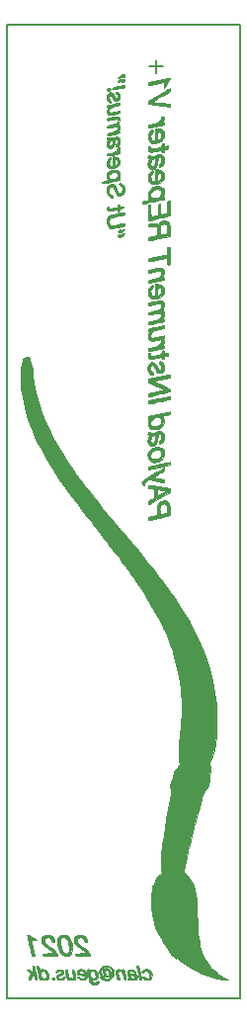
<source format=gbo>
G04 #@! TF.GenerationSoftware,KiCad,Pcbnew,(5.1.9-0-10_14)*
G04 #@! TF.CreationDate,2021-01-28T12:41:14+01:00*
G04 #@! TF.ProjectId,instrumnet,696e7374-7275-46d6-9e65-742e6b696361,rev?*
G04 #@! TF.SameCoordinates,Original*
G04 #@! TF.FileFunction,Legend,Bot*
G04 #@! TF.FilePolarity,Positive*
%FSLAX46Y46*%
G04 Gerber Fmt 4.6, Leading zero omitted, Abs format (unit mm)*
G04 Created by KiCad (PCBNEW (5.1.9-0-10_14)) date 2021-01-28 12:41:14*
%MOMM*%
%LPD*%
G01*
G04 APERTURE LIST*
%ADD10C,0.150000*%
G04 #@! TA.AperFunction,Profile*
%ADD11C,0.150000*%
G04 #@! TD*
%ADD12C,0.010000*%
G04 APERTURE END LIST*
D10*
X137871428Y-67207142D02*
X136728571Y-67207142D01*
X137300000Y-67778571D02*
X137300000Y-66635714D01*
D11*
X124500000Y-63650000D02*
X144500000Y-63650000D01*
X124500000Y-147050000D02*
X124500000Y-63650000D01*
X144500000Y-147050000D02*
X124500000Y-147050000D01*
X144500000Y-63650000D02*
X144500000Y-147050000D01*
D12*
G36*
X131379090Y-144522278D02*
G01*
X131363334Y-144531840D01*
X131372206Y-144592046D01*
X131395727Y-144713395D01*
X131429254Y-144874592D01*
X131468144Y-145054340D01*
X131507754Y-145231344D01*
X131543441Y-145384307D01*
X131570562Y-145491934D01*
X131578795Y-145520088D01*
X131644171Y-145644688D01*
X131731941Y-145742338D01*
X131870501Y-145806733D01*
X132041156Y-145826703D01*
X132204942Y-145800880D01*
X132285248Y-145761766D01*
X132351889Y-145688584D01*
X132377650Y-145607781D01*
X132358853Y-145547061D01*
X132315834Y-145531333D01*
X132240715Y-145559357D01*
X132167667Y-145616000D01*
X132051845Y-145690387D01*
X131937777Y-145680126D01*
X131842688Y-145605417D01*
X131784657Y-145529958D01*
X131739013Y-145452881D01*
X131714144Y-145393397D01*
X131718434Y-145370717D01*
X131750292Y-145393750D01*
X131836919Y-145432923D01*
X131965755Y-145445124D01*
X132098451Y-145429429D01*
X132168598Y-145403835D01*
X132256321Y-145312941D01*
X132300075Y-145173411D01*
X132301002Y-145054532D01*
X132117339Y-145054532D01*
X132101398Y-145183864D01*
X132058810Y-145253143D01*
X131977271Y-145311342D01*
X131890937Y-145305821D01*
X131826656Y-145276078D01*
X131736260Y-145191834D01*
X131660222Y-145061786D01*
X131619535Y-144924538D01*
X131617334Y-144891185D01*
X131649168Y-144777981D01*
X131726955Y-144684838D01*
X131824119Y-144642591D01*
X131831798Y-144642333D01*
X131937288Y-144680399D01*
X132026138Y-144778192D01*
X132089203Y-144911106D01*
X132117339Y-145054532D01*
X132301002Y-145054532D01*
X132301366Y-145008026D01*
X132261703Y-144839567D01*
X132182592Y-144690814D01*
X132116753Y-144620442D01*
X131973470Y-144541164D01*
X131814505Y-144515716D01*
X131670062Y-144546187D01*
X131610084Y-144585394D01*
X131552667Y-144631880D01*
X131534132Y-144619167D01*
X131532667Y-144585394D01*
X131497556Y-144526764D01*
X131448000Y-144515333D01*
X131379090Y-144522278D01*
G37*
X131379090Y-144522278D02*
X131363334Y-144531840D01*
X131372206Y-144592046D01*
X131395727Y-144713395D01*
X131429254Y-144874592D01*
X131468144Y-145054340D01*
X131507754Y-145231344D01*
X131543441Y-145384307D01*
X131570562Y-145491934D01*
X131578795Y-145520088D01*
X131644171Y-145644688D01*
X131731941Y-145742338D01*
X131870501Y-145806733D01*
X132041156Y-145826703D01*
X132204942Y-145800880D01*
X132285248Y-145761766D01*
X132351889Y-145688584D01*
X132377650Y-145607781D01*
X132358853Y-145547061D01*
X132315834Y-145531333D01*
X132240715Y-145559357D01*
X132167667Y-145616000D01*
X132051845Y-145690387D01*
X131937777Y-145680126D01*
X131842688Y-145605417D01*
X131784657Y-145529958D01*
X131739013Y-145452881D01*
X131714144Y-145393397D01*
X131718434Y-145370717D01*
X131750292Y-145393750D01*
X131836919Y-145432923D01*
X131965755Y-145445124D01*
X132098451Y-145429429D01*
X132168598Y-145403835D01*
X132256321Y-145312941D01*
X132300075Y-145173411D01*
X132301002Y-145054532D01*
X132117339Y-145054532D01*
X132101398Y-145183864D01*
X132058810Y-145253143D01*
X131977271Y-145311342D01*
X131890937Y-145305821D01*
X131826656Y-145276078D01*
X131736260Y-145191834D01*
X131660222Y-145061786D01*
X131619535Y-144924538D01*
X131617334Y-144891185D01*
X131649168Y-144777981D01*
X131726955Y-144684838D01*
X131824119Y-144642591D01*
X131831798Y-144642333D01*
X131937288Y-144680399D01*
X132026138Y-144778192D01*
X132089203Y-144911106D01*
X132117339Y-145054532D01*
X132301002Y-145054532D01*
X132301366Y-145008026D01*
X132261703Y-144839567D01*
X132182592Y-144690814D01*
X132116753Y-144620442D01*
X131973470Y-144541164D01*
X131814505Y-144515716D01*
X131670062Y-144546187D01*
X131610084Y-144585394D01*
X131552667Y-144631880D01*
X131534132Y-144619167D01*
X131532667Y-144585394D01*
X131497556Y-144526764D01*
X131448000Y-144515333D01*
X131379090Y-144522278D01*
G36*
X132955282Y-144186648D02*
G01*
X132805203Y-144202907D01*
X132705062Y-144235739D01*
X132620140Y-144300435D01*
X132563699Y-144359107D01*
X132471346Y-144476269D01*
X132429931Y-144586247D01*
X132421667Y-144703738D01*
X132452345Y-144875740D01*
X132533620Y-145028007D01*
X132649354Y-145140065D01*
X132783410Y-145191440D01*
X132807053Y-145192667D01*
X132894302Y-145179558D01*
X132929667Y-145148844D01*
X132955581Y-145126644D01*
X133011551Y-145148844D01*
X133160275Y-145192441D01*
X133292690Y-145165021D01*
X133377938Y-145087020D01*
X133385218Y-145065240D01*
X132802667Y-145065240D01*
X132782978Y-145089915D01*
X132734698Y-145060664D01*
X132674010Y-144995417D01*
X132617097Y-144912108D01*
X132580139Y-144828670D01*
X132576850Y-144814996D01*
X132567864Y-144698400D01*
X132581790Y-144591612D01*
X132613047Y-144524587D01*
X132632693Y-144515333D01*
X132658183Y-144552275D01*
X132695251Y-144646076D01*
X132736004Y-144771197D01*
X132772547Y-144902100D01*
X132796987Y-145013246D01*
X132802667Y-145065240D01*
X133385218Y-145065240D01*
X133425026Y-144946151D01*
X133417258Y-144865061D01*
X133260331Y-144865061D01*
X133255461Y-144960557D01*
X133217534Y-145014867D01*
X133154548Y-145058909D01*
X133090578Y-145046614D01*
X133002009Y-144972439D01*
X132991243Y-144961757D01*
X132911859Y-144843609D01*
X132890044Y-144720935D01*
X132929200Y-144620289D01*
X132945468Y-144604453D01*
X133034983Y-144575890D01*
X133128315Y-144623300D01*
X133206400Y-144730028D01*
X133260331Y-144865061D01*
X133417258Y-144865061D01*
X133409958Y-144788858D01*
X133344402Y-144637423D01*
X133240024Y-144514126D01*
X133108492Y-144441245D01*
X133034236Y-144430667D01*
X132931303Y-144440581D01*
X132871649Y-144464711D01*
X132869676Y-144467323D01*
X132815918Y-144487810D01*
X132739239Y-144483375D01*
X132671055Y-144452123D01*
X132677197Y-144405268D01*
X132750868Y-144351443D01*
X132883808Y-144299721D01*
X133068887Y-144279270D01*
X133227777Y-144326161D01*
X133356140Y-144425937D01*
X133449638Y-144564143D01*
X133503934Y-144726322D01*
X133514690Y-144898017D01*
X133477568Y-145064773D01*
X133388230Y-145212132D01*
X133242338Y-145325640D01*
X133197894Y-145346461D01*
X133027678Y-145387572D01*
X132864777Y-145357677D01*
X132689429Y-145253140D01*
X132689075Y-145252871D01*
X132570956Y-145177364D01*
X132491469Y-145151875D01*
X132460956Y-145172090D01*
X132489755Y-145233701D01*
X132559250Y-145306997D01*
X132753004Y-145434702D01*
X132964868Y-145491124D01*
X133176578Y-145474269D01*
X133353431Y-145393750D01*
X133525146Y-145250620D01*
X133624976Y-145094848D01*
X133665193Y-144904515D01*
X133667477Y-144832833D01*
X133644636Y-144629922D01*
X133567793Y-144467469D01*
X133424463Y-144323334D01*
X133349108Y-144268170D01*
X133247960Y-144210132D01*
X133144198Y-144184448D01*
X133002094Y-144183720D01*
X132955282Y-144186648D01*
G37*
X132955282Y-144186648D02*
X132805203Y-144202907D01*
X132705062Y-144235739D01*
X132620140Y-144300435D01*
X132563699Y-144359107D01*
X132471346Y-144476269D01*
X132429931Y-144586247D01*
X132421667Y-144703738D01*
X132452345Y-144875740D01*
X132533620Y-145028007D01*
X132649354Y-145140065D01*
X132783410Y-145191440D01*
X132807053Y-145192667D01*
X132894302Y-145179558D01*
X132929667Y-145148844D01*
X132955581Y-145126644D01*
X133011551Y-145148844D01*
X133160275Y-145192441D01*
X133292690Y-145165021D01*
X133377938Y-145087020D01*
X133385218Y-145065240D01*
X132802667Y-145065240D01*
X132782978Y-145089915D01*
X132734698Y-145060664D01*
X132674010Y-144995417D01*
X132617097Y-144912108D01*
X132580139Y-144828670D01*
X132576850Y-144814996D01*
X132567864Y-144698400D01*
X132581790Y-144591612D01*
X132613047Y-144524587D01*
X132632693Y-144515333D01*
X132658183Y-144552275D01*
X132695251Y-144646076D01*
X132736004Y-144771197D01*
X132772547Y-144902100D01*
X132796987Y-145013246D01*
X132802667Y-145065240D01*
X133385218Y-145065240D01*
X133425026Y-144946151D01*
X133417258Y-144865061D01*
X133260331Y-144865061D01*
X133255461Y-144960557D01*
X133217534Y-145014867D01*
X133154548Y-145058909D01*
X133090578Y-145046614D01*
X133002009Y-144972439D01*
X132991243Y-144961757D01*
X132911859Y-144843609D01*
X132890044Y-144720935D01*
X132929200Y-144620289D01*
X132945468Y-144604453D01*
X133034983Y-144575890D01*
X133128315Y-144623300D01*
X133206400Y-144730028D01*
X133260331Y-144865061D01*
X133417258Y-144865061D01*
X133409958Y-144788858D01*
X133344402Y-144637423D01*
X133240024Y-144514126D01*
X133108492Y-144441245D01*
X133034236Y-144430667D01*
X132931303Y-144440581D01*
X132871649Y-144464711D01*
X132869676Y-144467323D01*
X132815918Y-144487810D01*
X132739239Y-144483375D01*
X132671055Y-144452123D01*
X132677197Y-144405268D01*
X132750868Y-144351443D01*
X132883808Y-144299721D01*
X133068887Y-144279270D01*
X133227777Y-144326161D01*
X133356140Y-144425937D01*
X133449638Y-144564143D01*
X133503934Y-144726322D01*
X133514690Y-144898017D01*
X133477568Y-145064773D01*
X133388230Y-145212132D01*
X133242338Y-145325640D01*
X133197894Y-145346461D01*
X133027678Y-145387572D01*
X132864777Y-145357677D01*
X132689429Y-145253140D01*
X132689075Y-145252871D01*
X132570956Y-145177364D01*
X132491469Y-145151875D01*
X132460956Y-145172090D01*
X132489755Y-145233701D01*
X132559250Y-145306997D01*
X132753004Y-145434702D01*
X132964868Y-145491124D01*
X133176578Y-145474269D01*
X133353431Y-145393750D01*
X133525146Y-145250620D01*
X133624976Y-145094848D01*
X133665193Y-144904515D01*
X133667477Y-144832833D01*
X133644636Y-144629922D01*
X133567793Y-144467469D01*
X133424463Y-144323334D01*
X133349108Y-144268170D01*
X133247960Y-144210132D01*
X133144198Y-144184448D01*
X133002094Y-144183720D01*
X132955282Y-144186648D01*
G36*
X126086290Y-92059895D02*
G01*
X126003908Y-92124011D01*
X125956545Y-92187592D01*
X125833912Y-92430258D01*
X125742650Y-92743307D01*
X125684205Y-93117919D01*
X125660024Y-93545276D01*
X125667732Y-93948167D01*
X125736120Y-94739893D01*
X125859235Y-95554727D01*
X126031706Y-96367261D01*
X126248163Y-97152086D01*
X126495514Y-97864000D01*
X126551559Y-98011379D01*
X126599197Y-98142135D01*
X126619857Y-98202667D01*
X126686362Y-98381883D01*
X126789057Y-98621663D01*
X126921569Y-98909381D01*
X127077525Y-99232409D01*
X127250552Y-99578121D01*
X127434277Y-99933891D01*
X127622328Y-100287092D01*
X127808331Y-100625097D01*
X127985914Y-100935280D01*
X128072781Y-101081333D01*
X128248030Y-101364554D01*
X128461368Y-101698319D01*
X128700899Y-102064833D01*
X128954727Y-102446304D01*
X129210954Y-102824939D01*
X129457685Y-103182943D01*
X129683023Y-103502525D01*
X129797000Y-103660219D01*
X129919747Y-103828239D01*
X130050189Y-104007032D01*
X130148122Y-104141455D01*
X130254930Y-104286983D01*
X130376555Y-104450164D01*
X130517810Y-104637265D01*
X130683509Y-104854558D01*
X130878464Y-105108310D01*
X131107490Y-105404793D01*
X131375400Y-105750274D01*
X131687008Y-106151023D01*
X131970263Y-106514695D01*
X132211537Y-106824349D01*
X132442919Y-107121427D01*
X132657816Y-107397453D01*
X132849635Y-107643956D01*
X133011784Y-107852461D01*
X133137669Y-108014495D01*
X133220698Y-108121585D01*
X133240263Y-108146919D01*
X133356997Y-108298313D01*
X133476470Y-108453065D01*
X133550703Y-108549086D01*
X133688438Y-108728543D01*
X133854370Y-108947111D01*
X134040372Y-109193860D01*
X134238317Y-109457857D01*
X134440079Y-109728174D01*
X134637529Y-109993879D01*
X134822541Y-110244042D01*
X134986988Y-110467732D01*
X135122742Y-110654019D01*
X135221676Y-110791971D01*
X135267041Y-110857465D01*
X135319556Y-110934642D01*
X135407943Y-111062969D01*
X135519590Y-111224185D01*
X135634545Y-111389500D01*
X136103764Y-112085679D01*
X136559293Y-112805701D01*
X136988722Y-113528739D01*
X137379643Y-114233965D01*
X137689979Y-114839667D01*
X137783929Y-115030736D01*
X137867372Y-115199079D01*
X137931684Y-115327390D01*
X137968244Y-115398366D01*
X137969787Y-115401185D01*
X138025170Y-115515104D01*
X138102582Y-115693463D01*
X138196051Y-115920800D01*
X138299606Y-116181654D01*
X138407276Y-116460561D01*
X138513091Y-116742059D01*
X138611077Y-117010687D01*
X138695266Y-117250981D01*
X138758345Y-117443167D01*
X139029449Y-118419477D01*
X139235860Y-119403772D01*
X139381585Y-120417471D01*
X139447443Y-121126167D01*
X139457922Y-121332385D01*
X139464646Y-121602320D01*
X139467770Y-121915936D01*
X139467448Y-122253194D01*
X139463835Y-122594058D01*
X139457088Y-122918489D01*
X139447360Y-123206451D01*
X139434808Y-123437906D01*
X139428981Y-123510729D01*
X139416151Y-123656274D01*
X139400176Y-123844421D01*
X139385202Y-124026000D01*
X139370611Y-124188804D01*
X139356027Y-124323164D01*
X139344359Y-124402597D01*
X139343339Y-124407000D01*
X139330899Y-124480491D01*
X139314533Y-124608872D01*
X139299714Y-124745667D01*
X139277857Y-124949918D01*
X139251728Y-125174135D01*
X139236493Y-125296000D01*
X139221882Y-125466811D01*
X139214245Y-125684495D01*
X139213078Y-125928822D01*
X139217876Y-126179562D01*
X139228137Y-126416483D01*
X139243356Y-126619354D01*
X139263030Y-126767946D01*
X139274333Y-126815415D01*
X139294541Y-126894702D01*
X139289051Y-126958537D01*
X139248084Y-127029852D01*
X139161862Y-127131579D01*
X139119682Y-127178064D01*
X138963725Y-127384213D01*
X138846912Y-127609209D01*
X138781323Y-127826863D01*
X138771458Y-127932984D01*
X138752225Y-128031153D01*
X138701825Y-128170812D01*
X138637899Y-128308162D01*
X138541141Y-128547832D01*
X138502568Y-128774007D01*
X138523617Y-128970124D01*
X138571388Y-129075849D01*
X138593691Y-129115895D01*
X138606811Y-129163231D01*
X138609492Y-129229877D01*
X138600475Y-129327855D01*
X138578503Y-129469185D01*
X138542320Y-129665886D01*
X138490668Y-129929979D01*
X138472483Y-130021558D01*
X138304663Y-130883995D01*
X138159568Y-131669509D01*
X138037372Y-132377080D01*
X137938248Y-133005688D01*
X137862370Y-133554313D01*
X137842145Y-133720333D01*
X137818948Y-133915057D01*
X137796834Y-134094851D01*
X137779313Y-134231394D01*
X137773936Y-134270667D01*
X137757473Y-134426785D01*
X137743975Y-134633203D01*
X137733647Y-134873305D01*
X137726694Y-135130476D01*
X137723319Y-135388102D01*
X137723727Y-135629567D01*
X137728122Y-135838258D01*
X137736709Y-135997560D01*
X137749692Y-136090857D01*
X137751486Y-136096632D01*
X137779169Y-136197821D01*
X137763441Y-136260680D01*
X137704436Y-136317196D01*
X137610032Y-136393349D01*
X137491198Y-136489410D01*
X137452781Y-136520505D01*
X137351969Y-136621303D01*
X137282142Y-136726011D01*
X137269442Y-136759816D01*
X137237295Y-136853161D01*
X137179025Y-136993703D01*
X137106511Y-137152979D01*
X137097239Y-137172368D01*
X137039604Y-137297467D01*
X136994883Y-137412717D01*
X136961337Y-137531427D01*
X136937226Y-137666908D01*
X136920811Y-137832466D01*
X136910353Y-138041412D01*
X136904112Y-138307052D01*
X136900349Y-138642698D01*
X136900037Y-138681227D01*
X136900588Y-139066768D01*
X136910440Y-139389278D01*
X136931813Y-139670098D01*
X136966926Y-139930568D01*
X137018000Y-140192026D01*
X137086387Y-140472500D01*
X137155306Y-140692214D01*
X137253911Y-140949659D01*
X137371169Y-141220508D01*
X137496050Y-141480436D01*
X137617519Y-141705115D01*
X137713429Y-141855183D01*
X137786189Y-141962715D01*
X137832097Y-142044199D01*
X137840334Y-142069349D01*
X137863134Y-142120660D01*
X137923372Y-142220451D01*
X138008805Y-142348645D01*
X138023618Y-142369914D01*
X138133956Y-142531417D01*
X138242510Y-142696866D01*
X138320624Y-142822000D01*
X138421449Y-142989023D01*
X138492711Y-143101193D01*
X138546941Y-143177116D01*
X138596667Y-143235403D01*
X138604904Y-143244189D01*
X138686218Y-143337633D01*
X138732319Y-143396070D01*
X138813452Y-143488133D01*
X138885554Y-143556146D01*
X138949961Y-143607595D01*
X138966503Y-143601187D01*
X138954286Y-143545563D01*
X138954187Y-143473250D01*
X139003186Y-143462495D01*
X139093937Y-143511747D01*
X139195000Y-143596424D01*
X139613895Y-143947375D01*
X140097597Y-144281704D01*
X140626443Y-144588528D01*
X141180768Y-144856965D01*
X141740910Y-145076133D01*
X142038580Y-145170080D01*
X142245386Y-145225522D01*
X142470376Y-145279239D01*
X142700319Y-145328887D01*
X142921983Y-145372122D01*
X143122136Y-145406599D01*
X143287548Y-145429973D01*
X143404985Y-145439901D01*
X143461218Y-145434036D01*
X143460066Y-145421954D01*
X143381906Y-145366453D01*
X143230856Y-145281843D01*
X143089667Y-145209465D01*
X142896395Y-145098096D01*
X142670133Y-144944941D01*
X142436587Y-144769232D01*
X142221464Y-144590200D01*
X142067083Y-144444429D01*
X141761378Y-144088166D01*
X141508023Y-143698878D01*
X141300157Y-143263258D01*
X141130918Y-142768002D01*
X141056278Y-142484049D01*
X140987678Y-142168713D01*
X140933127Y-141846207D01*
X140890822Y-141499886D01*
X140858958Y-141113099D01*
X140835731Y-140669200D01*
X140824509Y-140345500D01*
X140809971Y-139872163D01*
X140796101Y-139474317D01*
X140782361Y-139142794D01*
X140768212Y-138868426D01*
X140753114Y-138642046D01*
X140736529Y-138454486D01*
X140717918Y-138296579D01*
X140696741Y-138159156D01*
X140695581Y-138152517D01*
X140607762Y-137727081D01*
X140502508Y-137369109D01*
X140372001Y-137061944D01*
X140208427Y-136788932D01*
X140003970Y-136533417D01*
X139869861Y-136392916D01*
X139755379Y-136273389D01*
X139693541Y-136189229D01*
X139672895Y-136120482D01*
X139678963Y-136060259D01*
X139706198Y-135929124D01*
X139724167Y-135837000D01*
X139749812Y-135705970D01*
X139766500Y-135625333D01*
X139793122Y-135495747D01*
X139808693Y-135416070D01*
X139825397Y-135333127D01*
X139855793Y-135186880D01*
X139895764Y-134996796D01*
X139941198Y-134782344D01*
X139987981Y-134562994D01*
X140031998Y-134358213D01*
X140041779Y-134313000D01*
X140145184Y-133855892D01*
X140269536Y-133340309D01*
X140409411Y-132788232D01*
X140543365Y-132281000D01*
X140664161Y-131832803D01*
X140765825Y-131456795D01*
X140850994Y-131143342D01*
X140922307Y-130882814D01*
X140982399Y-130665577D01*
X141033908Y-130482000D01*
X141079472Y-130322451D01*
X141082344Y-130312500D01*
X141120659Y-130178498D01*
X141150418Y-130072103D01*
X141159757Y-130037333D01*
X141234445Y-129756781D01*
X141297838Y-129545922D01*
X141355193Y-129391418D01*
X141411764Y-129279929D01*
X141472807Y-129198116D01*
X141502085Y-129168414D01*
X141605232Y-129055924D01*
X141689336Y-128938403D01*
X141702687Y-128914414D01*
X141765217Y-128754781D01*
X141812815Y-128564357D01*
X141838887Y-128377873D01*
X141836837Y-128230058D01*
X141834804Y-128218600D01*
X141840908Y-128057618D01*
X141902091Y-127874164D01*
X141971865Y-127650917D01*
X141996325Y-127426635D01*
X141975314Y-127225284D01*
X141908676Y-127070833D01*
X141907358Y-127069036D01*
X141838279Y-126959249D01*
X141828275Y-126873345D01*
X141876583Y-126775310D01*
X141900380Y-126740886D01*
X141962469Y-126627373D01*
X142036739Y-126451110D01*
X142116558Y-126231897D01*
X142195292Y-125989534D01*
X142266310Y-125743819D01*
X142322979Y-125514554D01*
X142341847Y-125423000D01*
X142392322Y-125094671D01*
X142433549Y-124699766D01*
X142464973Y-124255924D01*
X142486038Y-123780789D01*
X142496191Y-123292002D01*
X142494877Y-122807204D01*
X142481542Y-122344038D01*
X142455630Y-121920145D01*
X142452972Y-121888167D01*
X142328809Y-120836769D01*
X142135034Y-119795959D01*
X141870090Y-118761833D01*
X141532415Y-117730484D01*
X141120451Y-116698009D01*
X140632638Y-115660501D01*
X140067418Y-114614056D01*
X139423229Y-113554768D01*
X138698514Y-112478733D01*
X138691649Y-112469000D01*
X138600574Y-112339086D01*
X138518209Y-112220208D01*
X138485756Y-112172667D01*
X138439443Y-112107514D01*
X138352365Y-111988027D01*
X138233751Y-111826635D01*
X138092832Y-111635769D01*
X137938839Y-111427859D01*
X137781001Y-111215337D01*
X137628549Y-111010632D01*
X137490713Y-110826176D01*
X137376724Y-110674398D01*
X137295811Y-110567730D01*
X137259814Y-110521667D01*
X137219403Y-110471819D01*
X137134088Y-110365795D01*
X137011846Y-110213535D01*
X136860655Y-110024982D01*
X136688493Y-109810078D01*
X136563411Y-109653833D01*
X136358983Y-109400155D01*
X136115066Y-109100314D01*
X135846842Y-108772800D01*
X135569492Y-108436099D01*
X135298197Y-108108699D01*
X135068598Y-107833500D01*
X134853652Y-107576898D01*
X134651894Y-107336033D01*
X134470932Y-107119989D01*
X134318377Y-106937852D01*
X134201836Y-106798705D01*
X134128920Y-106711633D01*
X134113344Y-106693027D01*
X134021789Y-106585205D01*
X133909382Y-106454873D01*
X133858662Y-106396694D01*
X133739737Y-106258669D01*
X133582580Y-106072973D01*
X133396368Y-105850749D01*
X133190278Y-105603137D01*
X132973487Y-105341278D01*
X132755173Y-105076312D01*
X132544513Y-104819382D01*
X132350684Y-104581627D01*
X132182863Y-104374190D01*
X132050229Y-104208210D01*
X131961957Y-104094829D01*
X131956000Y-104086916D01*
X131888471Y-103999004D01*
X131782351Y-103863426D01*
X131652076Y-103698524D01*
X131512075Y-103522643D01*
X131509089Y-103518907D01*
X131378720Y-103353249D01*
X131220857Y-103148686D01*
X131046062Y-102919314D01*
X130864898Y-102679227D01*
X130687926Y-102442521D01*
X130525709Y-102223289D01*
X130388809Y-102035628D01*
X130287789Y-101893632D01*
X130253483Y-101843333D01*
X130201900Y-101767446D01*
X130114202Y-101640328D01*
X130002904Y-101480060D01*
X129887133Y-101314167D01*
X129748405Y-101111014D01*
X129584665Y-100863549D01*
X129407488Y-100590007D01*
X129228451Y-100308625D01*
X129059128Y-100037638D01*
X128911096Y-99795282D01*
X128795931Y-99599793D01*
X128771929Y-99557333D01*
X128621817Y-99287375D01*
X128503310Y-99071560D01*
X128406038Y-98890504D01*
X128319631Y-98724820D01*
X128233717Y-98555126D01*
X128205724Y-98499000D01*
X127806773Y-97643941D01*
X127474911Y-96812705D01*
X127204359Y-95986002D01*
X126989337Y-95144545D01*
X126824065Y-94269043D01*
X126727958Y-93567167D01*
X126675064Y-93159183D01*
X126620092Y-92827352D01*
X126561167Y-92563161D01*
X126496415Y-92358096D01*
X126430371Y-92214841D01*
X126359971Y-92106253D01*
X126292279Y-92055885D01*
X126198980Y-92043182D01*
X126193908Y-92043167D01*
X126086290Y-92059895D01*
G37*
X126086290Y-92059895D02*
X126003908Y-92124011D01*
X125956545Y-92187592D01*
X125833912Y-92430258D01*
X125742650Y-92743307D01*
X125684205Y-93117919D01*
X125660024Y-93545276D01*
X125667732Y-93948167D01*
X125736120Y-94739893D01*
X125859235Y-95554727D01*
X126031706Y-96367261D01*
X126248163Y-97152086D01*
X126495514Y-97864000D01*
X126551559Y-98011379D01*
X126599197Y-98142135D01*
X126619857Y-98202667D01*
X126686362Y-98381883D01*
X126789057Y-98621663D01*
X126921569Y-98909381D01*
X127077525Y-99232409D01*
X127250552Y-99578121D01*
X127434277Y-99933891D01*
X127622328Y-100287092D01*
X127808331Y-100625097D01*
X127985914Y-100935280D01*
X128072781Y-101081333D01*
X128248030Y-101364554D01*
X128461368Y-101698319D01*
X128700899Y-102064833D01*
X128954727Y-102446304D01*
X129210954Y-102824939D01*
X129457685Y-103182943D01*
X129683023Y-103502525D01*
X129797000Y-103660219D01*
X129919747Y-103828239D01*
X130050189Y-104007032D01*
X130148122Y-104141455D01*
X130254930Y-104286983D01*
X130376555Y-104450164D01*
X130517810Y-104637265D01*
X130683509Y-104854558D01*
X130878464Y-105108310D01*
X131107490Y-105404793D01*
X131375400Y-105750274D01*
X131687008Y-106151023D01*
X131970263Y-106514695D01*
X132211537Y-106824349D01*
X132442919Y-107121427D01*
X132657816Y-107397453D01*
X132849635Y-107643956D01*
X133011784Y-107852461D01*
X133137669Y-108014495D01*
X133220698Y-108121585D01*
X133240263Y-108146919D01*
X133356997Y-108298313D01*
X133476470Y-108453065D01*
X133550703Y-108549086D01*
X133688438Y-108728543D01*
X133854370Y-108947111D01*
X134040372Y-109193860D01*
X134238317Y-109457857D01*
X134440079Y-109728174D01*
X134637529Y-109993879D01*
X134822541Y-110244042D01*
X134986988Y-110467732D01*
X135122742Y-110654019D01*
X135221676Y-110791971D01*
X135267041Y-110857465D01*
X135319556Y-110934642D01*
X135407943Y-111062969D01*
X135519590Y-111224185D01*
X135634545Y-111389500D01*
X136103764Y-112085679D01*
X136559293Y-112805701D01*
X136988722Y-113528739D01*
X137379643Y-114233965D01*
X137689979Y-114839667D01*
X137783929Y-115030736D01*
X137867372Y-115199079D01*
X137931684Y-115327390D01*
X137968244Y-115398366D01*
X137969787Y-115401185D01*
X138025170Y-115515104D01*
X138102582Y-115693463D01*
X138196051Y-115920800D01*
X138299606Y-116181654D01*
X138407276Y-116460561D01*
X138513091Y-116742059D01*
X138611077Y-117010687D01*
X138695266Y-117250981D01*
X138758345Y-117443167D01*
X139029449Y-118419477D01*
X139235860Y-119403772D01*
X139381585Y-120417471D01*
X139447443Y-121126167D01*
X139457922Y-121332385D01*
X139464646Y-121602320D01*
X139467770Y-121915936D01*
X139467448Y-122253194D01*
X139463835Y-122594058D01*
X139457088Y-122918489D01*
X139447360Y-123206451D01*
X139434808Y-123437906D01*
X139428981Y-123510729D01*
X139416151Y-123656274D01*
X139400176Y-123844421D01*
X139385202Y-124026000D01*
X139370611Y-124188804D01*
X139356027Y-124323164D01*
X139344359Y-124402597D01*
X139343339Y-124407000D01*
X139330899Y-124480491D01*
X139314533Y-124608872D01*
X139299714Y-124745667D01*
X139277857Y-124949918D01*
X139251728Y-125174135D01*
X139236493Y-125296000D01*
X139221882Y-125466811D01*
X139214245Y-125684495D01*
X139213078Y-125928822D01*
X139217876Y-126179562D01*
X139228137Y-126416483D01*
X139243356Y-126619354D01*
X139263030Y-126767946D01*
X139274333Y-126815415D01*
X139294541Y-126894702D01*
X139289051Y-126958537D01*
X139248084Y-127029852D01*
X139161862Y-127131579D01*
X139119682Y-127178064D01*
X138963725Y-127384213D01*
X138846912Y-127609209D01*
X138781323Y-127826863D01*
X138771458Y-127932984D01*
X138752225Y-128031153D01*
X138701825Y-128170812D01*
X138637899Y-128308162D01*
X138541141Y-128547832D01*
X138502568Y-128774007D01*
X138523617Y-128970124D01*
X138571388Y-129075849D01*
X138593691Y-129115895D01*
X138606811Y-129163231D01*
X138609492Y-129229877D01*
X138600475Y-129327855D01*
X138578503Y-129469185D01*
X138542320Y-129665886D01*
X138490668Y-129929979D01*
X138472483Y-130021558D01*
X138304663Y-130883995D01*
X138159568Y-131669509D01*
X138037372Y-132377080D01*
X137938248Y-133005688D01*
X137862370Y-133554313D01*
X137842145Y-133720333D01*
X137818948Y-133915057D01*
X137796834Y-134094851D01*
X137779313Y-134231394D01*
X137773936Y-134270667D01*
X137757473Y-134426785D01*
X137743975Y-134633203D01*
X137733647Y-134873305D01*
X137726694Y-135130476D01*
X137723319Y-135388102D01*
X137723727Y-135629567D01*
X137728122Y-135838258D01*
X137736709Y-135997560D01*
X137749692Y-136090857D01*
X137751486Y-136096632D01*
X137779169Y-136197821D01*
X137763441Y-136260680D01*
X137704436Y-136317196D01*
X137610032Y-136393349D01*
X137491198Y-136489410D01*
X137452781Y-136520505D01*
X137351969Y-136621303D01*
X137282142Y-136726011D01*
X137269442Y-136759816D01*
X137237295Y-136853161D01*
X137179025Y-136993703D01*
X137106511Y-137152979D01*
X137097239Y-137172368D01*
X137039604Y-137297467D01*
X136994883Y-137412717D01*
X136961337Y-137531427D01*
X136937226Y-137666908D01*
X136920811Y-137832466D01*
X136910353Y-138041412D01*
X136904112Y-138307052D01*
X136900349Y-138642698D01*
X136900037Y-138681227D01*
X136900588Y-139066768D01*
X136910440Y-139389278D01*
X136931813Y-139670098D01*
X136966926Y-139930568D01*
X137018000Y-140192026D01*
X137086387Y-140472500D01*
X137155306Y-140692214D01*
X137253911Y-140949659D01*
X137371169Y-141220508D01*
X137496050Y-141480436D01*
X137617519Y-141705115D01*
X137713429Y-141855183D01*
X137786189Y-141962715D01*
X137832097Y-142044199D01*
X137840334Y-142069349D01*
X137863134Y-142120660D01*
X137923372Y-142220451D01*
X138008805Y-142348645D01*
X138023618Y-142369914D01*
X138133956Y-142531417D01*
X138242510Y-142696866D01*
X138320624Y-142822000D01*
X138421449Y-142989023D01*
X138492711Y-143101193D01*
X138546941Y-143177116D01*
X138596667Y-143235403D01*
X138604904Y-143244189D01*
X138686218Y-143337633D01*
X138732319Y-143396070D01*
X138813452Y-143488133D01*
X138885554Y-143556146D01*
X138949961Y-143607595D01*
X138966503Y-143601187D01*
X138954286Y-143545563D01*
X138954187Y-143473250D01*
X139003186Y-143462495D01*
X139093937Y-143511747D01*
X139195000Y-143596424D01*
X139613895Y-143947375D01*
X140097597Y-144281704D01*
X140626443Y-144588528D01*
X141180768Y-144856965D01*
X141740910Y-145076133D01*
X142038580Y-145170080D01*
X142245386Y-145225522D01*
X142470376Y-145279239D01*
X142700319Y-145328887D01*
X142921983Y-145372122D01*
X143122136Y-145406599D01*
X143287548Y-145429973D01*
X143404985Y-145439901D01*
X143461218Y-145434036D01*
X143460066Y-145421954D01*
X143381906Y-145366453D01*
X143230856Y-145281843D01*
X143089667Y-145209465D01*
X142896395Y-145098096D01*
X142670133Y-144944941D01*
X142436587Y-144769232D01*
X142221464Y-144590200D01*
X142067083Y-144444429D01*
X141761378Y-144088166D01*
X141508023Y-143698878D01*
X141300157Y-143263258D01*
X141130918Y-142768002D01*
X141056278Y-142484049D01*
X140987678Y-142168713D01*
X140933127Y-141846207D01*
X140890822Y-141499886D01*
X140858958Y-141113099D01*
X140835731Y-140669200D01*
X140824509Y-140345500D01*
X140809971Y-139872163D01*
X140796101Y-139474317D01*
X140782361Y-139142794D01*
X140768212Y-138868426D01*
X140753114Y-138642046D01*
X140736529Y-138454486D01*
X140717918Y-138296579D01*
X140696741Y-138159156D01*
X140695581Y-138152517D01*
X140607762Y-137727081D01*
X140502508Y-137369109D01*
X140372001Y-137061944D01*
X140208427Y-136788932D01*
X140003970Y-136533417D01*
X139869861Y-136392916D01*
X139755379Y-136273389D01*
X139693541Y-136189229D01*
X139672895Y-136120482D01*
X139678963Y-136060259D01*
X139706198Y-135929124D01*
X139724167Y-135837000D01*
X139749812Y-135705970D01*
X139766500Y-135625333D01*
X139793122Y-135495747D01*
X139808693Y-135416070D01*
X139825397Y-135333127D01*
X139855793Y-135186880D01*
X139895764Y-134996796D01*
X139941198Y-134782344D01*
X139987981Y-134562994D01*
X140031998Y-134358213D01*
X140041779Y-134313000D01*
X140145184Y-133855892D01*
X140269536Y-133340309D01*
X140409411Y-132788232D01*
X140543365Y-132281000D01*
X140664161Y-131832803D01*
X140765825Y-131456795D01*
X140850994Y-131143342D01*
X140922307Y-130882814D01*
X140982399Y-130665577D01*
X141033908Y-130482000D01*
X141079472Y-130322451D01*
X141082344Y-130312500D01*
X141120659Y-130178498D01*
X141150418Y-130072103D01*
X141159757Y-130037333D01*
X141234445Y-129756781D01*
X141297838Y-129545922D01*
X141355193Y-129391418D01*
X141411764Y-129279929D01*
X141472807Y-129198116D01*
X141502085Y-129168414D01*
X141605232Y-129055924D01*
X141689336Y-128938403D01*
X141702687Y-128914414D01*
X141765217Y-128754781D01*
X141812815Y-128564357D01*
X141838887Y-128377873D01*
X141836837Y-128230058D01*
X141834804Y-128218600D01*
X141840908Y-128057618D01*
X141902091Y-127874164D01*
X141971865Y-127650917D01*
X141996325Y-127426635D01*
X141975314Y-127225284D01*
X141908676Y-127070833D01*
X141907358Y-127069036D01*
X141838279Y-126959249D01*
X141828275Y-126873345D01*
X141876583Y-126775310D01*
X141900380Y-126740886D01*
X141962469Y-126627373D01*
X142036739Y-126451110D01*
X142116558Y-126231897D01*
X142195292Y-125989534D01*
X142266310Y-125743819D01*
X142322979Y-125514554D01*
X142341847Y-125423000D01*
X142392322Y-125094671D01*
X142433549Y-124699766D01*
X142464973Y-124255924D01*
X142486038Y-123780789D01*
X142496191Y-123292002D01*
X142494877Y-122807204D01*
X142481542Y-122344038D01*
X142455630Y-121920145D01*
X142452972Y-121888167D01*
X142328809Y-120836769D01*
X142135034Y-119795959D01*
X141870090Y-118761833D01*
X141532415Y-117730484D01*
X141120451Y-116698009D01*
X140632638Y-115660501D01*
X140067418Y-114614056D01*
X139423229Y-113554768D01*
X138698514Y-112478733D01*
X138691649Y-112469000D01*
X138600574Y-112339086D01*
X138518209Y-112220208D01*
X138485756Y-112172667D01*
X138439443Y-112107514D01*
X138352365Y-111988027D01*
X138233751Y-111826635D01*
X138092832Y-111635769D01*
X137938839Y-111427859D01*
X137781001Y-111215337D01*
X137628549Y-111010632D01*
X137490713Y-110826176D01*
X137376724Y-110674398D01*
X137295811Y-110567730D01*
X137259814Y-110521667D01*
X137219403Y-110471819D01*
X137134088Y-110365795D01*
X137011846Y-110213535D01*
X136860655Y-110024982D01*
X136688493Y-109810078D01*
X136563411Y-109653833D01*
X136358983Y-109400155D01*
X136115066Y-109100314D01*
X135846842Y-108772800D01*
X135569492Y-108436099D01*
X135298197Y-108108699D01*
X135068598Y-107833500D01*
X134853652Y-107576898D01*
X134651894Y-107336033D01*
X134470932Y-107119989D01*
X134318377Y-106937852D01*
X134201836Y-106798705D01*
X134128920Y-106711633D01*
X134113344Y-106693027D01*
X134021789Y-106585205D01*
X133909382Y-106454873D01*
X133858662Y-106396694D01*
X133739737Y-106258669D01*
X133582580Y-106072973D01*
X133396368Y-105850749D01*
X133190278Y-105603137D01*
X132973487Y-105341278D01*
X132755173Y-105076312D01*
X132544513Y-104819382D01*
X132350684Y-104581627D01*
X132182863Y-104374190D01*
X132050229Y-104208210D01*
X131961957Y-104094829D01*
X131956000Y-104086916D01*
X131888471Y-103999004D01*
X131782351Y-103863426D01*
X131652076Y-103698524D01*
X131512075Y-103522643D01*
X131509089Y-103518907D01*
X131378720Y-103353249D01*
X131220857Y-103148686D01*
X131046062Y-102919314D01*
X130864898Y-102679227D01*
X130687926Y-102442521D01*
X130525709Y-102223289D01*
X130388809Y-102035628D01*
X130287789Y-101893632D01*
X130253483Y-101843333D01*
X130201900Y-101767446D01*
X130114202Y-101640328D01*
X130002904Y-101480060D01*
X129887133Y-101314167D01*
X129748405Y-101111014D01*
X129584665Y-100863549D01*
X129407488Y-100590007D01*
X129228451Y-100308625D01*
X129059128Y-100037638D01*
X128911096Y-99795282D01*
X128795931Y-99599793D01*
X128771929Y-99557333D01*
X128621817Y-99287375D01*
X128503310Y-99071560D01*
X128406038Y-98890504D01*
X128319631Y-98724820D01*
X128233717Y-98555126D01*
X128205724Y-98499000D01*
X127806773Y-97643941D01*
X127474911Y-96812705D01*
X127204359Y-95986002D01*
X126989337Y-95144545D01*
X126824065Y-94269043D01*
X126727958Y-93567167D01*
X126675064Y-93159183D01*
X126620092Y-92827352D01*
X126561167Y-92563161D01*
X126496415Y-92358096D01*
X126430371Y-92214841D01*
X126359971Y-92106253D01*
X126292279Y-92055885D01*
X126198980Y-92043182D01*
X126193908Y-92043167D01*
X126086290Y-92059895D01*
G36*
X136258303Y-144540596D02*
G01*
X136135082Y-144607940D01*
X136068657Y-144704698D01*
X136062334Y-144748167D01*
X136091644Y-144801269D01*
X136161796Y-144805809D01*
X136246119Y-144764315D01*
X136285345Y-144727000D01*
X136375869Y-144655619D01*
X136471418Y-144658245D01*
X136585035Y-144736420D01*
X136615924Y-144766077D01*
X136706303Y-144899649D01*
X136741589Y-145048528D01*
X136718592Y-145185545D01*
X136673143Y-145253143D01*
X136586872Y-145310999D01*
X136495089Y-145301929D01*
X136385683Y-145232037D01*
X136280092Y-145174644D01*
X136180453Y-145158144D01*
X136178890Y-145158358D01*
X136124003Y-145170383D01*
X136117008Y-145195736D01*
X136162502Y-145252254D01*
X136217827Y-145309488D01*
X136324277Y-145400867D01*
X136430263Y-145439526D01*
X136535327Y-145445379D01*
X136667077Y-145435027D01*
X136771424Y-145410784D01*
X136791330Y-145401644D01*
X136849591Y-145334733D01*
X136899848Y-145224202D01*
X136906888Y-145200514D01*
X136926411Y-144991333D01*
X136876243Y-144803469D01*
X136766896Y-144651681D01*
X136608880Y-144550728D01*
X136418919Y-144515333D01*
X136258303Y-144540596D01*
G37*
X136258303Y-144540596D02*
X136135082Y-144607940D01*
X136068657Y-144704698D01*
X136062334Y-144748167D01*
X136091644Y-144801269D01*
X136161796Y-144805809D01*
X136246119Y-144764315D01*
X136285345Y-144727000D01*
X136375869Y-144655619D01*
X136471418Y-144658245D01*
X136585035Y-144736420D01*
X136615924Y-144766077D01*
X136706303Y-144899649D01*
X136741589Y-145048528D01*
X136718592Y-145185545D01*
X136673143Y-145253143D01*
X136586872Y-145310999D01*
X136495089Y-145301929D01*
X136385683Y-145232037D01*
X136280092Y-145174644D01*
X136180453Y-145158144D01*
X136178890Y-145158358D01*
X136124003Y-145170383D01*
X136117008Y-145195736D01*
X136162502Y-145252254D01*
X136217827Y-145309488D01*
X136324277Y-145400867D01*
X136430263Y-145439526D01*
X136535327Y-145445379D01*
X136667077Y-145435027D01*
X136771424Y-145410784D01*
X136791330Y-145401644D01*
X136849591Y-145334733D01*
X136899848Y-145224202D01*
X136906888Y-145200514D01*
X136926411Y-144991333D01*
X136876243Y-144803469D01*
X136766896Y-144651681D01*
X136608880Y-144550728D01*
X136418919Y-144515333D01*
X136258303Y-144540596D01*
G36*
X135614773Y-144236682D02*
G01*
X135607760Y-144271917D01*
X135623555Y-144331179D01*
X135652659Y-144456308D01*
X135691233Y-144630259D01*
X135735441Y-144835986D01*
X135745949Y-144885750D01*
X135795878Y-145115485D01*
X135835150Y-145274124D01*
X135868043Y-145373910D01*
X135898837Y-145427085D01*
X135931810Y-145445892D01*
X135941994Y-145446667D01*
X136007011Y-145423538D01*
X136020000Y-145395173D01*
X136011795Y-145336524D01*
X135989318Y-145211976D01*
X135955779Y-145038471D01*
X135914385Y-144832955D01*
X135903760Y-144781339D01*
X135856208Y-144555479D01*
X135819889Y-144399756D01*
X135789820Y-144301208D01*
X135761018Y-144246874D01*
X135728499Y-144223792D01*
X135687564Y-144219000D01*
X135614773Y-144236682D01*
G37*
X135614773Y-144236682D02*
X135607760Y-144271917D01*
X135623555Y-144331179D01*
X135652659Y-144456308D01*
X135691233Y-144630259D01*
X135735441Y-144835986D01*
X135745949Y-144885750D01*
X135795878Y-145115485D01*
X135835150Y-145274124D01*
X135868043Y-145373910D01*
X135898837Y-145427085D01*
X135931810Y-145445892D01*
X135941994Y-145446667D01*
X136007011Y-145423538D01*
X136020000Y-145395173D01*
X136011795Y-145336524D01*
X135989318Y-145211976D01*
X135955779Y-145038471D01*
X135914385Y-144832955D01*
X135903760Y-144781339D01*
X135856208Y-144555479D01*
X135819889Y-144399756D01*
X135789820Y-144301208D01*
X135761018Y-144246874D01*
X135728499Y-144223792D01*
X135687564Y-144219000D01*
X135614773Y-144236682D01*
G36*
X135000479Y-144528388D02*
G01*
X134904363Y-144569068D01*
X134852529Y-144624790D01*
X134830165Y-144705900D01*
X134836139Y-144830166D01*
X134869319Y-145015358D01*
X134874416Y-145039438D01*
X134901631Y-145187052D01*
X134904274Y-145272768D01*
X134882435Y-145315686D01*
X134875725Y-145320455D01*
X134845421Y-145375281D01*
X134852909Y-145399600D01*
X134921159Y-145441560D01*
X135015052Y-145436030D01*
X135075422Y-145400645D01*
X135126522Y-145377517D01*
X135149887Y-145400645D01*
X135206297Y-145428791D01*
X135314435Y-145445062D01*
X135363932Y-145446667D01*
X135498992Y-145434764D01*
X135582323Y-145391438D01*
X135615433Y-145352580D01*
X135672130Y-145214255D01*
X135667970Y-145188091D01*
X135469667Y-145188091D01*
X135439786Y-145278059D01*
X135363328Y-145313725D01*
X135260069Y-145293376D01*
X135150243Y-145215757D01*
X135066084Y-145114134D01*
X135056443Y-145050941D01*
X135121314Y-145024433D01*
X135149411Y-145023333D01*
X135298486Y-145043176D01*
X135411647Y-145095290D01*
X135467278Y-145168555D01*
X135469667Y-145188091D01*
X135667970Y-145188091D01*
X135651948Y-145087348D01*
X135562649Y-144985404D01*
X135411994Y-144921970D01*
X135363834Y-144913470D01*
X135188038Y-144887616D01*
X135080432Y-144863378D01*
X135024907Y-144834471D01*
X135005358Y-144794608D01*
X135004000Y-144773056D01*
X135036919Y-144688755D01*
X135117916Y-144648024D01*
X135220349Y-144654611D01*
X135317581Y-144712264D01*
X135331323Y-144727000D01*
X135411961Y-144790011D01*
X135492585Y-144809772D01*
X135546149Y-144783344D01*
X135554334Y-144751239D01*
X135523521Y-144685409D01*
X135448755Y-144607849D01*
X135442791Y-144603072D01*
X135314384Y-144541366D01*
X135154589Y-144515691D01*
X135000479Y-144528388D01*
G37*
X135000479Y-144528388D02*
X134904363Y-144569068D01*
X134852529Y-144624790D01*
X134830165Y-144705900D01*
X134836139Y-144830166D01*
X134869319Y-145015358D01*
X134874416Y-145039438D01*
X134901631Y-145187052D01*
X134904274Y-145272768D01*
X134882435Y-145315686D01*
X134875725Y-145320455D01*
X134845421Y-145375281D01*
X134852909Y-145399600D01*
X134921159Y-145441560D01*
X135015052Y-145436030D01*
X135075422Y-145400645D01*
X135126522Y-145377517D01*
X135149887Y-145400645D01*
X135206297Y-145428791D01*
X135314435Y-145445062D01*
X135363932Y-145446667D01*
X135498992Y-145434764D01*
X135582323Y-145391438D01*
X135615433Y-145352580D01*
X135672130Y-145214255D01*
X135667970Y-145188091D01*
X135469667Y-145188091D01*
X135439786Y-145278059D01*
X135363328Y-145313725D01*
X135260069Y-145293376D01*
X135150243Y-145215757D01*
X135066084Y-145114134D01*
X135056443Y-145050941D01*
X135121314Y-145024433D01*
X135149411Y-145023333D01*
X135298486Y-145043176D01*
X135411647Y-145095290D01*
X135467278Y-145168555D01*
X135469667Y-145188091D01*
X135667970Y-145188091D01*
X135651948Y-145087348D01*
X135562649Y-144985404D01*
X135411994Y-144921970D01*
X135363834Y-144913470D01*
X135188038Y-144887616D01*
X135080432Y-144863378D01*
X135024907Y-144834471D01*
X135005358Y-144794608D01*
X135004000Y-144773056D01*
X135036919Y-144688755D01*
X135117916Y-144648024D01*
X135220349Y-144654611D01*
X135317581Y-144712264D01*
X135331323Y-144727000D01*
X135411961Y-144790011D01*
X135492585Y-144809772D01*
X135546149Y-144783344D01*
X135554334Y-144751239D01*
X135523521Y-144685409D01*
X135448755Y-144607849D01*
X135442791Y-144603072D01*
X135314384Y-144541366D01*
X135154589Y-144515691D01*
X135000479Y-144528388D01*
G36*
X134391438Y-144521471D02*
G01*
X134369000Y-144566133D01*
X134356505Y-144595585D01*
X134318200Y-144566133D01*
X134246538Y-144534508D01*
X134128595Y-144516741D01*
X134084460Y-144515333D01*
X133958080Y-144527660D01*
X133877113Y-144572032D01*
X133837636Y-144659534D01*
X133835726Y-144801251D01*
X133867459Y-145008269D01*
X133882946Y-145084732D01*
X133922037Y-145260283D01*
X133954149Y-145368259D01*
X133986661Y-145424523D01*
X134026952Y-145444940D01*
X134051304Y-145446667D01*
X134143709Y-145446667D01*
X134068236Y-145098885D01*
X134030572Y-144902106D01*
X134019022Y-144774299D01*
X134032734Y-144704180D01*
X134037898Y-144696719D01*
X134123147Y-144643528D01*
X134218581Y-144662838D01*
X134314572Y-144744836D01*
X134401485Y-144879707D01*
X134469692Y-145057638D01*
X134494128Y-145161578D01*
X134527737Y-145317129D01*
X134560210Y-145405086D01*
X134599330Y-145442050D01*
X134627794Y-145446667D01*
X134693783Y-145420047D01*
X134707667Y-145385934D01*
X134699411Y-145318729D01*
X134677561Y-145191581D01*
X134646491Y-145027288D01*
X134610580Y-144848643D01*
X134574201Y-144678442D01*
X134558823Y-144610583D01*
X134517777Y-144546916D01*
X134451437Y-144514743D01*
X134391438Y-144521471D01*
G37*
X134391438Y-144521471D02*
X134369000Y-144566133D01*
X134356505Y-144595585D01*
X134318200Y-144566133D01*
X134246538Y-144534508D01*
X134128595Y-144516741D01*
X134084460Y-144515333D01*
X133958080Y-144527660D01*
X133877113Y-144572032D01*
X133837636Y-144659534D01*
X133835726Y-144801251D01*
X133867459Y-145008269D01*
X133882946Y-145084732D01*
X133922037Y-145260283D01*
X133954149Y-145368259D01*
X133986661Y-145424523D01*
X134026952Y-145444940D01*
X134051304Y-145446667D01*
X134143709Y-145446667D01*
X134068236Y-145098885D01*
X134030572Y-144902106D01*
X134019022Y-144774299D01*
X134032734Y-144704180D01*
X134037898Y-144696719D01*
X134123147Y-144643528D01*
X134218581Y-144662838D01*
X134314572Y-144744836D01*
X134401485Y-144879707D01*
X134469692Y-145057638D01*
X134494128Y-145161578D01*
X134527737Y-145317129D01*
X134560210Y-145405086D01*
X134599330Y-145442050D01*
X134627794Y-145446667D01*
X134693783Y-145420047D01*
X134707667Y-145385934D01*
X134699411Y-145318729D01*
X134677561Y-145191581D01*
X134646491Y-145027288D01*
X134610580Y-144848643D01*
X134574201Y-144678442D01*
X134558823Y-144610583D01*
X134517777Y-144546916D01*
X134451437Y-144514743D01*
X134391438Y-144521471D01*
G36*
X130715607Y-144533530D02*
G01*
X130601902Y-144596006D01*
X130528775Y-144714591D01*
X130516198Y-144749587D01*
X130483188Y-144872686D01*
X130489304Y-144952419D01*
X130545888Y-144997978D01*
X130664282Y-145018552D01*
X130854005Y-145023333D01*
X131028162Y-145026305D01*
X131132816Y-145037090D01*
X131182982Y-145058493D01*
X131194000Y-145086833D01*
X131161969Y-145168525D01*
X131087178Y-145254452D01*
X131001581Y-145311856D01*
X130966876Y-145319667D01*
X130895035Y-145295098D01*
X130802620Y-145235918D01*
X130801449Y-145235000D01*
X130698059Y-145172535D01*
X130611082Y-145151535D01*
X130562710Y-145175697D01*
X130559000Y-145194591D01*
X130586535Y-145252055D01*
X130653744Y-145333420D01*
X130662910Y-145342757D01*
X130761217Y-145414827D01*
X130885594Y-145444006D01*
X130961167Y-145446667D01*
X131109992Y-145432638D01*
X131215466Y-145381740D01*
X131259425Y-145342757D01*
X131346727Y-145202212D01*
X131368939Y-145038366D01*
X131334459Y-144869967D01*
X131325987Y-144854183D01*
X131138147Y-144854183D01*
X131084704Y-144885304D01*
X130950623Y-144896153D01*
X130922362Y-144896333D01*
X130786665Y-144892818D01*
X130715512Y-144877447D01*
X130688903Y-144842980D01*
X130686000Y-144810759D01*
X130723631Y-144726332D01*
X130793057Y-144676406D01*
X130882465Y-144650925D01*
X130963493Y-144677815D01*
X131012638Y-144711640D01*
X131113331Y-144797919D01*
X131138147Y-144854183D01*
X131325987Y-144854183D01*
X131251686Y-144715757D01*
X131129018Y-144594484D01*
X130974854Y-144524891D01*
X130888702Y-144515333D01*
X130715607Y-144533530D01*
G37*
X130715607Y-144533530D02*
X130601902Y-144596006D01*
X130528775Y-144714591D01*
X130516198Y-144749587D01*
X130483188Y-144872686D01*
X130489304Y-144952419D01*
X130545888Y-144997978D01*
X130664282Y-145018552D01*
X130854005Y-145023333D01*
X131028162Y-145026305D01*
X131132816Y-145037090D01*
X131182982Y-145058493D01*
X131194000Y-145086833D01*
X131161969Y-145168525D01*
X131087178Y-145254452D01*
X131001581Y-145311856D01*
X130966876Y-145319667D01*
X130895035Y-145295098D01*
X130802620Y-145235918D01*
X130801449Y-145235000D01*
X130698059Y-145172535D01*
X130611082Y-145151535D01*
X130562710Y-145175697D01*
X130559000Y-145194591D01*
X130586535Y-145252055D01*
X130653744Y-145333420D01*
X130662910Y-145342757D01*
X130761217Y-145414827D01*
X130885594Y-145444006D01*
X130961167Y-145446667D01*
X131109992Y-145432638D01*
X131215466Y-145381740D01*
X131259425Y-145342757D01*
X131346727Y-145202212D01*
X131368939Y-145038366D01*
X131334459Y-144869967D01*
X131325987Y-144854183D01*
X131138147Y-144854183D01*
X131084704Y-144885304D01*
X130950623Y-144896153D01*
X130922362Y-144896333D01*
X130786665Y-144892818D01*
X130715512Y-144877447D01*
X130688903Y-144842980D01*
X130686000Y-144810759D01*
X130723631Y-144726332D01*
X130793057Y-144676406D01*
X130882465Y-144650925D01*
X130963493Y-144677815D01*
X131012638Y-144711640D01*
X131113331Y-144797919D01*
X131138147Y-144854183D01*
X131325987Y-144854183D01*
X131251686Y-144715757D01*
X131129018Y-144594484D01*
X130974854Y-144524891D01*
X130888702Y-144515333D01*
X130715607Y-144533530D01*
G36*
X129546925Y-144903112D02*
G01*
X129584766Y-145075784D01*
X129618306Y-145225824D01*
X129641565Y-145326562D01*
X129645134Y-145341163D01*
X129664749Y-145388850D01*
X129706622Y-145417315D01*
X129789825Y-145432085D01*
X129933429Y-145438688D01*
X129985425Y-145439795D01*
X130150719Y-145440387D01*
X130252103Y-145431260D01*
X130310184Y-145407702D01*
X130345571Y-145365000D01*
X130350367Y-145356333D01*
X130371117Y-145287564D01*
X130370493Y-145185063D01*
X130347392Y-145030372D01*
X130323847Y-144912255D01*
X130285208Y-144738978D01*
X130253327Y-144633076D01*
X130220591Y-144578487D01*
X130179387Y-144559148D01*
X130155775Y-144557667D01*
X130104542Y-144561474D01*
X130082322Y-144585920D01*
X130086195Y-144650545D01*
X130113242Y-144774887D01*
X130119397Y-144801083D01*
X130164460Y-145036105D01*
X130170846Y-145197870D01*
X130137712Y-145288865D01*
X130064214Y-145311574D01*
X129959058Y-145273678D01*
X129862301Y-145207788D01*
X129795456Y-145118943D01*
X129746598Y-144985471D01*
X129710585Y-144822250D01*
X129679235Y-144676525D01*
X129648471Y-144596271D01*
X129608184Y-144562970D01*
X129566186Y-144557667D01*
X129471959Y-144557667D01*
X129546925Y-144903112D01*
G37*
X129546925Y-144903112D02*
X129584766Y-145075784D01*
X129618306Y-145225824D01*
X129641565Y-145326562D01*
X129645134Y-145341163D01*
X129664749Y-145388850D01*
X129706622Y-145417315D01*
X129789825Y-145432085D01*
X129933429Y-145438688D01*
X129985425Y-145439795D01*
X130150719Y-145440387D01*
X130252103Y-145431260D01*
X130310184Y-145407702D01*
X130345571Y-145365000D01*
X130350367Y-145356333D01*
X130371117Y-145287564D01*
X130370493Y-145185063D01*
X130347392Y-145030372D01*
X130323847Y-144912255D01*
X130285208Y-144738978D01*
X130253327Y-144633076D01*
X130220591Y-144578487D01*
X130179387Y-144559148D01*
X130155775Y-144557667D01*
X130104542Y-144561474D01*
X130082322Y-144585920D01*
X130086195Y-144650545D01*
X130113242Y-144774887D01*
X130119397Y-144801083D01*
X130164460Y-145036105D01*
X130170846Y-145197870D01*
X130137712Y-145288865D01*
X130064214Y-145311574D01*
X129959058Y-145273678D01*
X129862301Y-145207788D01*
X129795456Y-145118943D01*
X129746598Y-144985471D01*
X129710585Y-144822250D01*
X129679235Y-144676525D01*
X129648471Y-144596271D01*
X129608184Y-144562970D01*
X129566186Y-144557667D01*
X129471959Y-144557667D01*
X129546925Y-144903112D01*
G36*
X128868412Y-144546913D02*
G01*
X128758163Y-144608575D01*
X128700122Y-144697457D01*
X128696334Y-144729400D01*
X128722858Y-144796809D01*
X128788232Y-144805529D01*
X128871155Y-144756459D01*
X128904656Y-144720618D01*
X128986897Y-144654985D01*
X129091358Y-144657924D01*
X129182212Y-144703123D01*
X129195736Y-144765810D01*
X129134237Y-144834721D01*
X129045584Y-144881542D01*
X128923099Y-144940831D01*
X128825088Y-145002766D01*
X128812750Y-145012943D01*
X128748683Y-145119517D01*
X128746307Y-145245662D01*
X128803691Y-145355815D01*
X128832753Y-145380766D01*
X128931249Y-145419452D01*
X129070842Y-145441633D01*
X129215439Y-145445001D01*
X129328948Y-145427248D01*
X129356746Y-145414268D01*
X129408997Y-145356436D01*
X129464679Y-145267259D01*
X129498536Y-145188849D01*
X129500667Y-145174283D01*
X129464350Y-145156262D01*
X129394834Y-145150333D01*
X129310060Y-145172163D01*
X129289000Y-145213027D01*
X129253080Y-145271641D01*
X129166114Y-145303245D01*
X129059296Y-145300959D01*
X128994038Y-145278067D01*
X128928273Y-145224554D01*
X128933008Y-145166453D01*
X129012054Y-145097272D01*
X129143621Y-145023333D01*
X129269079Y-144952199D01*
X129335232Y-144888259D01*
X129362309Y-144809685D01*
X129365463Y-144783983D01*
X129355107Y-144666479D01*
X129285521Y-144585424D01*
X129281960Y-144582900D01*
X129153356Y-144528310D01*
X129007825Y-144518236D01*
X128868412Y-144546913D01*
G37*
X128868412Y-144546913D02*
X128758163Y-144608575D01*
X128700122Y-144697457D01*
X128696334Y-144729400D01*
X128722858Y-144796809D01*
X128788232Y-144805529D01*
X128871155Y-144756459D01*
X128904656Y-144720618D01*
X128986897Y-144654985D01*
X129091358Y-144657924D01*
X129182212Y-144703123D01*
X129195736Y-144765810D01*
X129134237Y-144834721D01*
X129045584Y-144881542D01*
X128923099Y-144940831D01*
X128825088Y-145002766D01*
X128812750Y-145012943D01*
X128748683Y-145119517D01*
X128746307Y-145245662D01*
X128803691Y-145355815D01*
X128832753Y-145380766D01*
X128931249Y-145419452D01*
X129070842Y-145441633D01*
X129215439Y-145445001D01*
X129328948Y-145427248D01*
X129356746Y-145414268D01*
X129408997Y-145356436D01*
X129464679Y-145267259D01*
X129498536Y-145188849D01*
X129500667Y-145174283D01*
X129464350Y-145156262D01*
X129394834Y-145150333D01*
X129310060Y-145172163D01*
X129289000Y-145213027D01*
X129253080Y-145271641D01*
X129166114Y-145303245D01*
X129059296Y-145300959D01*
X128994038Y-145278067D01*
X128928273Y-145224554D01*
X128933008Y-145166453D01*
X129012054Y-145097272D01*
X129143621Y-145023333D01*
X129269079Y-144952199D01*
X129335232Y-144888259D01*
X129362309Y-144809685D01*
X129365463Y-144783983D01*
X129355107Y-144666479D01*
X129285521Y-144585424D01*
X129281960Y-144582900D01*
X129153356Y-144528310D01*
X129007825Y-144518236D01*
X128868412Y-144546913D01*
G36*
X128381402Y-145253729D02*
G01*
X128357941Y-145325573D01*
X128357667Y-145340833D01*
X128372252Y-145417745D01*
X128433106Y-145444788D01*
X128478797Y-145446667D01*
X128563539Y-145437074D01*
X128586404Y-145392909D01*
X128579695Y-145340833D01*
X128539113Y-145256949D01*
X128458565Y-145235000D01*
X128381402Y-145253729D01*
G37*
X128381402Y-145253729D02*
X128357941Y-145325573D01*
X128357667Y-145340833D01*
X128372252Y-145417745D01*
X128433106Y-145444788D01*
X128478797Y-145446667D01*
X128563539Y-145437074D01*
X128586404Y-145392909D01*
X128579695Y-145340833D01*
X128539113Y-145256949D01*
X128458565Y-145235000D01*
X128381402Y-145253729D01*
G36*
X127059815Y-144228491D02*
G01*
X127045334Y-144240885D01*
X127053577Y-144286900D01*
X127075683Y-144396951D01*
X127107714Y-144552298D01*
X127145735Y-144734203D01*
X127185810Y-144923928D01*
X127224003Y-145102733D01*
X127256376Y-145251879D01*
X127277630Y-145346760D01*
X127297635Y-145395311D01*
X127342711Y-145423244D01*
X127432761Y-145436684D01*
X127586282Y-145441733D01*
X127802901Y-145432400D01*
X127941237Y-145396368D01*
X127964292Y-145382836D01*
X128052080Y-145273905D01*
X128088127Y-145122621D01*
X128087515Y-145114811D01*
X127895903Y-145114811D01*
X127866503Y-145225015D01*
X127817917Y-145273942D01*
X127717717Y-145313242D01*
X127627725Y-145294139D01*
X127522159Y-145210146D01*
X127507744Y-145195923D01*
X127419347Y-145070416D01*
X127381276Y-144935882D01*
X127389133Y-144810226D01*
X127438520Y-144711352D01*
X127525038Y-144657163D01*
X127638495Y-144663657D01*
X127745358Y-144731259D01*
X127828460Y-144844564D01*
X127880932Y-144980204D01*
X127895903Y-145114811D01*
X128087515Y-145114811D01*
X128074732Y-144951809D01*
X128014189Y-144784295D01*
X127908798Y-144642907D01*
X127887953Y-144624257D01*
X127764330Y-144554482D01*
X127615461Y-144516985D01*
X127472180Y-144515248D01*
X127365318Y-144552751D01*
X127352477Y-144563790D01*
X127313120Y-144578470D01*
X127284210Y-144520616D01*
X127276576Y-144489706D01*
X127241205Y-144343387D01*
X127211094Y-144261822D01*
X127176036Y-144226523D01*
X127127148Y-144219000D01*
X127059815Y-144228491D01*
G37*
X127059815Y-144228491D02*
X127045334Y-144240885D01*
X127053577Y-144286900D01*
X127075683Y-144396951D01*
X127107714Y-144552298D01*
X127145735Y-144734203D01*
X127185810Y-144923928D01*
X127224003Y-145102733D01*
X127256376Y-145251879D01*
X127277630Y-145346760D01*
X127297635Y-145395311D01*
X127342711Y-145423244D01*
X127432761Y-145436684D01*
X127586282Y-145441733D01*
X127802901Y-145432400D01*
X127941237Y-145396368D01*
X127964292Y-145382836D01*
X128052080Y-145273905D01*
X128088127Y-145122621D01*
X128087515Y-145114811D01*
X127895903Y-145114811D01*
X127866503Y-145225015D01*
X127817917Y-145273942D01*
X127717717Y-145313242D01*
X127627725Y-145294139D01*
X127522159Y-145210146D01*
X127507744Y-145195923D01*
X127419347Y-145070416D01*
X127381276Y-144935882D01*
X127389133Y-144810226D01*
X127438520Y-144711352D01*
X127525038Y-144657163D01*
X127638495Y-144663657D01*
X127745358Y-144731259D01*
X127828460Y-144844564D01*
X127880932Y-144980204D01*
X127895903Y-145114811D01*
X128087515Y-145114811D01*
X128074732Y-144951809D01*
X128014189Y-144784295D01*
X127908798Y-144642907D01*
X127887953Y-144624257D01*
X127764330Y-144554482D01*
X127615461Y-144516985D01*
X127472180Y-144515248D01*
X127365318Y-144552751D01*
X127352477Y-144563790D01*
X127313120Y-144578470D01*
X127284210Y-144520616D01*
X127276576Y-144489706D01*
X127241205Y-144343387D01*
X127211094Y-144261822D01*
X127176036Y-144226523D01*
X127127148Y-144219000D01*
X127059815Y-144228491D01*
G36*
X126746065Y-144555447D02*
G01*
X126819079Y-144891894D01*
X126657627Y-144764021D01*
X126557822Y-144681102D01*
X126487919Y-144615914D01*
X126471923Y-144596908D01*
X126416668Y-144569940D01*
X126316600Y-144558909D01*
X126312585Y-144558930D01*
X126177500Y-144560193D01*
X126367867Y-144724704D01*
X126558234Y-144889216D01*
X126479895Y-145093858D01*
X126416973Y-145261311D01*
X126383741Y-145365153D01*
X126378863Y-145420550D01*
X126400999Y-145442666D01*
X126448778Y-145446667D01*
X126538931Y-145407664D01*
X126580715Y-145340833D01*
X126629673Y-145215278D01*
X126665410Y-145123579D01*
X126700806Y-145047886D01*
X126738062Y-145043337D01*
X126791582Y-145087058D01*
X126857747Y-145181513D01*
X126900953Y-145303795D01*
X126901051Y-145304312D01*
X126937579Y-145410219D01*
X126999410Y-145446367D01*
X127007712Y-145446667D01*
X127073831Y-145424037D01*
X127087667Y-145395173D01*
X127079462Y-145336524D01*
X127056985Y-145211976D01*
X127023445Y-145038471D01*
X126982051Y-144832955D01*
X126971426Y-144781339D01*
X126923454Y-144554555D01*
X126886450Y-144398130D01*
X126855683Y-144299224D01*
X126826419Y-144244999D01*
X126793925Y-144222615D01*
X126764119Y-144219000D01*
X126673052Y-144219000D01*
X126746065Y-144555447D01*
G37*
X126746065Y-144555447D02*
X126819079Y-144891894D01*
X126657627Y-144764021D01*
X126557822Y-144681102D01*
X126487919Y-144615914D01*
X126471923Y-144596908D01*
X126416668Y-144569940D01*
X126316600Y-144558909D01*
X126312585Y-144558930D01*
X126177500Y-144560193D01*
X126367867Y-144724704D01*
X126558234Y-144889216D01*
X126479895Y-145093858D01*
X126416973Y-145261311D01*
X126383741Y-145365153D01*
X126378863Y-145420550D01*
X126400999Y-145442666D01*
X126448778Y-145446667D01*
X126538931Y-145407664D01*
X126580715Y-145340833D01*
X126629673Y-145215278D01*
X126665410Y-145123579D01*
X126700806Y-145047886D01*
X126738062Y-145043337D01*
X126791582Y-145087058D01*
X126857747Y-145181513D01*
X126900953Y-145303795D01*
X126901051Y-145304312D01*
X126937579Y-145410219D01*
X126999410Y-145446367D01*
X127007712Y-145446667D01*
X127073831Y-145424037D01*
X127087667Y-145395173D01*
X127079462Y-145336524D01*
X127056985Y-145211976D01*
X127023445Y-145038471D01*
X126982051Y-144832955D01*
X126971426Y-144781339D01*
X126923454Y-144554555D01*
X126886450Y-144398130D01*
X126855683Y-144299224D01*
X126826419Y-144244999D01*
X126793925Y-144222615D01*
X126764119Y-144219000D01*
X126673052Y-144219000D01*
X126746065Y-144555447D01*
G36*
X130564317Y-141576201D02*
G01*
X130415019Y-141651209D01*
X130306712Y-141786691D01*
X130290051Y-141818758D01*
X130233752Y-141997285D01*
X130247146Y-142168148D01*
X130333329Y-142336514D01*
X130495402Y-142507552D01*
X130736461Y-142686428D01*
X130854884Y-142760841D01*
X131012735Y-142862355D01*
X131147296Y-142959999D01*
X131238082Y-143038429D01*
X131259553Y-143063907D01*
X131322952Y-143160667D01*
X130856310Y-143160667D01*
X130668982Y-143163955D01*
X130517531Y-143172874D01*
X130419025Y-143186001D01*
X130389667Y-143199537D01*
X130394629Y-143265692D01*
X130417821Y-143312429D01*
X130471706Y-143343098D01*
X130568745Y-143361053D01*
X130721400Y-143369646D01*
X130942133Y-143372229D01*
X131032049Y-143372333D01*
X131623039Y-143372333D01*
X131593367Y-143277083D01*
X131540521Y-143126590D01*
X131479121Y-143007063D01*
X131394840Y-142902712D01*
X131273351Y-142797743D01*
X131100326Y-142676367D01*
X130973821Y-142594217D01*
X130780984Y-142466228D01*
X130650673Y-142364622D01*
X130571113Y-142275191D01*
X130530529Y-142183726D01*
X130517145Y-142076019D01*
X130516667Y-142042592D01*
X130547817Y-141905456D01*
X130628934Y-141817472D01*
X130741519Y-141777986D01*
X130867073Y-141786340D01*
X130987099Y-141841880D01*
X131083097Y-141943949D01*
X131131465Y-142064389D01*
X131165937Y-142152971D01*
X131235768Y-142184582D01*
X131287322Y-142187000D01*
X131374161Y-142180378D01*
X131401455Y-142143196D01*
X131389176Y-142051629D01*
X131307586Y-141840054D01*
X131164369Y-141680167D01*
X130971309Y-141581473D01*
X130770667Y-141552782D01*
X130564317Y-141576201D01*
G37*
X130564317Y-141576201D02*
X130415019Y-141651209D01*
X130306712Y-141786691D01*
X130290051Y-141818758D01*
X130233752Y-141997285D01*
X130247146Y-142168148D01*
X130333329Y-142336514D01*
X130495402Y-142507552D01*
X130736461Y-142686428D01*
X130854884Y-142760841D01*
X131012735Y-142862355D01*
X131147296Y-142959999D01*
X131238082Y-143038429D01*
X131259553Y-143063907D01*
X131322952Y-143160667D01*
X130856310Y-143160667D01*
X130668982Y-143163955D01*
X130517531Y-143172874D01*
X130419025Y-143186001D01*
X130389667Y-143199537D01*
X130394629Y-143265692D01*
X130417821Y-143312429D01*
X130471706Y-143343098D01*
X130568745Y-143361053D01*
X130721400Y-143369646D01*
X130942133Y-143372229D01*
X131032049Y-143372333D01*
X131623039Y-143372333D01*
X131593367Y-143277083D01*
X131540521Y-143126590D01*
X131479121Y-143007063D01*
X131394840Y-142902712D01*
X131273351Y-142797743D01*
X131100326Y-142676367D01*
X130973821Y-142594217D01*
X130780984Y-142466228D01*
X130650673Y-142364622D01*
X130571113Y-142275191D01*
X130530529Y-142183726D01*
X130517145Y-142076019D01*
X130516667Y-142042592D01*
X130547817Y-141905456D01*
X130628934Y-141817472D01*
X130741519Y-141777986D01*
X130867073Y-141786340D01*
X130987099Y-141841880D01*
X131083097Y-141943949D01*
X131131465Y-142064389D01*
X131165937Y-142152971D01*
X131235768Y-142184582D01*
X131287322Y-142187000D01*
X131374161Y-142180378D01*
X131401455Y-142143196D01*
X131389176Y-142051629D01*
X131307586Y-141840054D01*
X131164369Y-141680167D01*
X130971309Y-141581473D01*
X130770667Y-141552782D01*
X130564317Y-141576201D01*
G36*
X129123555Y-141584160D02*
G01*
X129021001Y-141638592D01*
X128911858Y-141775014D01*
X128848073Y-141964131D01*
X128826777Y-142189046D01*
X128845102Y-142432867D01*
X128900179Y-142678698D01*
X128989138Y-142909645D01*
X129109111Y-143108813D01*
X129257230Y-143259306D01*
X129301278Y-143289161D01*
X129474941Y-143357855D01*
X129662217Y-143372915D01*
X129833790Y-143335150D01*
X129935561Y-143271695D01*
X130054991Y-143104705D01*
X130118762Y-142882052D01*
X130121729Y-142765386D01*
X129864295Y-142765386D01*
X129846736Y-142948679D01*
X129791343Y-143090089D01*
X129721663Y-143159001D01*
X129608285Y-143183824D01*
X129474048Y-143155625D01*
X129366998Y-143090850D01*
X129277046Y-142968507D01*
X129198235Y-142787182D01*
X129136272Y-142572386D01*
X129096868Y-142349631D01*
X129085729Y-142144426D01*
X129108566Y-141982283D01*
X129114893Y-141964230D01*
X129185145Y-141860340D01*
X129268207Y-141798127D01*
X129357111Y-141772329D01*
X129437400Y-141797728D01*
X129491307Y-141834377D01*
X129617178Y-141964071D01*
X129720462Y-142139552D01*
X129798109Y-142343288D01*
X129847070Y-142557745D01*
X129864295Y-142765386D01*
X130121729Y-142765386D01*
X130125606Y-142612953D01*
X130074258Y-142306630D01*
X130070307Y-142291144D01*
X129971129Y-142014966D01*
X129834210Y-141794053D01*
X129667745Y-141641431D01*
X129657723Y-141635172D01*
X129488706Y-141569336D01*
X129299761Y-141552391D01*
X129123555Y-141584160D01*
G37*
X129123555Y-141584160D02*
X129021001Y-141638592D01*
X128911858Y-141775014D01*
X128848073Y-141964131D01*
X128826777Y-142189046D01*
X128845102Y-142432867D01*
X128900179Y-142678698D01*
X128989138Y-142909645D01*
X129109111Y-143108813D01*
X129257230Y-143259306D01*
X129301278Y-143289161D01*
X129474941Y-143357855D01*
X129662217Y-143372915D01*
X129833790Y-143335150D01*
X129935561Y-143271695D01*
X130054991Y-143104705D01*
X130118762Y-142882052D01*
X130121729Y-142765386D01*
X129864295Y-142765386D01*
X129846736Y-142948679D01*
X129791343Y-143090089D01*
X129721663Y-143159001D01*
X129608285Y-143183824D01*
X129474048Y-143155625D01*
X129366998Y-143090850D01*
X129277046Y-142968507D01*
X129198235Y-142787182D01*
X129136272Y-142572386D01*
X129096868Y-142349631D01*
X129085729Y-142144426D01*
X129108566Y-141982283D01*
X129114893Y-141964230D01*
X129185145Y-141860340D01*
X129268207Y-141798127D01*
X129357111Y-141772329D01*
X129437400Y-141797728D01*
X129491307Y-141834377D01*
X129617178Y-141964071D01*
X129720462Y-142139552D01*
X129798109Y-142343288D01*
X129847070Y-142557745D01*
X129864295Y-142765386D01*
X130121729Y-142765386D01*
X130125606Y-142612953D01*
X130074258Y-142306630D01*
X130070307Y-142291144D01*
X129971129Y-142014966D01*
X129834210Y-141794053D01*
X129667745Y-141641431D01*
X129657723Y-141635172D01*
X129488706Y-141569336D01*
X129299761Y-141552391D01*
X129123555Y-141584160D01*
G36*
X127770317Y-141576201D02*
G01*
X127621019Y-141651209D01*
X127512712Y-141786691D01*
X127496051Y-141818758D01*
X127439752Y-141997285D01*
X127453146Y-142168148D01*
X127539329Y-142336514D01*
X127701402Y-142507552D01*
X127942461Y-142686428D01*
X128060884Y-142760841D01*
X128218735Y-142862355D01*
X128353296Y-142959999D01*
X128444082Y-143038429D01*
X128465553Y-143063907D01*
X128528952Y-143160667D01*
X128062310Y-143160667D01*
X127874982Y-143163955D01*
X127723531Y-143172874D01*
X127625025Y-143186001D01*
X127595667Y-143199537D01*
X127600629Y-143265692D01*
X127623821Y-143312429D01*
X127677706Y-143343098D01*
X127774745Y-143361053D01*
X127927400Y-143369646D01*
X128148133Y-143372229D01*
X128238049Y-143372333D01*
X128829039Y-143372333D01*
X128799367Y-143277083D01*
X128746521Y-143126590D01*
X128685121Y-143007063D01*
X128600840Y-142902712D01*
X128479351Y-142797743D01*
X128306326Y-142676367D01*
X128179821Y-142594217D01*
X127986984Y-142466228D01*
X127856673Y-142364622D01*
X127777113Y-142275191D01*
X127736529Y-142183726D01*
X127723145Y-142076019D01*
X127722667Y-142042592D01*
X127753817Y-141905456D01*
X127834934Y-141817472D01*
X127947519Y-141777986D01*
X128073073Y-141786340D01*
X128193099Y-141841880D01*
X128289097Y-141943949D01*
X128337465Y-142064389D01*
X128371937Y-142152971D01*
X128441768Y-142184582D01*
X128493322Y-142187000D01*
X128580161Y-142180378D01*
X128607455Y-142143196D01*
X128595176Y-142051629D01*
X128513586Y-141840054D01*
X128370369Y-141680167D01*
X128177309Y-141581473D01*
X127976667Y-141552782D01*
X127770317Y-141576201D01*
G37*
X127770317Y-141576201D02*
X127621019Y-141651209D01*
X127512712Y-141786691D01*
X127496051Y-141818758D01*
X127439752Y-141997285D01*
X127453146Y-142168148D01*
X127539329Y-142336514D01*
X127701402Y-142507552D01*
X127942461Y-142686428D01*
X128060884Y-142760841D01*
X128218735Y-142862355D01*
X128353296Y-142959999D01*
X128444082Y-143038429D01*
X128465553Y-143063907D01*
X128528952Y-143160667D01*
X128062310Y-143160667D01*
X127874982Y-143163955D01*
X127723531Y-143172874D01*
X127625025Y-143186001D01*
X127595667Y-143199537D01*
X127600629Y-143265692D01*
X127623821Y-143312429D01*
X127677706Y-143343098D01*
X127774745Y-143361053D01*
X127927400Y-143369646D01*
X128148133Y-143372229D01*
X128238049Y-143372333D01*
X128829039Y-143372333D01*
X128799367Y-143277083D01*
X128746521Y-143126590D01*
X128685121Y-143007063D01*
X128600840Y-142902712D01*
X128479351Y-142797743D01*
X128306326Y-142676367D01*
X128179821Y-142594217D01*
X127986984Y-142466228D01*
X127856673Y-142364622D01*
X127777113Y-142275191D01*
X127736529Y-142183726D01*
X127723145Y-142076019D01*
X127722667Y-142042592D01*
X127753817Y-141905456D01*
X127834934Y-141817472D01*
X127947519Y-141777986D01*
X128073073Y-141786340D01*
X128193099Y-141841880D01*
X128289097Y-141943949D01*
X128337465Y-142064389D01*
X128371937Y-142152971D01*
X128441768Y-142184582D01*
X128493322Y-142187000D01*
X128580161Y-142180378D01*
X128607455Y-142143196D01*
X128595176Y-142051629D01*
X128513586Y-141840054D01*
X128370369Y-141680167D01*
X128177309Y-141581473D01*
X127976667Y-141552782D01*
X127770317Y-141576201D01*
G36*
X126266988Y-141560407D02*
G01*
X126242441Y-141604917D01*
X126251361Y-141660816D01*
X126275424Y-141786195D01*
X126311945Y-141967760D01*
X126358244Y-142192221D01*
X126411637Y-142446286D01*
X126423998Y-142504500D01*
X126604115Y-143351167D01*
X126743851Y-143364715D01*
X126837196Y-143367023D01*
X126866912Y-143341433D01*
X126860127Y-143301215D01*
X126842553Y-143231175D01*
X126812053Y-143097455D01*
X126772919Y-142919275D01*
X126729508Y-142716167D01*
X126686281Y-142511877D01*
X126647955Y-142331923D01*
X126618711Y-142195860D01*
X126602791Y-142123500D01*
X126598881Y-142075429D01*
X126628454Y-142052332D01*
X126710072Y-142048050D01*
X126814282Y-142053334D01*
X126966892Y-142050959D01*
X127041347Y-142023252D01*
X127038436Y-141975482D01*
X126958946Y-141912918D01*
X126803666Y-141840829D01*
X126781206Y-141832249D01*
X126645321Y-141766892D01*
X126532955Y-141688334D01*
X126499946Y-141654506D01*
X126422262Y-141587789D01*
X126335716Y-141554710D01*
X126266988Y-141560407D01*
G37*
X126266988Y-141560407D02*
X126242441Y-141604917D01*
X126251361Y-141660816D01*
X126275424Y-141786195D01*
X126311945Y-141967760D01*
X126358244Y-142192221D01*
X126411637Y-142446286D01*
X126423998Y-142504500D01*
X126604115Y-143351167D01*
X126743851Y-143364715D01*
X126837196Y-143367023D01*
X126866912Y-143341433D01*
X126860127Y-143301215D01*
X126842553Y-143231175D01*
X126812053Y-143097455D01*
X126772919Y-142919275D01*
X126729508Y-142716167D01*
X126686281Y-142511877D01*
X126647955Y-142331923D01*
X126618711Y-142195860D01*
X126602791Y-142123500D01*
X126598881Y-142075429D01*
X126628454Y-142052332D01*
X126710072Y-142048050D01*
X126814282Y-142053334D01*
X126966892Y-142050959D01*
X127041347Y-142023252D01*
X127038436Y-141975482D01*
X126958946Y-141912918D01*
X126803666Y-141840829D01*
X126781206Y-141832249D01*
X126645321Y-141766892D01*
X126532955Y-141688334D01*
X126499946Y-141654506D01*
X126422262Y-141587789D01*
X126335716Y-141554710D01*
X126266988Y-141560407D01*
G36*
X137731826Y-104400732D02*
G01*
X137575093Y-104496160D01*
X137464864Y-104655961D01*
X137398887Y-104883529D01*
X137374908Y-105182257D01*
X137374733Y-105213651D01*
X137374667Y-105599469D01*
X136993667Y-105676815D01*
X136612667Y-105754160D01*
X136612667Y-105894247D01*
X136626940Y-105995581D01*
X136665584Y-106029229D01*
X136723403Y-106018877D01*
X136848498Y-105993630D01*
X137025435Y-105956693D01*
X137238782Y-105911271D01*
X137374667Y-105881968D01*
X137619691Y-105829006D01*
X137854203Y-105778537D01*
X138057268Y-105735051D01*
X138207950Y-105703036D01*
X138253084Y-105693570D01*
X138475334Y-105647330D01*
X138475334Y-105201646D01*
X138471290Y-105097648D01*
X138221334Y-105097648D01*
X138221334Y-105424916D01*
X137607500Y-105547500D01*
X137594411Y-105293500D01*
X137591445Y-105128921D01*
X137597798Y-104976998D01*
X137606684Y-104903133D01*
X137672131Y-104757346D01*
X137797298Y-104665773D01*
X137952563Y-104637333D01*
X138073492Y-104652055D01*
X138153214Y-104704761D01*
X138199209Y-104808257D01*
X138218953Y-104975352D01*
X138221334Y-105097648D01*
X138471290Y-105097648D01*
X138463790Y-104904835D01*
X138425694Y-104681886D01*
X138355853Y-104524735D01*
X138249070Y-104425316D01*
X138100152Y-104375564D01*
X137937318Y-104366283D01*
X137731826Y-104400732D01*
G37*
X137731826Y-104400732D02*
X137575093Y-104496160D01*
X137464864Y-104655961D01*
X137398887Y-104883529D01*
X137374908Y-105182257D01*
X137374733Y-105213651D01*
X137374667Y-105599469D01*
X136993667Y-105676815D01*
X136612667Y-105754160D01*
X136612667Y-105894247D01*
X136626940Y-105995581D01*
X136665584Y-106029229D01*
X136723403Y-106018877D01*
X136848498Y-105993630D01*
X137025435Y-105956693D01*
X137238782Y-105911271D01*
X137374667Y-105881968D01*
X137619691Y-105829006D01*
X137854203Y-105778537D01*
X138057268Y-105735051D01*
X138207950Y-105703036D01*
X138253084Y-105693570D01*
X138475334Y-105647330D01*
X138475334Y-105201646D01*
X138471290Y-105097648D01*
X138221334Y-105097648D01*
X138221334Y-105424916D01*
X137607500Y-105547500D01*
X137594411Y-105293500D01*
X137591445Y-105128921D01*
X137597798Y-104976998D01*
X137606684Y-104903133D01*
X137672131Y-104757346D01*
X137797298Y-104665773D01*
X137952563Y-104637333D01*
X138073492Y-104652055D01*
X138153214Y-104704761D01*
X138199209Y-104808257D01*
X138218953Y-104975352D01*
X138221334Y-105097648D01*
X138471290Y-105097648D01*
X138463790Y-104904835D01*
X138425694Y-104681886D01*
X138355853Y-104524735D01*
X138249070Y-104425316D01*
X138100152Y-104375564D01*
X137937318Y-104366283D01*
X137731826Y-104400732D01*
G36*
X136627254Y-103067399D02*
G01*
X136612672Y-103169618D01*
X136612667Y-103171901D01*
X136612667Y-103315136D01*
X136889376Y-103344769D01*
X137166084Y-103374402D01*
X137141834Y-104147792D01*
X136877546Y-104297312D01*
X136738549Y-104379670D01*
X136658938Y-104441479D01*
X136622508Y-104500326D01*
X136613054Y-104573795D01*
X136612963Y-104584417D01*
X136621308Y-104678040D01*
X136642030Y-104721457D01*
X136644417Y-104721832D01*
X136688042Y-104700896D01*
X136793965Y-104642117D01*
X136951993Y-104551391D01*
X137151930Y-104434616D01*
X137383584Y-104297689D01*
X137577410Y-104182082D01*
X138478653Y-103642500D01*
X138471553Y-103557833D01*
X138190130Y-103557833D01*
X137792982Y-103779059D01*
X137630337Y-103869233D01*
X137497851Y-103941883D01*
X137411146Y-103988493D01*
X137385250Y-104001309D01*
X137380027Y-103963087D01*
X137376246Y-103861562D01*
X137374675Y-103718092D01*
X137374667Y-103707058D01*
X137374667Y-103411783D01*
X137491084Y-103433347D01*
X137592635Y-103451800D01*
X137743593Y-103478827D01*
X137898815Y-103506372D01*
X138190130Y-103557833D01*
X138471553Y-103557833D01*
X138466410Y-103496520D01*
X138454167Y-103350539D01*
X137586334Y-103191611D01*
X137323584Y-103143848D01*
X137087660Y-103101635D01*
X136891780Y-103067282D01*
X136749159Y-103043098D01*
X136673016Y-103031395D01*
X136665584Y-103030675D01*
X136627254Y-103067399D01*
G37*
X136627254Y-103067399D02*
X136612672Y-103169618D01*
X136612667Y-103171901D01*
X136612667Y-103315136D01*
X136889376Y-103344769D01*
X137166084Y-103374402D01*
X137141834Y-104147792D01*
X136877546Y-104297312D01*
X136738549Y-104379670D01*
X136658938Y-104441479D01*
X136622508Y-104500326D01*
X136613054Y-104573795D01*
X136612963Y-104584417D01*
X136621308Y-104678040D01*
X136642030Y-104721457D01*
X136644417Y-104721832D01*
X136688042Y-104700896D01*
X136793965Y-104642117D01*
X136951993Y-104551391D01*
X137151930Y-104434616D01*
X137383584Y-104297689D01*
X137577410Y-104182082D01*
X138478653Y-103642500D01*
X138471553Y-103557833D01*
X138190130Y-103557833D01*
X137792982Y-103779059D01*
X137630337Y-103869233D01*
X137497851Y-103941883D01*
X137411146Y-103988493D01*
X137385250Y-104001309D01*
X137380027Y-103963087D01*
X137376246Y-103861562D01*
X137374675Y-103718092D01*
X137374667Y-103707058D01*
X137374667Y-103411783D01*
X137491084Y-103433347D01*
X137592635Y-103451800D01*
X137743593Y-103478827D01*
X137898815Y-103506372D01*
X138190130Y-103557833D01*
X138471553Y-103557833D01*
X138466410Y-103496520D01*
X138454167Y-103350539D01*
X137586334Y-103191611D01*
X137323584Y-103143848D01*
X137087660Y-103101635D01*
X136891780Y-103067282D01*
X136749159Y-103043098D01*
X136673016Y-103031395D01*
X136665584Y-103030675D01*
X136627254Y-103067399D01*
G36*
X137639250Y-101764276D02*
G01*
X137249063Y-101980577D01*
X136927546Y-102162168D01*
X136668394Y-102313672D01*
X136465303Y-102439717D01*
X136311969Y-102544926D01*
X136202088Y-102633926D01*
X136129355Y-102711343D01*
X136087467Y-102781801D01*
X136070119Y-102849925D01*
X136070488Y-102915290D01*
X136106782Y-103025020D01*
X136184482Y-103062413D01*
X136257264Y-103045501D01*
X136286146Y-102994156D01*
X136284724Y-102924730D01*
X136288142Y-102849796D01*
X136340014Y-102777599D01*
X136437145Y-102699350D01*
X136608870Y-102574952D01*
X137171685Y-102674417D01*
X137390816Y-102713469D01*
X137589261Y-102749432D01*
X137747215Y-102778676D01*
X137844873Y-102797570D01*
X137853899Y-102799459D01*
X137934059Y-102810397D01*
X137963085Y-102780985D01*
X137960355Y-102689982D01*
X137959732Y-102683435D01*
X137946167Y-102541833D01*
X137494126Y-102478333D01*
X137307430Y-102450174D01*
X137153326Y-102423296D01*
X137050232Y-102401138D01*
X137016980Y-102389243D01*
X137042826Y-102361693D01*
X137131337Y-102304459D01*
X137269296Y-102225410D01*
X137443487Y-102132417D01*
X137479090Y-102114076D01*
X137678509Y-102011004D01*
X137814461Y-101936271D01*
X137899107Y-101880150D01*
X137944607Y-101832915D01*
X137963121Y-101784839D01*
X137966810Y-101726195D01*
X137966820Y-101723951D01*
X137967334Y-101583403D01*
X137639250Y-101764276D01*
G37*
X137639250Y-101764276D02*
X137249063Y-101980577D01*
X136927546Y-102162168D01*
X136668394Y-102313672D01*
X136465303Y-102439717D01*
X136311969Y-102544926D01*
X136202088Y-102633926D01*
X136129355Y-102711343D01*
X136087467Y-102781801D01*
X136070119Y-102849925D01*
X136070488Y-102915290D01*
X136106782Y-103025020D01*
X136184482Y-103062413D01*
X136257264Y-103045501D01*
X136286146Y-102994156D01*
X136284724Y-102924730D01*
X136288142Y-102849796D01*
X136340014Y-102777599D01*
X136437145Y-102699350D01*
X136608870Y-102574952D01*
X137171685Y-102674417D01*
X137390816Y-102713469D01*
X137589261Y-102749432D01*
X137747215Y-102778676D01*
X137844873Y-102797570D01*
X137853899Y-102799459D01*
X137934059Y-102810397D01*
X137963085Y-102780985D01*
X137960355Y-102689982D01*
X137959732Y-102683435D01*
X137946167Y-102541833D01*
X137494126Y-102478333D01*
X137307430Y-102450174D01*
X137153326Y-102423296D01*
X137050232Y-102401138D01*
X137016980Y-102389243D01*
X137042826Y-102361693D01*
X137131337Y-102304459D01*
X137269296Y-102225410D01*
X137443487Y-102132417D01*
X137479090Y-102114076D01*
X137678509Y-102011004D01*
X137814461Y-101936271D01*
X137899107Y-101880150D01*
X137944607Y-101832915D01*
X137963121Y-101784839D01*
X137966810Y-101726195D01*
X137966820Y-101723951D01*
X137967334Y-101583403D01*
X137639250Y-101764276D01*
G36*
X138382225Y-101089004D02*
G01*
X138255599Y-101112008D01*
X138078627Y-101146703D01*
X137866228Y-101189917D01*
X137633323Y-101238480D01*
X137394830Y-101289217D01*
X137165670Y-101338958D01*
X136960762Y-101384530D01*
X136795027Y-101422760D01*
X136683384Y-101450477D01*
X136641108Y-101464098D01*
X136619115Y-101525196D01*
X136619941Y-101597106D01*
X136633834Y-101699859D01*
X137554584Y-101508656D01*
X138475334Y-101317452D01*
X138475334Y-101199392D01*
X138465478Y-101113946D01*
X138443584Y-101080865D01*
X138382225Y-101089004D01*
G37*
X138382225Y-101089004D02*
X138255599Y-101112008D01*
X138078627Y-101146703D01*
X137866228Y-101189917D01*
X137633323Y-101238480D01*
X137394830Y-101289217D01*
X137165670Y-101338958D01*
X136960762Y-101384530D01*
X136795027Y-101422760D01*
X136683384Y-101450477D01*
X136641108Y-101464098D01*
X136619115Y-101525196D01*
X136619941Y-101597106D01*
X136633834Y-101699859D01*
X137554584Y-101508656D01*
X138475334Y-101317452D01*
X138475334Y-101199392D01*
X138465478Y-101113946D01*
X138443584Y-101080865D01*
X138382225Y-101089004D01*
G36*
X137318060Y-99783966D02*
G01*
X137077111Y-99844592D01*
X136876952Y-99956642D01*
X136722863Y-100107606D01*
X136620121Y-100284971D01*
X136574005Y-100476228D01*
X136589791Y-100668865D01*
X136672759Y-100850372D01*
X136808030Y-100992929D01*
X136951950Y-101059628D01*
X137141683Y-101083723D01*
X137349926Y-101065300D01*
X137549376Y-101004444D01*
X137579210Y-100990497D01*
X137781271Y-100847194D01*
X137917435Y-100654615D01*
X137981332Y-100422930D01*
X137984540Y-100360049D01*
X137755667Y-100360049D01*
X137721689Y-100535163D01*
X137615946Y-100674036D01*
X137480500Y-100762302D01*
X137336444Y-100810139D01*
X137174436Y-100826870D01*
X137024416Y-100812961D01*
X136916322Y-100768880D01*
X136899402Y-100753250D01*
X136819301Y-100605078D01*
X136812414Y-100443085D01*
X136874380Y-100287361D01*
X137000833Y-100157999D01*
X137033194Y-100137225D01*
X137226633Y-100054122D01*
X137408895Y-100031516D01*
X137565907Y-100065067D01*
X137683597Y-100150435D01*
X137747894Y-100283280D01*
X137755667Y-100360049D01*
X137984540Y-100360049D01*
X137985477Y-100341707D01*
X137952272Y-100115038D01*
X137856028Y-99942908D01*
X137701799Y-99829542D01*
X137494642Y-99779164D01*
X137318060Y-99783966D01*
G37*
X137318060Y-99783966D02*
X137077111Y-99844592D01*
X136876952Y-99956642D01*
X136722863Y-100107606D01*
X136620121Y-100284971D01*
X136574005Y-100476228D01*
X136589791Y-100668865D01*
X136672759Y-100850372D01*
X136808030Y-100992929D01*
X136951950Y-101059628D01*
X137141683Y-101083723D01*
X137349926Y-101065300D01*
X137549376Y-101004444D01*
X137579210Y-100990497D01*
X137781271Y-100847194D01*
X137917435Y-100654615D01*
X137981332Y-100422930D01*
X137984540Y-100360049D01*
X137755667Y-100360049D01*
X137721689Y-100535163D01*
X137615946Y-100674036D01*
X137480500Y-100762302D01*
X137336444Y-100810139D01*
X137174436Y-100826870D01*
X137024416Y-100812961D01*
X136916322Y-100768880D01*
X136899402Y-100753250D01*
X136819301Y-100605078D01*
X136812414Y-100443085D01*
X136874380Y-100287361D01*
X137000833Y-100157999D01*
X137033194Y-100137225D01*
X137226633Y-100054122D01*
X137408895Y-100031516D01*
X137565907Y-100065067D01*
X137683597Y-100150435D01*
X137747894Y-100283280D01*
X137755667Y-100360049D01*
X137984540Y-100360049D01*
X137985477Y-100341707D01*
X137952272Y-100115038D01*
X137856028Y-99942908D01*
X137701799Y-99829542D01*
X137494642Y-99779164D01*
X137318060Y-99783966D01*
G36*
X137506523Y-98453651D02*
G01*
X137332866Y-98484811D01*
X137269650Y-98498810D01*
X137061798Y-98545807D01*
X136922540Y-98572186D01*
X136838500Y-98578534D01*
X136796301Y-98565437D01*
X136782569Y-98533479D01*
X136782000Y-98520167D01*
X136770783Y-98466480D01*
X136724222Y-98466208D01*
X136652217Y-98500489D01*
X136587212Y-98576607D01*
X136574093Y-98682374D01*
X136615774Y-98778373D01*
X136630622Y-98792667D01*
X136666480Y-98837569D01*
X136662762Y-98900728D01*
X136630622Y-98986991D01*
X136588083Y-99133581D01*
X136570334Y-99283760D01*
X136570334Y-99284063D01*
X136605539Y-99445135D01*
X136698177Y-99571500D01*
X136828782Y-99654241D01*
X136977889Y-99684442D01*
X137126033Y-99653186D01*
X137224942Y-99583907D01*
X137319375Y-99444057D01*
X137387267Y-99254639D01*
X137416922Y-99049442D01*
X137417342Y-99028167D01*
X137436808Y-98838824D01*
X137448447Y-98814970D01*
X137235095Y-98814970D01*
X137224730Y-98922494D01*
X137202918Y-99058535D01*
X137174539Y-99196366D01*
X137144473Y-99309263D01*
X137118295Y-99369691D01*
X137024490Y-99427745D01*
X136919733Y-99419626D01*
X136837553Y-99350804D01*
X136823217Y-99321562D01*
X136802561Y-99169035D01*
X136836436Y-99009354D01*
X136883088Y-98926359D01*
X136942730Y-98878362D01*
X137037295Y-98825048D01*
X137136616Y-98780687D01*
X137210525Y-98759546D01*
X137229133Y-98762688D01*
X137235095Y-98814970D01*
X137448447Y-98814970D01*
X137492929Y-98723811D01*
X137550603Y-98687404D01*
X137654418Y-98688145D01*
X137723884Y-98762506D01*
X137754563Y-98904899D01*
X137755667Y-98945611D01*
X137742933Y-99080668D01*
X137695161Y-99169628D01*
X137649834Y-99211103D01*
X137564648Y-99317716D01*
X137544000Y-99404676D01*
X137565413Y-99492747D01*
X137629767Y-99508101D01*
X137737240Y-99450736D01*
X137793953Y-99406076D01*
X137903445Y-99271947D01*
X137969689Y-99103791D01*
X137993785Y-98921053D01*
X137976830Y-98743177D01*
X137919925Y-98589608D01*
X137824167Y-98479789D01*
X137739387Y-98440509D01*
X137650762Y-98437800D01*
X137506523Y-98453651D01*
G37*
X137506523Y-98453651D02*
X137332866Y-98484811D01*
X137269650Y-98498810D01*
X137061798Y-98545807D01*
X136922540Y-98572186D01*
X136838500Y-98578534D01*
X136796301Y-98565437D01*
X136782569Y-98533479D01*
X136782000Y-98520167D01*
X136770783Y-98466480D01*
X136724222Y-98466208D01*
X136652217Y-98500489D01*
X136587212Y-98576607D01*
X136574093Y-98682374D01*
X136615774Y-98778373D01*
X136630622Y-98792667D01*
X136666480Y-98837569D01*
X136662762Y-98900728D01*
X136630622Y-98986991D01*
X136588083Y-99133581D01*
X136570334Y-99283760D01*
X136570334Y-99284063D01*
X136605539Y-99445135D01*
X136698177Y-99571500D01*
X136828782Y-99654241D01*
X136977889Y-99684442D01*
X137126033Y-99653186D01*
X137224942Y-99583907D01*
X137319375Y-99444057D01*
X137387267Y-99254639D01*
X137416922Y-99049442D01*
X137417342Y-99028167D01*
X137436808Y-98838824D01*
X137448447Y-98814970D01*
X137235095Y-98814970D01*
X137224730Y-98922494D01*
X137202918Y-99058535D01*
X137174539Y-99196366D01*
X137144473Y-99309263D01*
X137118295Y-99369691D01*
X137024490Y-99427745D01*
X136919733Y-99419626D01*
X136837553Y-99350804D01*
X136823217Y-99321562D01*
X136802561Y-99169035D01*
X136836436Y-99009354D01*
X136883088Y-98926359D01*
X136942730Y-98878362D01*
X137037295Y-98825048D01*
X137136616Y-98780687D01*
X137210525Y-98759546D01*
X137229133Y-98762688D01*
X137235095Y-98814970D01*
X137448447Y-98814970D01*
X137492929Y-98723811D01*
X137550603Y-98687404D01*
X137654418Y-98688145D01*
X137723884Y-98762506D01*
X137754563Y-98904899D01*
X137755667Y-98945611D01*
X137742933Y-99080668D01*
X137695161Y-99169628D01*
X137649834Y-99211103D01*
X137564648Y-99317716D01*
X137544000Y-99404676D01*
X137565413Y-99492747D01*
X137629767Y-99508101D01*
X137737240Y-99450736D01*
X137793953Y-99406076D01*
X137903445Y-99271947D01*
X137969689Y-99103791D01*
X137993785Y-98921053D01*
X137976830Y-98743177D01*
X137919925Y-98589608D01*
X137824167Y-98479789D01*
X137739387Y-98440509D01*
X137650762Y-98437800D01*
X137506523Y-98453651D01*
G36*
X138409657Y-96771798D02*
G01*
X138293663Y-96795477D01*
X138119502Y-96831798D01*
X137899480Y-96878188D01*
X137645903Y-96932075D01*
X137544000Y-96953833D01*
X137280956Y-97009880D01*
X137046822Y-97059402D01*
X136853906Y-97099826D01*
X136714511Y-97128579D01*
X136640943Y-97143089D01*
X136632822Y-97144333D01*
X136618602Y-97181162D01*
X136612667Y-97269741D01*
X136612667Y-97270005D01*
X136621940Y-97356167D01*
X136658485Y-97376294D01*
X136686750Y-97368660D01*
X136734965Y-97354940D01*
X136726675Y-97378958D01*
X136684941Y-97428238D01*
X136602477Y-97580499D01*
X136578402Y-97761986D01*
X136608914Y-97946303D01*
X136690211Y-98107055D01*
X136796948Y-98205785D01*
X136951224Y-98262741D01*
X137146343Y-98284860D01*
X137345724Y-98271565D01*
X137512787Y-98222281D01*
X137522834Y-98217202D01*
X137739832Y-98067739D01*
X137892395Y-97887393D01*
X137976089Y-97687649D01*
X137983563Y-97538317D01*
X137754321Y-97538317D01*
X137738507Y-97689097D01*
X137682597Y-97800325D01*
X137569808Y-97898815D01*
X137500919Y-97943150D01*
X137368643Y-97997669D01*
X137207915Y-98028731D01*
X137052274Y-98033036D01*
X136935258Y-98007285D01*
X136922232Y-98000073D01*
X136859017Y-97921634D01*
X136813883Y-97800445D01*
X136800063Y-97678286D01*
X136806955Y-97636158D01*
X136891653Y-97482154D01*
X137030983Y-97357542D01*
X137203205Y-97271002D01*
X137386578Y-97231216D01*
X137559361Y-97246865D01*
X137661581Y-97294900D01*
X137727045Y-97365625D01*
X137752624Y-97473386D01*
X137754321Y-97538317D01*
X137983563Y-97538317D01*
X137986483Y-97479993D01*
X137919143Y-97275910D01*
X137899268Y-97241791D01*
X137868300Y-97186235D01*
X137867930Y-97148637D01*
X137911207Y-97120846D01*
X138011179Y-97094713D01*
X138180896Y-97062090D01*
X138189584Y-97060486D01*
X138340248Y-97030613D01*
X138425779Y-97003388D01*
X138464563Y-96967555D01*
X138474985Y-96911858D01*
X138475334Y-96885540D01*
X138469273Y-96798387D01*
X138455179Y-96763333D01*
X138409657Y-96771798D01*
G37*
X138409657Y-96771798D02*
X138293663Y-96795477D01*
X138119502Y-96831798D01*
X137899480Y-96878188D01*
X137645903Y-96932075D01*
X137544000Y-96953833D01*
X137280956Y-97009880D01*
X137046822Y-97059402D01*
X136853906Y-97099826D01*
X136714511Y-97128579D01*
X136640943Y-97143089D01*
X136632822Y-97144333D01*
X136618602Y-97181162D01*
X136612667Y-97269741D01*
X136612667Y-97270005D01*
X136621940Y-97356167D01*
X136658485Y-97376294D01*
X136686750Y-97368660D01*
X136734965Y-97354940D01*
X136726675Y-97378958D01*
X136684941Y-97428238D01*
X136602477Y-97580499D01*
X136578402Y-97761986D01*
X136608914Y-97946303D01*
X136690211Y-98107055D01*
X136796948Y-98205785D01*
X136951224Y-98262741D01*
X137146343Y-98284860D01*
X137345724Y-98271565D01*
X137512787Y-98222281D01*
X137522834Y-98217202D01*
X137739832Y-98067739D01*
X137892395Y-97887393D01*
X137976089Y-97687649D01*
X137983563Y-97538317D01*
X137754321Y-97538317D01*
X137738507Y-97689097D01*
X137682597Y-97800325D01*
X137569808Y-97898815D01*
X137500919Y-97943150D01*
X137368643Y-97997669D01*
X137207915Y-98028731D01*
X137052274Y-98033036D01*
X136935258Y-98007285D01*
X136922232Y-98000073D01*
X136859017Y-97921634D01*
X136813883Y-97800445D01*
X136800063Y-97678286D01*
X136806955Y-97636158D01*
X136891653Y-97482154D01*
X137030983Y-97357542D01*
X137203205Y-97271002D01*
X137386578Y-97231216D01*
X137559361Y-97246865D01*
X137661581Y-97294900D01*
X137727045Y-97365625D01*
X137752624Y-97473386D01*
X137754321Y-97538317D01*
X137983563Y-97538317D01*
X137986483Y-97479993D01*
X137919143Y-97275910D01*
X137899268Y-97241791D01*
X137868300Y-97186235D01*
X137867930Y-97148637D01*
X137911207Y-97120846D01*
X138011179Y-97094713D01*
X138180896Y-97062090D01*
X138189584Y-97060486D01*
X138340248Y-97030613D01*
X138425779Y-97003388D01*
X138464563Y-96967555D01*
X138474985Y-96911858D01*
X138475334Y-96885540D01*
X138469273Y-96798387D01*
X138455179Y-96763333D01*
X138409657Y-96771798D01*
G36*
X136612667Y-95807455D02*
G01*
X136612667Y-95946728D01*
X136627007Y-96047530D01*
X136665584Y-96080841D01*
X136721308Y-96070698D01*
X136846654Y-96045322D01*
X137028509Y-96007450D01*
X137253757Y-95959821D01*
X137509284Y-95905172D01*
X137584076Y-95889071D01*
X137842931Y-95832696D01*
X138072402Y-95781639D01*
X138260069Y-95738752D01*
X138393506Y-95706889D01*
X138460291Y-95688903D01*
X138465479Y-95686633D01*
X138472689Y-95637860D01*
X138467736Y-95547120D01*
X138454167Y-95423435D01*
X136612667Y-95807455D01*
G37*
X136612667Y-95807455D02*
X136612667Y-95946728D01*
X136627007Y-96047530D01*
X136665584Y-96080841D01*
X136721308Y-96070698D01*
X136846654Y-96045322D01*
X137028509Y-96007450D01*
X137253757Y-95959821D01*
X137509284Y-95905172D01*
X137584076Y-95889071D01*
X137842931Y-95832696D01*
X138072402Y-95781639D01*
X138260069Y-95738752D01*
X138393506Y-95706889D01*
X138460291Y-95688903D01*
X138465479Y-95686633D01*
X138472689Y-95637860D01*
X138467736Y-95547120D01*
X138454167Y-95423435D01*
X136612667Y-95807455D01*
G36*
X138401250Y-93590255D02*
G01*
X138338683Y-93599396D01*
X138207089Y-93623787D01*
X138020181Y-93660709D01*
X137791671Y-93707440D01*
X137535270Y-93761261D01*
X137480500Y-93772924D01*
X136633834Y-93953672D01*
X136621139Y-94102227D01*
X136608444Y-94250781D01*
X137346843Y-94565140D01*
X138085243Y-94879500D01*
X137359538Y-95029251D01*
X136633834Y-95179003D01*
X136620568Y-95315001D01*
X136614831Y-95377174D01*
X136620534Y-95417419D01*
X136650574Y-95436490D01*
X136717845Y-95435142D01*
X136835246Y-95414130D01*
X137015671Y-95374208D01*
X137141834Y-95345511D01*
X137378872Y-95292556D01*
X137653366Y-95232534D01*
X137919824Y-95175353D01*
X138022449Y-95153720D01*
X138479732Y-95058036D01*
X138466949Y-94913375D01*
X138460653Y-94861838D01*
X138444979Y-94819234D01*
X138409325Y-94778949D01*
X138343085Y-94734367D01*
X138235653Y-94678873D01*
X138076427Y-94605851D01*
X137854801Y-94508686D01*
X137734500Y-94456457D01*
X137512438Y-94357621D01*
X137324936Y-94269348D01*
X137182777Y-94197128D01*
X137096744Y-94146447D01*
X137077618Y-94122793D01*
X137078334Y-94122508D01*
X137141657Y-94106752D01*
X137270819Y-94078728D01*
X137448500Y-94042068D01*
X137657376Y-94000400D01*
X137713334Y-93989452D01*
X137982359Y-93937180D01*
X138179552Y-93897947D01*
X138316004Y-93867696D01*
X138402806Y-93842369D01*
X138451049Y-93817910D01*
X138471825Y-93790262D01*
X138476223Y-93755370D01*
X138475334Y-93710744D01*
X138459501Y-93618228D01*
X138405770Y-93590219D01*
X138401250Y-93590255D01*
G37*
X138401250Y-93590255D02*
X138338683Y-93599396D01*
X138207089Y-93623787D01*
X138020181Y-93660709D01*
X137791671Y-93707440D01*
X137535270Y-93761261D01*
X137480500Y-93772924D01*
X136633834Y-93953672D01*
X136621139Y-94102227D01*
X136608444Y-94250781D01*
X137346843Y-94565140D01*
X138085243Y-94879500D01*
X137359538Y-95029251D01*
X136633834Y-95179003D01*
X136620568Y-95315001D01*
X136614831Y-95377174D01*
X136620534Y-95417419D01*
X136650574Y-95436490D01*
X136717845Y-95435142D01*
X136835246Y-95414130D01*
X137015671Y-95374208D01*
X137141834Y-95345511D01*
X137378872Y-95292556D01*
X137653366Y-95232534D01*
X137919824Y-95175353D01*
X138022449Y-95153720D01*
X138479732Y-95058036D01*
X138466949Y-94913375D01*
X138460653Y-94861838D01*
X138444979Y-94819234D01*
X138409325Y-94778949D01*
X138343085Y-94734367D01*
X138235653Y-94678873D01*
X138076427Y-94605851D01*
X137854801Y-94508686D01*
X137734500Y-94456457D01*
X137512438Y-94357621D01*
X137324936Y-94269348D01*
X137182777Y-94197128D01*
X137096744Y-94146447D01*
X137077618Y-94122793D01*
X137078334Y-94122508D01*
X137141657Y-94106752D01*
X137270819Y-94078728D01*
X137448500Y-94042068D01*
X137657376Y-94000400D01*
X137713334Y-93989452D01*
X137982359Y-93937180D01*
X138179552Y-93897947D01*
X138316004Y-93867696D01*
X138402806Y-93842369D01*
X138451049Y-93817910D01*
X138471825Y-93790262D01*
X138476223Y-93755370D01*
X138475334Y-93710744D01*
X138459501Y-93618228D01*
X138405770Y-93590219D01*
X138401250Y-93590255D01*
G36*
X137560005Y-92476617D02*
G01*
X137539079Y-92550671D01*
X137558425Y-92637794D01*
X137616287Y-92708288D01*
X137639250Y-92721045D01*
X137711137Y-92788329D01*
X137749808Y-92895103D01*
X137755991Y-93015543D01*
X137730416Y-93123825D01*
X137673811Y-93194126D01*
X137625519Y-93207333D01*
X137563262Y-93183483D01*
X137500021Y-93103195D01*
X137429983Y-92963917D01*
X137329080Y-92761697D01*
X137235309Y-92630037D01*
X137136699Y-92557014D01*
X137021278Y-92530706D01*
X136994270Y-92530000D01*
X136825043Y-92566917D01*
X136696830Y-92677779D01*
X136609439Y-92862756D01*
X136608901Y-92864545D01*
X136574358Y-93086510D01*
X136602351Y-93288670D01*
X136686495Y-93455688D01*
X136820406Y-93572227D01*
X136919584Y-93610951D01*
X137002346Y-93622812D01*
X137032373Y-93586047D01*
X137036000Y-93518294D01*
X137007511Y-93406056D01*
X136943100Y-93354955D01*
X136860222Y-93281130D01*
X136814373Y-93167114D01*
X136804171Y-93036652D01*
X136828235Y-92913487D01*
X136885183Y-92821364D01*
X136973635Y-92784026D01*
X136976317Y-92784000D01*
X137041043Y-92797940D01*
X137096216Y-92851139D01*
X137156628Y-92960669D01*
X137186863Y-93026989D01*
X137298890Y-93245041D01*
X137409473Y-93384859D01*
X137524279Y-93452577D01*
X137588004Y-93461333D01*
X137740804Y-93422945D01*
X137864984Y-93319279D01*
X137950835Y-93167589D01*
X137988647Y-92985125D01*
X137968710Y-92789138D01*
X137967945Y-92786270D01*
X137900296Y-92639126D01*
X137795288Y-92520733D01*
X137675314Y-92453220D01*
X137622958Y-92445333D01*
X137560005Y-92476617D01*
G37*
X137560005Y-92476617D02*
X137539079Y-92550671D01*
X137558425Y-92637794D01*
X137616287Y-92708288D01*
X137639250Y-92721045D01*
X137711137Y-92788329D01*
X137749808Y-92895103D01*
X137755991Y-93015543D01*
X137730416Y-93123825D01*
X137673811Y-93194126D01*
X137625519Y-93207333D01*
X137563262Y-93183483D01*
X137500021Y-93103195D01*
X137429983Y-92963917D01*
X137329080Y-92761697D01*
X137235309Y-92630037D01*
X137136699Y-92557014D01*
X137021278Y-92530706D01*
X136994270Y-92530000D01*
X136825043Y-92566917D01*
X136696830Y-92677779D01*
X136609439Y-92862756D01*
X136608901Y-92864545D01*
X136574358Y-93086510D01*
X136602351Y-93288670D01*
X136686495Y-93455688D01*
X136820406Y-93572227D01*
X136919584Y-93610951D01*
X137002346Y-93622812D01*
X137032373Y-93586047D01*
X137036000Y-93518294D01*
X137007511Y-93406056D01*
X136943100Y-93354955D01*
X136860222Y-93281130D01*
X136814373Y-93167114D01*
X136804171Y-93036652D01*
X136828235Y-92913487D01*
X136885183Y-92821364D01*
X136973635Y-92784026D01*
X136976317Y-92784000D01*
X137041043Y-92797940D01*
X137096216Y-92851139D01*
X137156628Y-92960669D01*
X137186863Y-93026989D01*
X137298890Y-93245041D01*
X137409473Y-93384859D01*
X137524279Y-93452577D01*
X137588004Y-93461333D01*
X137740804Y-93422945D01*
X137864984Y-93319279D01*
X137950835Y-93167589D01*
X137988647Y-92985125D01*
X137968710Y-92789138D01*
X137967945Y-92786270D01*
X137900296Y-92639126D01*
X137795288Y-92520733D01*
X137675314Y-92453220D01*
X137622958Y-92445333D01*
X137560005Y-92476617D01*
G36*
X137829350Y-91533663D02*
G01*
X137774110Y-91608351D01*
X137748904Y-91703071D01*
X137737724Y-91764256D01*
X137709853Y-91806099D01*
X137648316Y-91837624D01*
X137536142Y-91867859D01*
X137374667Y-91902081D01*
X137152232Y-91946270D01*
X136999433Y-91970811D01*
X136903257Y-91974429D01*
X136850691Y-91955849D01*
X136828721Y-91913793D01*
X136824334Y-91848137D01*
X136814919Y-91758394D01*
X136780024Y-91736117D01*
X136757371Y-91742304D01*
X136676720Y-91765147D01*
X136651538Y-91768000D01*
X136628305Y-91805832D01*
X136614411Y-91901498D01*
X136612667Y-91957524D01*
X136622994Y-92090395D01*
X136661584Y-92170391D01*
X136707917Y-92208740D01*
X136761546Y-92235863D01*
X136826867Y-92246473D01*
X136923147Y-92239756D01*
X137069656Y-92214897D01*
X137205334Y-92187723D01*
X137387280Y-92149511D01*
X137543430Y-92115267D01*
X137651280Y-92089997D01*
X137681584Y-92081821D01*
X137737202Y-92083332D01*
X137755319Y-92147983D01*
X137755667Y-92167314D01*
X137775858Y-92253304D01*
X137833278Y-92276000D01*
X137913772Y-92262179D01*
X137939112Y-92247778D01*
X137961817Y-92186835D01*
X137967334Y-92125803D01*
X137983772Y-92062147D01*
X138046470Y-92018426D01*
X138157834Y-91984083D01*
X138275289Y-91948624D01*
X138331262Y-91907484D01*
X138347779Y-91841016D01*
X138348334Y-91814182D01*
X138343365Y-91736348D01*
X138312391Y-91709131D01*
X138231310Y-91719614D01*
X138189584Y-91729115D01*
X138061542Y-91756870D01*
X137995510Y-91757659D01*
X137970953Y-91723340D01*
X137967334Y-91645770D01*
X137967334Y-91641000D01*
X137945492Y-91544437D01*
X137892987Y-91510508D01*
X137829350Y-91533663D01*
G37*
X137829350Y-91533663D02*
X137774110Y-91608351D01*
X137748904Y-91703071D01*
X137737724Y-91764256D01*
X137709853Y-91806099D01*
X137648316Y-91837624D01*
X137536142Y-91867859D01*
X137374667Y-91902081D01*
X137152232Y-91946270D01*
X136999433Y-91970811D01*
X136903257Y-91974429D01*
X136850691Y-91955849D01*
X136828721Y-91913793D01*
X136824334Y-91848137D01*
X136814919Y-91758394D01*
X136780024Y-91736117D01*
X136757371Y-91742304D01*
X136676720Y-91765147D01*
X136651538Y-91768000D01*
X136628305Y-91805832D01*
X136614411Y-91901498D01*
X136612667Y-91957524D01*
X136622994Y-92090395D01*
X136661584Y-92170391D01*
X136707917Y-92208740D01*
X136761546Y-92235863D01*
X136826867Y-92246473D01*
X136923147Y-92239756D01*
X137069656Y-92214897D01*
X137205334Y-92187723D01*
X137387280Y-92149511D01*
X137543430Y-92115267D01*
X137651280Y-92089997D01*
X137681584Y-92081821D01*
X137737202Y-92083332D01*
X137755319Y-92147983D01*
X137755667Y-92167314D01*
X137775858Y-92253304D01*
X137833278Y-92276000D01*
X137913772Y-92262179D01*
X137939112Y-92247778D01*
X137961817Y-92186835D01*
X137967334Y-92125803D01*
X137983772Y-92062147D01*
X138046470Y-92018426D01*
X138157834Y-91984083D01*
X138275289Y-91948624D01*
X138331262Y-91907484D01*
X138347779Y-91841016D01*
X138348334Y-91814182D01*
X138343365Y-91736348D01*
X138312391Y-91709131D01*
X138231310Y-91719614D01*
X138189584Y-91729115D01*
X138061542Y-91756870D01*
X137995510Y-91757659D01*
X137970953Y-91723340D01*
X137967334Y-91645770D01*
X137967334Y-91641000D01*
X137945492Y-91544437D01*
X137892987Y-91510508D01*
X137829350Y-91533663D01*
G36*
X137815901Y-90603217D02*
G01*
X137736628Y-90665048D01*
X137713334Y-90773718D01*
X137678745Y-90920902D01*
X137572643Y-91042940D01*
X137391523Y-91142298D01*
X137131882Y-91221443D01*
X137052725Y-91238680D01*
X136882099Y-91275894D01*
X136743314Y-91310731D01*
X136657244Y-91337746D01*
X136641108Y-91346042D01*
X136619135Y-91407450D01*
X136619941Y-91479919D01*
X136633834Y-91583152D01*
X137290000Y-91444094D01*
X137513574Y-91396766D01*
X137705788Y-91356178D01*
X137852414Y-91325327D01*
X137939222Y-91307208D01*
X137956750Y-91303684D01*
X137964725Y-91266220D01*
X137967334Y-91196500D01*
X137947705Y-91113735D01*
X137881400Y-91090667D01*
X137795466Y-91090667D01*
X137880822Y-90974250D01*
X137946736Y-90860517D01*
X137988543Y-90742995D01*
X138001463Y-90644706D01*
X137980713Y-90588672D01*
X137962042Y-90583245D01*
X137815901Y-90603217D01*
G37*
X137815901Y-90603217D02*
X137736628Y-90665048D01*
X137713334Y-90773718D01*
X137678745Y-90920902D01*
X137572643Y-91042940D01*
X137391523Y-91142298D01*
X137131882Y-91221443D01*
X137052725Y-91238680D01*
X136882099Y-91275894D01*
X136743314Y-91310731D01*
X136657244Y-91337746D01*
X136641108Y-91346042D01*
X136619135Y-91407450D01*
X136619941Y-91479919D01*
X136633834Y-91583152D01*
X137290000Y-91444094D01*
X137513574Y-91396766D01*
X137705788Y-91356178D01*
X137852414Y-91325327D01*
X137939222Y-91307208D01*
X137956750Y-91303684D01*
X137964725Y-91266220D01*
X137967334Y-91196500D01*
X137947705Y-91113735D01*
X137881400Y-91090667D01*
X137795466Y-91090667D01*
X137880822Y-90974250D01*
X137946736Y-90860517D01*
X137988543Y-90742995D01*
X138001463Y-90644706D01*
X137980713Y-90588672D01*
X137962042Y-90583245D01*
X137815901Y-90603217D01*
G36*
X137893250Y-89371117D02*
G01*
X137824943Y-89387713D01*
X137692261Y-89417177D01*
X137513789Y-89455467D01*
X137308114Y-89498543D01*
X137290000Y-89502290D01*
X137082865Y-89545653D01*
X136901358Y-89584689D01*
X136764068Y-89615329D01*
X136689582Y-89633502D01*
X136686750Y-89634339D01*
X136634365Y-89681706D01*
X136612881Y-89759159D01*
X136624639Y-89831367D01*
X136671604Y-89863000D01*
X136701709Y-89878608D01*
X136689795Y-89936340D01*
X136650437Y-90020118D01*
X136583262Y-90214318D01*
X136579566Y-90393775D01*
X136635837Y-90542715D01*
X136748559Y-90645363D01*
X136794153Y-90665226D01*
X136890196Y-90695230D01*
X136946283Y-90706380D01*
X136947068Y-90706301D01*
X136998546Y-90696258D01*
X137108554Y-90673245D01*
X137247667Y-90643453D01*
X137435726Y-90603141D01*
X137630595Y-90561895D01*
X137745084Y-90537984D01*
X137874117Y-90507512D01*
X137940316Y-90474782D01*
X137964414Y-90423939D01*
X137967334Y-90367998D01*
X137960841Y-90280063D01*
X137945448Y-90244000D01*
X137897869Y-90252444D01*
X137784596Y-90275427D01*
X137622655Y-90309424D01*
X137431793Y-90350324D01*
X137202695Y-90397345D01*
X137041531Y-90421645D01*
X136934273Y-90421735D01*
X136866894Y-90396130D01*
X136825368Y-90343343D01*
X136802301Y-90283605D01*
X136804609Y-90174039D01*
X136856559Y-90042655D01*
X136941578Y-89920393D01*
X137040063Y-89839732D01*
X137141666Y-89800228D01*
X137294065Y-89755633D01*
X137464658Y-89715468D01*
X137468271Y-89714726D01*
X137678396Y-89671685D01*
X137819495Y-89640217D01*
X137905261Y-89613837D01*
X137949388Y-89586058D01*
X137965568Y-89550395D01*
X137967493Y-89500363D01*
X137967334Y-89478341D01*
X137957619Y-89389372D01*
X137920242Y-89365797D01*
X137893250Y-89371117D01*
G37*
X137893250Y-89371117D02*
X137824943Y-89387713D01*
X137692261Y-89417177D01*
X137513789Y-89455467D01*
X137308114Y-89498543D01*
X137290000Y-89502290D01*
X137082865Y-89545653D01*
X136901358Y-89584689D01*
X136764068Y-89615329D01*
X136689582Y-89633502D01*
X136686750Y-89634339D01*
X136634365Y-89681706D01*
X136612881Y-89759159D01*
X136624639Y-89831367D01*
X136671604Y-89863000D01*
X136701709Y-89878608D01*
X136689795Y-89936340D01*
X136650437Y-90020118D01*
X136583262Y-90214318D01*
X136579566Y-90393775D01*
X136635837Y-90542715D01*
X136748559Y-90645363D01*
X136794153Y-90665226D01*
X136890196Y-90695230D01*
X136946283Y-90706380D01*
X136947068Y-90706301D01*
X136998546Y-90696258D01*
X137108554Y-90673245D01*
X137247667Y-90643453D01*
X137435726Y-90603141D01*
X137630595Y-90561895D01*
X137745084Y-90537984D01*
X137874117Y-90507512D01*
X137940316Y-90474782D01*
X137964414Y-90423939D01*
X137967334Y-90367998D01*
X137960841Y-90280063D01*
X137945448Y-90244000D01*
X137897869Y-90252444D01*
X137784596Y-90275427D01*
X137622655Y-90309424D01*
X137431793Y-90350324D01*
X137202695Y-90397345D01*
X137041531Y-90421645D01*
X136934273Y-90421735D01*
X136866894Y-90396130D01*
X136825368Y-90343343D01*
X136802301Y-90283605D01*
X136804609Y-90174039D01*
X136856559Y-90042655D01*
X136941578Y-89920393D01*
X137040063Y-89839732D01*
X137141666Y-89800228D01*
X137294065Y-89755633D01*
X137464658Y-89715468D01*
X137468271Y-89714726D01*
X137678396Y-89671685D01*
X137819495Y-89640217D01*
X137905261Y-89613837D01*
X137949388Y-89586058D01*
X137965568Y-89550395D01*
X137967493Y-89500363D01*
X137967334Y-89478341D01*
X137957619Y-89389372D01*
X137920242Y-89365797D01*
X137893250Y-89371117D01*
G36*
X137584412Y-87221491D02*
G01*
X137444190Y-87246774D01*
X137241374Y-87288539D01*
X137168024Y-87303978D01*
X136944557Y-87351545D01*
X136790879Y-87387264D01*
X136693924Y-87416720D01*
X136640628Y-87445496D01*
X136617926Y-87479175D01*
X136612754Y-87523342D01*
X136612667Y-87541326D01*
X136623887Y-87627600D01*
X136649505Y-87661667D01*
X136703545Y-87652814D01*
X136821678Y-87628825D01*
X136985488Y-87593552D01*
X137143715Y-87558291D01*
X137379840Y-87509224D01*
X137544464Y-87485574D01*
X137646511Y-87486306D01*
X137678377Y-87496281D01*
X137743577Y-87573472D01*
X137752308Y-87689259D01*
X137706676Y-87821098D01*
X137639250Y-87915622D01*
X137573662Y-87977337D01*
X137493367Y-88025165D01*
X137379241Y-88066733D01*
X137212159Y-88109666D01*
X137078334Y-88139297D01*
X136881687Y-88182613D01*
X136752960Y-88216061D01*
X136677091Y-88246585D01*
X136639020Y-88281125D01*
X136623685Y-88326624D01*
X136620439Y-88350341D01*
X136615745Y-88405960D01*
X136625319Y-88441673D01*
X136661800Y-88458039D01*
X136737825Y-88455618D01*
X136866030Y-88434968D01*
X137059053Y-88396650D01*
X137166817Y-88374533D01*
X137357261Y-88339079D01*
X137521640Y-88315248D01*
X137639493Y-88305611D01*
X137685400Y-88309379D01*
X137744574Y-88371414D01*
X137754461Y-88476902D01*
X137717700Y-88602420D01*
X137638912Y-88722336D01*
X137561833Y-88793809D01*
X137464770Y-88847888D01*
X137325049Y-88894685D01*
X137162662Y-88934735D01*
X136986785Y-88974747D01*
X136833107Y-89009761D01*
X136727578Y-89033861D01*
X136707917Y-89038371D01*
X136636210Y-89078084D01*
X136612990Y-89167687D01*
X136612667Y-89186473D01*
X136621855Y-89273615D01*
X136643994Y-89307792D01*
X136644417Y-89307738D01*
X136695469Y-89297281D01*
X136812843Y-89272130D01*
X136980182Y-89235821D01*
X137181128Y-89191888D01*
X137226500Y-89181928D01*
X137439721Y-89134930D01*
X137629830Y-89092724D01*
X137777945Y-89059522D01*
X137865181Y-89039538D01*
X137872084Y-89037884D01*
X137938560Y-88992506D01*
X137969854Y-88917678D01*
X137962336Y-88844913D01*
X137912372Y-88805724D01*
X137898965Y-88804667D01*
X137857397Y-88796699D01*
X137863643Y-88758795D01*
X137905697Y-88690048D01*
X137970963Y-88531163D01*
X137983652Y-88355953D01*
X137944532Y-88196231D01*
X137891840Y-88115949D01*
X137830452Y-88041379D01*
X137826508Y-87994768D01*
X137859786Y-87959422D01*
X137926477Y-87861867D01*
X137971566Y-87717695D01*
X137986297Y-87563974D01*
X137974614Y-87473312D01*
X137915877Y-87357416D01*
X137832495Y-87268435D01*
X137786083Y-87236163D01*
X137739703Y-87217023D01*
X137677698Y-87211853D01*
X137584412Y-87221491D01*
G37*
X137584412Y-87221491D02*
X137444190Y-87246774D01*
X137241374Y-87288539D01*
X137168024Y-87303978D01*
X136944557Y-87351545D01*
X136790879Y-87387264D01*
X136693924Y-87416720D01*
X136640628Y-87445496D01*
X136617926Y-87479175D01*
X136612754Y-87523342D01*
X136612667Y-87541326D01*
X136623887Y-87627600D01*
X136649505Y-87661667D01*
X136703545Y-87652814D01*
X136821678Y-87628825D01*
X136985488Y-87593552D01*
X137143715Y-87558291D01*
X137379840Y-87509224D01*
X137544464Y-87485574D01*
X137646511Y-87486306D01*
X137678377Y-87496281D01*
X137743577Y-87573472D01*
X137752308Y-87689259D01*
X137706676Y-87821098D01*
X137639250Y-87915622D01*
X137573662Y-87977337D01*
X137493367Y-88025165D01*
X137379241Y-88066733D01*
X137212159Y-88109666D01*
X137078334Y-88139297D01*
X136881687Y-88182613D01*
X136752960Y-88216061D01*
X136677091Y-88246585D01*
X136639020Y-88281125D01*
X136623685Y-88326624D01*
X136620439Y-88350341D01*
X136615745Y-88405960D01*
X136625319Y-88441673D01*
X136661800Y-88458039D01*
X136737825Y-88455618D01*
X136866030Y-88434968D01*
X137059053Y-88396650D01*
X137166817Y-88374533D01*
X137357261Y-88339079D01*
X137521640Y-88315248D01*
X137639493Y-88305611D01*
X137685400Y-88309379D01*
X137744574Y-88371414D01*
X137754461Y-88476902D01*
X137717700Y-88602420D01*
X137638912Y-88722336D01*
X137561833Y-88793809D01*
X137464770Y-88847888D01*
X137325049Y-88894685D01*
X137162662Y-88934735D01*
X136986785Y-88974747D01*
X136833107Y-89009761D01*
X136727578Y-89033861D01*
X136707917Y-89038371D01*
X136636210Y-89078084D01*
X136612990Y-89167687D01*
X136612667Y-89186473D01*
X136621855Y-89273615D01*
X136643994Y-89307792D01*
X136644417Y-89307738D01*
X136695469Y-89297281D01*
X136812843Y-89272130D01*
X136980182Y-89235821D01*
X137181128Y-89191888D01*
X137226500Y-89181928D01*
X137439721Y-89134930D01*
X137629830Y-89092724D01*
X137777945Y-89059522D01*
X137865181Y-89039538D01*
X137872084Y-89037884D01*
X137938560Y-88992506D01*
X137969854Y-88917678D01*
X137962336Y-88844913D01*
X137912372Y-88805724D01*
X137898965Y-88804667D01*
X137857397Y-88796699D01*
X137863643Y-88758795D01*
X137905697Y-88690048D01*
X137970963Y-88531163D01*
X137983652Y-88355953D01*
X137944532Y-88196231D01*
X137891840Y-88115949D01*
X137830452Y-88041379D01*
X137826508Y-87994768D01*
X137859786Y-87959422D01*
X137926477Y-87861867D01*
X137971566Y-87717695D01*
X137986297Y-87563974D01*
X137974614Y-87473312D01*
X137915877Y-87357416D01*
X137832495Y-87268435D01*
X137786083Y-87236163D01*
X137739703Y-87217023D01*
X137677698Y-87211853D01*
X137584412Y-87221491D01*
G36*
X137205334Y-86349333D02*
G01*
X137204413Y-86564040D01*
X137200160Y-86708064D01*
X137190342Y-86795382D01*
X137172724Y-86839973D01*
X137145071Y-86855812D01*
X137124130Y-86857333D01*
X136979279Y-86830096D01*
X136876472Y-86738882D01*
X136841250Y-86679780D01*
X136798369Y-86515284D01*
X136831103Y-86356171D01*
X136933417Y-86227340D01*
X136999758Y-86147137D01*
X137033732Y-86052389D01*
X137031542Y-85970137D01*
X136989390Y-85927420D01*
X136975749Y-85926000D01*
X136883291Y-85960072D01*
X136776547Y-86046769D01*
X136678733Y-86162807D01*
X136613070Y-86284905D01*
X136610581Y-86292154D01*
X136579289Y-86489244D01*
X136600372Y-86696513D01*
X136669413Y-86873822D01*
X136675648Y-86883649D01*
X136806301Y-87009829D01*
X136988491Y-87084222D01*
X137204023Y-87103062D01*
X137434703Y-87062584D01*
X137475219Y-87049141D01*
X137681789Y-86940503D01*
X137838798Y-86788479D01*
X137941900Y-86608053D01*
X137986747Y-86414214D01*
X137981907Y-86361797D01*
X137756854Y-86361797D01*
X137748116Y-86511859D01*
X137712270Y-86605322D01*
X137652126Y-86672847D01*
X137555474Y-86747945D01*
X137460629Y-86802623D01*
X137427584Y-86813305D01*
X137422803Y-86775017D01*
X137419146Y-86671382D01*
X137417183Y-86521716D01*
X137417000Y-86455167D01*
X137418340Y-86280630D01*
X137425200Y-86174069D01*
X137441840Y-86118802D01*
X137472523Y-86098147D01*
X137508917Y-86095333D01*
X137628704Y-86132089D01*
X137714199Y-86228058D01*
X137756854Y-86361797D01*
X137981907Y-86361797D01*
X137968993Y-86221949D01*
X137884290Y-86046244D01*
X137793953Y-85950257D01*
X137691460Y-85881013D01*
X137576250Y-85848541D01*
X137434919Y-85841333D01*
X137205334Y-85841333D01*
X137205334Y-86349333D01*
G37*
X137205334Y-86349333D02*
X137204413Y-86564040D01*
X137200160Y-86708064D01*
X137190342Y-86795382D01*
X137172724Y-86839973D01*
X137145071Y-86855812D01*
X137124130Y-86857333D01*
X136979279Y-86830096D01*
X136876472Y-86738882D01*
X136841250Y-86679780D01*
X136798369Y-86515284D01*
X136831103Y-86356171D01*
X136933417Y-86227340D01*
X136999758Y-86147137D01*
X137033732Y-86052389D01*
X137031542Y-85970137D01*
X136989390Y-85927420D01*
X136975749Y-85926000D01*
X136883291Y-85960072D01*
X136776547Y-86046769D01*
X136678733Y-86162807D01*
X136613070Y-86284905D01*
X136610581Y-86292154D01*
X136579289Y-86489244D01*
X136600372Y-86696513D01*
X136669413Y-86873822D01*
X136675648Y-86883649D01*
X136806301Y-87009829D01*
X136988491Y-87084222D01*
X137204023Y-87103062D01*
X137434703Y-87062584D01*
X137475219Y-87049141D01*
X137681789Y-86940503D01*
X137838798Y-86788479D01*
X137941900Y-86608053D01*
X137986747Y-86414214D01*
X137981907Y-86361797D01*
X137756854Y-86361797D01*
X137748116Y-86511859D01*
X137712270Y-86605322D01*
X137652126Y-86672847D01*
X137555474Y-86747945D01*
X137460629Y-86802623D01*
X137427584Y-86813305D01*
X137422803Y-86775017D01*
X137419146Y-86671382D01*
X137417183Y-86521716D01*
X137417000Y-86455167D01*
X137418340Y-86280630D01*
X137425200Y-86174069D01*
X137441840Y-86118802D01*
X137472523Y-86098147D01*
X137508917Y-86095333D01*
X137628704Y-86132089D01*
X137714199Y-86228058D01*
X137756854Y-86361797D01*
X137981907Y-86361797D01*
X137968993Y-86221949D01*
X137884290Y-86046244D01*
X137793953Y-85950257D01*
X137691460Y-85881013D01*
X137576250Y-85848541D01*
X137434919Y-85841333D01*
X137205334Y-85841333D01*
X137205334Y-86349333D01*
G36*
X137515496Y-84439600D02*
G01*
X137335200Y-84468558D01*
X137143502Y-84506585D01*
X136949996Y-84548119D01*
X136788805Y-84582146D01*
X136676707Y-84605162D01*
X136630481Y-84613666D01*
X136630447Y-84613667D01*
X136617952Y-84650530D01*
X136612668Y-84739320D01*
X136612667Y-84740667D01*
X136621851Y-84829346D01*
X136643984Y-84866151D01*
X136644417Y-84866142D01*
X136696306Y-84856943D01*
X136812774Y-84833159D01*
X136975744Y-84798558D01*
X137139160Y-84763052D01*
X137377699Y-84714611D01*
X137546549Y-84692490D01*
X137657226Y-84699056D01*
X137721245Y-84736674D01*
X137750125Y-84807708D01*
X137755667Y-84889655D01*
X137718988Y-85049712D01*
X137636646Y-85168872D01*
X137569882Y-85233261D01*
X137489717Y-85282841D01*
X137376628Y-85325741D01*
X137211092Y-85370096D01*
X137081526Y-85400104D01*
X136900249Y-85442204D01*
X136751889Y-85479209D01*
X136654541Y-85506450D01*
X136625862Y-85517694D01*
X136615808Y-85569895D01*
X136620065Y-85639797D01*
X136633834Y-85742335D01*
X137205334Y-85624145D01*
X137473906Y-85568665D01*
X137670788Y-85527042D01*
X137807065Y-85495343D01*
X137893823Y-85469631D01*
X137942147Y-85445974D01*
X137963122Y-85420435D01*
X137967835Y-85389082D01*
X137967334Y-85353693D01*
X137945903Y-85270288D01*
X137906214Y-85248667D01*
X137875626Y-85234666D01*
X137880513Y-85181548D01*
X137923020Y-85072638D01*
X137931279Y-85053832D01*
X137991176Y-84847200D01*
X137980235Y-84669170D01*
X137901512Y-84529206D01*
X137758061Y-84436773D01*
X137728972Y-84426925D01*
X137653418Y-84424816D01*
X137515496Y-84439600D01*
G37*
X137515496Y-84439600D02*
X137335200Y-84468558D01*
X137143502Y-84506585D01*
X136949996Y-84548119D01*
X136788805Y-84582146D01*
X136676707Y-84605162D01*
X136630481Y-84613666D01*
X136630447Y-84613667D01*
X136617952Y-84650530D01*
X136612668Y-84739320D01*
X136612667Y-84740667D01*
X136621851Y-84829346D01*
X136643984Y-84866151D01*
X136644417Y-84866142D01*
X136696306Y-84856943D01*
X136812774Y-84833159D01*
X136975744Y-84798558D01*
X137139160Y-84763052D01*
X137377699Y-84714611D01*
X137546549Y-84692490D01*
X137657226Y-84699056D01*
X137721245Y-84736674D01*
X137750125Y-84807708D01*
X137755667Y-84889655D01*
X137718988Y-85049712D01*
X137636646Y-85168872D01*
X137569882Y-85233261D01*
X137489717Y-85282841D01*
X137376628Y-85325741D01*
X137211092Y-85370096D01*
X137081526Y-85400104D01*
X136900249Y-85442204D01*
X136751889Y-85479209D01*
X136654541Y-85506450D01*
X136625862Y-85517694D01*
X136615808Y-85569895D01*
X136620065Y-85639797D01*
X136633834Y-85742335D01*
X137205334Y-85624145D01*
X137473906Y-85568665D01*
X137670788Y-85527042D01*
X137807065Y-85495343D01*
X137893823Y-85469631D01*
X137942147Y-85445974D01*
X137963122Y-85420435D01*
X137967835Y-85389082D01*
X137967334Y-85353693D01*
X137945903Y-85270288D01*
X137906214Y-85248667D01*
X137875626Y-85234666D01*
X137880513Y-85181548D01*
X137923020Y-85072638D01*
X137931279Y-85053832D01*
X137991176Y-84847200D01*
X137980235Y-84669170D01*
X137901512Y-84529206D01*
X137758061Y-84436773D01*
X137728972Y-84426925D01*
X137653418Y-84424816D01*
X137515496Y-84439600D01*
G36*
X138408371Y-82640637D02*
G01*
X138313008Y-82663917D01*
X138281371Y-82666333D01*
X138249274Y-82686041D01*
X138230467Y-82754582D01*
X138222280Y-82886080D01*
X138221334Y-82983833D01*
X138219211Y-83135610D01*
X138213597Y-83247880D01*
X138205620Y-83299950D01*
X138204002Y-83301333D01*
X138155453Y-83309737D01*
X138040475Y-83332643D01*
X137875381Y-83366594D01*
X137676482Y-83408131D01*
X137460090Y-83453796D01*
X137242515Y-83500132D01*
X137040071Y-83543680D01*
X136869067Y-83580983D01*
X136745817Y-83608582D01*
X136686750Y-83622983D01*
X136640743Y-83669110D01*
X136614441Y-83751454D01*
X136611926Y-83836108D01*
X136637279Y-83889164D01*
X136654132Y-83894000D01*
X136707494Y-83885643D01*
X136829129Y-83862498D01*
X137004513Y-83827456D01*
X137219117Y-83783406D01*
X137398800Y-83745833D01*
X137635093Y-83696759D01*
X137844789Y-83654549D01*
X138012881Y-83622120D01*
X138124362Y-83602384D01*
X138161668Y-83597667D01*
X138195852Y-83619942D01*
X138214679Y-83696127D01*
X138221222Y-83840260D01*
X138221334Y-83870335D01*
X138224573Y-84030115D01*
X138240221Y-84121414D01*
X138277176Y-84160345D01*
X138344337Y-84163022D01*
X138380084Y-84157810D01*
X138413890Y-84150062D01*
X138438570Y-84131791D01*
X138455559Y-84091250D01*
X138466292Y-84016691D01*
X138472207Y-83896365D01*
X138474739Y-83718526D01*
X138475324Y-83471424D01*
X138475334Y-83378526D01*
X138474645Y-83105970D01*
X138471929Y-82907340D01*
X138466212Y-82771905D01*
X138456520Y-82688932D01*
X138441879Y-82647688D01*
X138421315Y-82637440D01*
X138408371Y-82640637D01*
G37*
X138408371Y-82640637D02*
X138313008Y-82663917D01*
X138281371Y-82666333D01*
X138249274Y-82686041D01*
X138230467Y-82754582D01*
X138222280Y-82886080D01*
X138221334Y-82983833D01*
X138219211Y-83135610D01*
X138213597Y-83247880D01*
X138205620Y-83299950D01*
X138204002Y-83301333D01*
X138155453Y-83309737D01*
X138040475Y-83332643D01*
X137875381Y-83366594D01*
X137676482Y-83408131D01*
X137460090Y-83453796D01*
X137242515Y-83500132D01*
X137040071Y-83543680D01*
X136869067Y-83580983D01*
X136745817Y-83608582D01*
X136686750Y-83622983D01*
X136640743Y-83669110D01*
X136614441Y-83751454D01*
X136611926Y-83836108D01*
X136637279Y-83889164D01*
X136654132Y-83894000D01*
X136707494Y-83885643D01*
X136829129Y-83862498D01*
X137004513Y-83827456D01*
X137219117Y-83783406D01*
X137398800Y-83745833D01*
X137635093Y-83696759D01*
X137844789Y-83654549D01*
X138012881Y-83622120D01*
X138124362Y-83602384D01*
X138161668Y-83597667D01*
X138195852Y-83619942D01*
X138214679Y-83696127D01*
X138221222Y-83840260D01*
X138221334Y-83870335D01*
X138224573Y-84030115D01*
X138240221Y-84121414D01*
X138277176Y-84160345D01*
X138344337Y-84163022D01*
X138380084Y-84157810D01*
X138413890Y-84150062D01*
X138438570Y-84131791D01*
X138455559Y-84091250D01*
X138466292Y-84016691D01*
X138472207Y-83896365D01*
X138474739Y-83718526D01*
X138475324Y-83471424D01*
X138475334Y-83378526D01*
X138474645Y-83105970D01*
X138471929Y-82907340D01*
X138466212Y-82771905D01*
X138456520Y-82688932D01*
X138441879Y-82647688D01*
X138421315Y-82637440D01*
X138408371Y-82640637D01*
G36*
X137903557Y-80393203D02*
G01*
X137732224Y-80457754D01*
X137585986Y-80584809D01*
X137542287Y-80646972D01*
X137490246Y-80721917D01*
X137461482Y-80743137D01*
X137459492Y-80736378D01*
X137419789Y-80672401D01*
X137308045Y-80630464D01*
X137134541Y-80612825D01*
X136929487Y-80619976D01*
X136768448Y-80634868D01*
X136674022Y-80651208D01*
X136628428Y-80677276D01*
X136613888Y-80721353D01*
X136612667Y-80767545D01*
X136614161Y-80827463D01*
X136628934Y-80865988D01*
X136672423Y-80888141D01*
X136760066Y-80898941D01*
X136907299Y-80903409D01*
X137036000Y-80905211D01*
X137353500Y-80909500D01*
X137377698Y-81681574D01*
X136995182Y-81755872D01*
X136612667Y-81830170D01*
X136612667Y-81973085D01*
X136620875Y-82067721D01*
X136640978Y-82111713D01*
X136644417Y-82112134D01*
X136693417Y-82102472D01*
X136812765Y-82077600D01*
X136990044Y-82040145D01*
X137212837Y-81992735D01*
X137468725Y-81937998D01*
X137579897Y-81914140D01*
X138483627Y-81720013D01*
X138468185Y-81208923D01*
X138466794Y-81175930D01*
X138221334Y-81175930D01*
X138221334Y-81511425D01*
X137999084Y-81554151D01*
X137821883Y-81588146D01*
X137712429Y-81598131D01*
X137654502Y-81570957D01*
X137631881Y-81493475D01*
X137628346Y-81352537D01*
X137628667Y-81253876D01*
X137640164Y-81013594D01*
X137678480Y-80845577D01*
X137749354Y-80740089D01*
X137858525Y-80687396D01*
X137968917Y-80676667D01*
X138077646Y-80687674D01*
X138150530Y-80729562D01*
X138194290Y-80815627D01*
X138215650Y-80959168D01*
X138221333Y-81173482D01*
X138221334Y-81175930D01*
X138466794Y-81175930D01*
X138458134Y-80970663D01*
X138443266Y-80801284D01*
X138421313Y-80685040D01*
X138390009Y-80606184D01*
X138378778Y-80587941D01*
X138245769Y-80456961D01*
X138081051Y-80392493D01*
X137903557Y-80393203D01*
G37*
X137903557Y-80393203D02*
X137732224Y-80457754D01*
X137585986Y-80584809D01*
X137542287Y-80646972D01*
X137490246Y-80721917D01*
X137461482Y-80743137D01*
X137459492Y-80736378D01*
X137419789Y-80672401D01*
X137308045Y-80630464D01*
X137134541Y-80612825D01*
X136929487Y-80619976D01*
X136768448Y-80634868D01*
X136674022Y-80651208D01*
X136628428Y-80677276D01*
X136613888Y-80721353D01*
X136612667Y-80767545D01*
X136614161Y-80827463D01*
X136628934Y-80865988D01*
X136672423Y-80888141D01*
X136760066Y-80898941D01*
X136907299Y-80903409D01*
X137036000Y-80905211D01*
X137353500Y-80909500D01*
X137377698Y-81681574D01*
X136995182Y-81755872D01*
X136612667Y-81830170D01*
X136612667Y-81973085D01*
X136620875Y-82067721D01*
X136640978Y-82111713D01*
X136644417Y-82112134D01*
X136693417Y-82102472D01*
X136812765Y-82077600D01*
X136990044Y-82040145D01*
X137212837Y-81992735D01*
X137468725Y-81937998D01*
X137579897Y-81914140D01*
X138483627Y-81720013D01*
X138468185Y-81208923D01*
X138466794Y-81175930D01*
X138221334Y-81175930D01*
X138221334Y-81511425D01*
X137999084Y-81554151D01*
X137821883Y-81588146D01*
X137712429Y-81598131D01*
X137654502Y-81570957D01*
X137631881Y-81493475D01*
X137628346Y-81352537D01*
X137628667Y-81253876D01*
X137640164Y-81013594D01*
X137678480Y-80845577D01*
X137749354Y-80740089D01*
X137858525Y-80687396D01*
X137968917Y-80676667D01*
X138077646Y-80687674D01*
X138150530Y-80729562D01*
X138194290Y-80815627D01*
X138215650Y-80959168D01*
X138221333Y-81173482D01*
X138221334Y-81175930D01*
X138466794Y-81175930D01*
X138458134Y-80970663D01*
X138443266Y-80801284D01*
X138421313Y-80685040D01*
X138390009Y-80606184D01*
X138378778Y-80587941D01*
X138245769Y-80456961D01*
X138081051Y-80392493D01*
X137903557Y-80393203D01*
G36*
X134449652Y-81514378D02*
G01*
X134401499Y-81553400D01*
X134335991Y-81599404D01*
X134295510Y-81582288D01*
X134286293Y-81568837D01*
X134215665Y-81531258D01*
X134140711Y-81539577D01*
X134059016Y-81579074D01*
X134031392Y-81659850D01*
X134030334Y-81693473D01*
X134038949Y-81775269D01*
X134075735Y-81810596D01*
X134157103Y-81803422D01*
X134298067Y-81758214D01*
X134405670Y-81718975D01*
X134462944Y-81688028D01*
X134498577Y-81643254D01*
X134534089Y-81576250D01*
X134555861Y-81500669D01*
X134523501Y-81479319D01*
X134449652Y-81514378D01*
G37*
X134449652Y-81514378D02*
X134401499Y-81553400D01*
X134335991Y-81599404D01*
X134295510Y-81582288D01*
X134286293Y-81568837D01*
X134215665Y-81531258D01*
X134140711Y-81539577D01*
X134059016Y-81579074D01*
X134031392Y-81659850D01*
X134030334Y-81693473D01*
X134038949Y-81775269D01*
X134075735Y-81810596D01*
X134157103Y-81803422D01*
X134298067Y-81758214D01*
X134405670Y-81718975D01*
X134462944Y-81688028D01*
X134498577Y-81643254D01*
X134534089Y-81576250D01*
X134555861Y-81500669D01*
X134523501Y-81479319D01*
X134449652Y-81514378D01*
G36*
X134448577Y-81134066D02*
G01*
X134406300Y-81168056D01*
X134336713Y-81216308D01*
X134294400Y-81200020D01*
X134288317Y-81191112D01*
X134219968Y-81156951D01*
X134142735Y-81165634D01*
X134058639Y-81206211D01*
X134031109Y-81288414D01*
X134030334Y-81316256D01*
X134043399Y-81398608D01*
X134091922Y-81433632D01*
X134189888Y-81424509D01*
X134325563Y-81383360D01*
X134440970Y-81319836D01*
X134521856Y-81233649D01*
X134525399Y-81227000D01*
X134551402Y-81137292D01*
X134521749Y-81104312D01*
X134448577Y-81134066D01*
G37*
X134448577Y-81134066D02*
X134406300Y-81168056D01*
X134336713Y-81216308D01*
X134294400Y-81200020D01*
X134288317Y-81191112D01*
X134219968Y-81156951D01*
X134142735Y-81165634D01*
X134058639Y-81206211D01*
X134031109Y-81288414D01*
X134030334Y-81316256D01*
X134043399Y-81398608D01*
X134091922Y-81433632D01*
X134189888Y-81424509D01*
X134325563Y-81383360D01*
X134440970Y-81319836D01*
X134521856Y-81233649D01*
X134525399Y-81227000D01*
X134551402Y-81137292D01*
X134521749Y-81104312D01*
X134448577Y-81134066D01*
G36*
X134440731Y-79672362D02*
G01*
X134313361Y-79692910D01*
X134125681Y-79731429D01*
X133892906Y-79782308D01*
X133637400Y-79843785D01*
X133438496Y-79902405D01*
X133306683Y-79954837D01*
X133264155Y-79981948D01*
X133137067Y-80135960D01*
X133072918Y-80319813D01*
X133065094Y-80552704D01*
X133065490Y-80558329D01*
X133108578Y-80775106D01*
X133203099Y-80927331D01*
X133351065Y-81016113D01*
X133554491Y-81042562D01*
X133815387Y-81007788D01*
X133861000Y-80997014D01*
X134045829Y-80953255D01*
X134249399Y-80908057D01*
X134337250Y-80889627D01*
X134474971Y-80857590D01*
X134548361Y-80825262D01*
X134576915Y-80780436D01*
X134580667Y-80737165D01*
X134577142Y-80686907D01*
X134558336Y-80655155D01*
X134511900Y-80641951D01*
X134425487Y-80647341D01*
X134286748Y-80671369D01*
X134083335Y-80714076D01*
X133967692Y-80739339D01*
X133752905Y-80784153D01*
X133602943Y-80808684D01*
X133500825Y-80814468D01*
X133429568Y-80803039D01*
X133398928Y-80790732D01*
X133301596Y-80700884D01*
X133249860Y-80565771D01*
X133245778Y-80412744D01*
X133291408Y-80269153D01*
X133353657Y-80189239D01*
X133428300Y-80145608D01*
X133564194Y-80096846D01*
X133767231Y-80041316D01*
X134043301Y-79977378D01*
X134337250Y-79915712D01*
X134474969Y-79883823D01*
X134548355Y-79851592D01*
X134576909Y-79806826D01*
X134580667Y-79763498D01*
X134577760Y-79715354D01*
X134561253Y-79683904D01*
X134519469Y-79669467D01*
X134440731Y-79672362D01*
G37*
X134440731Y-79672362D02*
X134313361Y-79692910D01*
X134125681Y-79731429D01*
X133892906Y-79782308D01*
X133637400Y-79843785D01*
X133438496Y-79902405D01*
X133306683Y-79954837D01*
X133264155Y-79981948D01*
X133137067Y-80135960D01*
X133072918Y-80319813D01*
X133065094Y-80552704D01*
X133065490Y-80558329D01*
X133108578Y-80775106D01*
X133203099Y-80927331D01*
X133351065Y-81016113D01*
X133554491Y-81042562D01*
X133815387Y-81007788D01*
X133861000Y-80997014D01*
X134045829Y-80953255D01*
X134249399Y-80908057D01*
X134337250Y-80889627D01*
X134474971Y-80857590D01*
X134548361Y-80825262D01*
X134576915Y-80780436D01*
X134580667Y-80737165D01*
X134577142Y-80686907D01*
X134558336Y-80655155D01*
X134511900Y-80641951D01*
X134425487Y-80647341D01*
X134286748Y-80671369D01*
X134083335Y-80714076D01*
X133967692Y-80739339D01*
X133752905Y-80784153D01*
X133602943Y-80808684D01*
X133500825Y-80814468D01*
X133429568Y-80803039D01*
X133398928Y-80790732D01*
X133301596Y-80700884D01*
X133249860Y-80565771D01*
X133245778Y-80412744D01*
X133291408Y-80269153D01*
X133353657Y-80189239D01*
X133428300Y-80145608D01*
X133564194Y-80096846D01*
X133767231Y-80041316D01*
X134043301Y-79977378D01*
X134337250Y-79915712D01*
X134474969Y-79883823D01*
X134548355Y-79851592D01*
X134576909Y-79806826D01*
X134580667Y-79763498D01*
X134577760Y-79715354D01*
X134561253Y-79683904D01*
X134519469Y-79669467D01*
X134440731Y-79672362D01*
G36*
X138408371Y-78703637D02*
G01*
X138313008Y-78726917D01*
X138281371Y-78729333D01*
X138255578Y-78744403D01*
X138238083Y-78797753D01*
X138227488Y-78901598D01*
X138222392Y-79068150D01*
X138221334Y-79253089D01*
X138221334Y-79776845D01*
X138041417Y-79805447D01*
X137903920Y-79829311D01*
X137787184Y-79852850D01*
X137766250Y-79857780D01*
X137724941Y-79865304D01*
X137697727Y-79854040D01*
X137681666Y-79810110D01*
X137673818Y-79719636D01*
X137671242Y-79568739D01*
X137671000Y-79408311D01*
X137670387Y-79203160D01*
X137666585Y-79068486D01*
X137656654Y-78990099D01*
X137637656Y-78953810D01*
X137606649Y-78945430D01*
X137575750Y-78948639D01*
X137534598Y-78958934D01*
X137506441Y-78985829D01*
X137487824Y-79044129D01*
X137475291Y-79148643D01*
X137465386Y-79314176D01*
X137459334Y-79447382D01*
X137438167Y-79932598D01*
X137184167Y-79985285D01*
X137040523Y-80013665D01*
X136927095Y-80033522D01*
X136877250Y-80039819D01*
X136853487Y-80017398D01*
X136837436Y-79941741D01*
X136828096Y-79803189D01*
X136824466Y-79592082D01*
X136824334Y-79529137D01*
X136823157Y-79312775D01*
X136818459Y-79168351D01*
X136808494Y-79083152D01*
X136791511Y-79044467D01*
X136765764Y-79039587D01*
X136757371Y-79042304D01*
X136676720Y-79065147D01*
X136651538Y-79068000D01*
X136637791Y-79108117D01*
X136626309Y-79219631D01*
X136617878Y-79389284D01*
X136613282Y-79603818D01*
X136612667Y-79724167D01*
X136614351Y-79986888D01*
X136619900Y-80174188D01*
X136630060Y-80295251D01*
X136645577Y-80359266D01*
X136665584Y-80375643D01*
X136727249Y-80364720D01*
X136851180Y-80339025D01*
X137017147Y-80302838D01*
X137141834Y-80274845D01*
X137379440Y-80221761D01*
X137654201Y-80161681D01*
X137920323Y-80104579D01*
X138020250Y-80083517D01*
X138475334Y-79988297D01*
X138475334Y-79333119D01*
X138474490Y-79083489D01*
X138471146Y-78907043D01*
X138464082Y-78792309D01*
X138452075Y-78727812D01*
X138433907Y-78702081D01*
X138408371Y-78703637D01*
G37*
X138408371Y-78703637D02*
X138313008Y-78726917D01*
X138281371Y-78729333D01*
X138255578Y-78744403D01*
X138238083Y-78797753D01*
X138227488Y-78901598D01*
X138222392Y-79068150D01*
X138221334Y-79253089D01*
X138221334Y-79776845D01*
X138041417Y-79805447D01*
X137903920Y-79829311D01*
X137787184Y-79852850D01*
X137766250Y-79857780D01*
X137724941Y-79865304D01*
X137697727Y-79854040D01*
X137681666Y-79810110D01*
X137673818Y-79719636D01*
X137671242Y-79568739D01*
X137671000Y-79408311D01*
X137670387Y-79203160D01*
X137666585Y-79068486D01*
X137656654Y-78990099D01*
X137637656Y-78953810D01*
X137606649Y-78945430D01*
X137575750Y-78948639D01*
X137534598Y-78958934D01*
X137506441Y-78985829D01*
X137487824Y-79044129D01*
X137475291Y-79148643D01*
X137465386Y-79314176D01*
X137459334Y-79447382D01*
X137438167Y-79932598D01*
X137184167Y-79985285D01*
X137040523Y-80013665D01*
X136927095Y-80033522D01*
X136877250Y-80039819D01*
X136853487Y-80017398D01*
X136837436Y-79941741D01*
X136828096Y-79803189D01*
X136824466Y-79592082D01*
X136824334Y-79529137D01*
X136823157Y-79312775D01*
X136818459Y-79168351D01*
X136808494Y-79083152D01*
X136791511Y-79044467D01*
X136765764Y-79039587D01*
X136757371Y-79042304D01*
X136676720Y-79065147D01*
X136651538Y-79068000D01*
X136637791Y-79108117D01*
X136626309Y-79219631D01*
X136617878Y-79389284D01*
X136613282Y-79603818D01*
X136612667Y-79724167D01*
X136614351Y-79986888D01*
X136619900Y-80174188D01*
X136630060Y-80295251D01*
X136645577Y-80359266D01*
X136665584Y-80375643D01*
X136727249Y-80364720D01*
X136851180Y-80339025D01*
X137017147Y-80302838D01*
X137141834Y-80274845D01*
X137379440Y-80221761D01*
X137654201Y-80161681D01*
X137920323Y-80104579D01*
X138020250Y-80083517D01*
X138475334Y-79988297D01*
X138475334Y-79333119D01*
X138474490Y-79083489D01*
X138471146Y-78907043D01*
X138464082Y-78792309D01*
X138452075Y-78727812D01*
X138433907Y-78702081D01*
X138408371Y-78703637D01*
G36*
X134090371Y-78999971D02*
G01*
X134022888Y-79022385D01*
X134005705Y-79025667D01*
X133992216Y-79061900D01*
X133988000Y-79127992D01*
X133982916Y-79174633D01*
X133958960Y-79210503D01*
X133903078Y-79240644D01*
X133802216Y-79270095D01*
X133643320Y-79303898D01*
X133427084Y-79344565D01*
X133323884Y-79359034D01*
X133279084Y-79342517D01*
X133268481Y-79282609D01*
X133268334Y-79263211D01*
X133255152Y-79174951D01*
X133208491Y-79159477D01*
X133123250Y-79208678D01*
X133071797Y-79271433D01*
X133069916Y-79366629D01*
X133076817Y-79402038D01*
X133116239Y-79504107D01*
X133170511Y-79563639D01*
X133173522Y-79564920D01*
X133244195Y-79568595D01*
X133372864Y-79555699D01*
X133535087Y-79528945D01*
X133582280Y-79519530D01*
X133768304Y-79481212D01*
X133886580Y-79459872D01*
X133952415Y-79456044D01*
X133981116Y-79470261D01*
X133987988Y-79503056D01*
X133988000Y-79533667D01*
X134000968Y-79601352D01*
X134053648Y-79607977D01*
X134104417Y-79590297D01*
X134149102Y-79535214D01*
X134157334Y-79489437D01*
X134187240Y-79425277D01*
X134285455Y-79376463D01*
X134326667Y-79364333D01*
X134441724Y-79321719D01*
X134490607Y-79267221D01*
X134496000Y-79230127D01*
X134486374Y-79174589D01*
X134442128Y-79155017D01*
X134340218Y-79162443D01*
X134326667Y-79164231D01*
X134218566Y-79174360D01*
X134170112Y-79157832D01*
X134157616Y-79102948D01*
X134157334Y-79080609D01*
X134143959Y-79004934D01*
X134096645Y-78997713D01*
X134090371Y-78999971D01*
G37*
X134090371Y-78999971D02*
X134022888Y-79022385D01*
X134005705Y-79025667D01*
X133992216Y-79061900D01*
X133988000Y-79127992D01*
X133982916Y-79174633D01*
X133958960Y-79210503D01*
X133903078Y-79240644D01*
X133802216Y-79270095D01*
X133643320Y-79303898D01*
X133427084Y-79344565D01*
X133323884Y-79359034D01*
X133279084Y-79342517D01*
X133268481Y-79282609D01*
X133268334Y-79263211D01*
X133255152Y-79174951D01*
X133208491Y-79159477D01*
X133123250Y-79208678D01*
X133071797Y-79271433D01*
X133069916Y-79366629D01*
X133076817Y-79402038D01*
X133116239Y-79504107D01*
X133170511Y-79563639D01*
X133173522Y-79564920D01*
X133244195Y-79568595D01*
X133372864Y-79555699D01*
X133535087Y-79528945D01*
X133582280Y-79519530D01*
X133768304Y-79481212D01*
X133886580Y-79459872D01*
X133952415Y-79456044D01*
X133981116Y-79470261D01*
X133987988Y-79503056D01*
X133988000Y-79533667D01*
X134000968Y-79601352D01*
X134053648Y-79607977D01*
X134104417Y-79590297D01*
X134149102Y-79535214D01*
X134157334Y-79489437D01*
X134187240Y-79425277D01*
X134285455Y-79376463D01*
X134326667Y-79364333D01*
X134441724Y-79321719D01*
X134490607Y-79267221D01*
X134496000Y-79230127D01*
X134486374Y-79174589D01*
X134442128Y-79155017D01*
X134340218Y-79162443D01*
X134326667Y-79164231D01*
X134218566Y-79174360D01*
X134170112Y-79157832D01*
X134157616Y-79102948D01*
X134157334Y-79080609D01*
X134143959Y-79004934D01*
X134096645Y-78997713D01*
X134090371Y-78999971D01*
G36*
X137290436Y-77428029D02*
G01*
X137073648Y-77492547D01*
X136872340Y-77612509D01*
X136835564Y-77643070D01*
X136671065Y-77832515D01*
X136586634Y-78038117D01*
X136583857Y-78253126D01*
X136647995Y-78440425D01*
X136725656Y-78592753D01*
X136415162Y-78645865D01*
X136256575Y-78674673D01*
X136163924Y-78700163D01*
X136119519Y-78732254D01*
X136105670Y-78780865D01*
X136104667Y-78819988D01*
X136119857Y-78910363D01*
X136172119Y-78936217D01*
X136178750Y-78935932D01*
X136241291Y-78925702D01*
X136372821Y-78900098D01*
X136559643Y-78861926D01*
X136788055Y-78813997D01*
X137044358Y-78759119D01*
X137099500Y-78747179D01*
X137354871Y-78691801D01*
X137580392Y-78642946D01*
X137763618Y-78603304D01*
X137892099Y-78575569D01*
X137953389Y-78562433D01*
X137956750Y-78561746D01*
X137964728Y-78523956D01*
X137967334Y-78454167D01*
X137947158Y-78371928D01*
X137909145Y-78348333D01*
X137880699Y-78331160D01*
X137893546Y-78269603D01*
X137934944Y-78178579D01*
X137994481Y-77976046D01*
X137994015Y-77972353D01*
X137761331Y-77972353D01*
X137726288Y-78119123D01*
X137643007Y-78259417D01*
X137517769Y-78373857D01*
X137441758Y-78415160D01*
X137282577Y-78461446D01*
X137118768Y-78472541D01*
X136979078Y-78449181D01*
X136899402Y-78401250D01*
X136813456Y-78253783D01*
X136809982Y-78095537D01*
X136846931Y-77991465D01*
X136951389Y-77855342D01*
X137106088Y-77752129D01*
X137286601Y-77689459D01*
X137468501Y-77674966D01*
X137627362Y-77716283D01*
X137661581Y-77736900D01*
X137741856Y-77838486D01*
X137761331Y-77972353D01*
X137994015Y-77972353D01*
X137969881Y-77781290D01*
X137861507Y-77596755D01*
X137846134Y-77579022D01*
X137695432Y-77470078D01*
X137503949Y-77420143D01*
X137290436Y-77428029D01*
G37*
X137290436Y-77428029D02*
X137073648Y-77492547D01*
X136872340Y-77612509D01*
X136835564Y-77643070D01*
X136671065Y-77832515D01*
X136586634Y-78038117D01*
X136583857Y-78253126D01*
X136647995Y-78440425D01*
X136725656Y-78592753D01*
X136415162Y-78645865D01*
X136256575Y-78674673D01*
X136163924Y-78700163D01*
X136119519Y-78732254D01*
X136105670Y-78780865D01*
X136104667Y-78819988D01*
X136119857Y-78910363D01*
X136172119Y-78936217D01*
X136178750Y-78935932D01*
X136241291Y-78925702D01*
X136372821Y-78900098D01*
X136559643Y-78861926D01*
X136788055Y-78813997D01*
X137044358Y-78759119D01*
X137099500Y-78747179D01*
X137354871Y-78691801D01*
X137580392Y-78642946D01*
X137763618Y-78603304D01*
X137892099Y-78575569D01*
X137953389Y-78562433D01*
X137956750Y-78561746D01*
X137964728Y-78523956D01*
X137967334Y-78454167D01*
X137947158Y-78371928D01*
X137909145Y-78348333D01*
X137880699Y-78331160D01*
X137893546Y-78269603D01*
X137934944Y-78178579D01*
X137994481Y-77976046D01*
X137994015Y-77972353D01*
X137761331Y-77972353D01*
X137726288Y-78119123D01*
X137643007Y-78259417D01*
X137517769Y-78373857D01*
X137441758Y-78415160D01*
X137282577Y-78461446D01*
X137118768Y-78472541D01*
X136979078Y-78449181D01*
X136899402Y-78401250D01*
X136813456Y-78253783D01*
X136809982Y-78095537D01*
X136846931Y-77991465D01*
X136951389Y-77855342D01*
X137106088Y-77752129D01*
X137286601Y-77689459D01*
X137468501Y-77674966D01*
X137627362Y-77716283D01*
X137661581Y-77736900D01*
X137741856Y-77838486D01*
X137761331Y-77972353D01*
X137994015Y-77972353D01*
X137969881Y-77781290D01*
X137861507Y-77596755D01*
X137846134Y-77579022D01*
X137695432Y-77470078D01*
X137503949Y-77420143D01*
X137290436Y-77428029D01*
G36*
X134142034Y-77182025D02*
G01*
X134115019Y-77261795D01*
X134115000Y-77264692D01*
X134142121Y-77352141D01*
X134235176Y-77408257D01*
X134239506Y-77409787D01*
X134341337Y-77486102D01*
X134397264Y-77613969D01*
X134400807Y-77770012D01*
X134369968Y-77880330D01*
X134294764Y-77998598D01*
X134206220Y-78039135D01*
X134113012Y-78005962D01*
X134023816Y-77903103D01*
X133947308Y-77734581D01*
X133929296Y-77676015D01*
X133841687Y-77457562D01*
X133724393Y-77315888D01*
X133579933Y-77252497D01*
X133410830Y-77268891D01*
X133314273Y-77309302D01*
X133184959Y-77418775D01*
X133100428Y-77576574D01*
X133060397Y-77762264D01*
X133064585Y-77955413D01*
X133112709Y-78135586D01*
X133204486Y-78282350D01*
X133328951Y-78371023D01*
X133460806Y-78419687D01*
X133538160Y-78427198D01*
X133580567Y-78393443D01*
X133591692Y-78369500D01*
X133597938Y-78264967D01*
X133527432Y-78192644D01*
X133445195Y-78165689D01*
X133331619Y-78104116D01*
X133261472Y-77985718D01*
X133242134Y-77830282D01*
X133268441Y-77691842D01*
X133340935Y-77557237D01*
X133438009Y-77483752D01*
X133541533Y-77474556D01*
X133633378Y-77532815D01*
X133682535Y-77619491D01*
X133722558Y-77729609D01*
X133774332Y-77873680D01*
X133796450Y-77935654D01*
X133892168Y-78121123D01*
X134015881Y-78231654D01*
X134159566Y-78264582D01*
X134315202Y-78217245D01*
X134418887Y-78142249D01*
X134494172Y-78066298D01*
X134537781Y-77988551D01*
X134560826Y-77879985D01*
X134572612Y-77740739D01*
X134579911Y-77588431D01*
X134571654Y-77491023D01*
X134538828Y-77419004D01*
X134472420Y-77342861D01*
X134441624Y-77311823D01*
X134316413Y-77208638D01*
X134212857Y-77164839D01*
X134142034Y-77182025D01*
G37*
X134142034Y-77182025D02*
X134115019Y-77261795D01*
X134115000Y-77264692D01*
X134142121Y-77352141D01*
X134235176Y-77408257D01*
X134239506Y-77409787D01*
X134341337Y-77486102D01*
X134397264Y-77613969D01*
X134400807Y-77770012D01*
X134369968Y-77880330D01*
X134294764Y-77998598D01*
X134206220Y-78039135D01*
X134113012Y-78005962D01*
X134023816Y-77903103D01*
X133947308Y-77734581D01*
X133929296Y-77676015D01*
X133841687Y-77457562D01*
X133724393Y-77315888D01*
X133579933Y-77252497D01*
X133410830Y-77268891D01*
X133314273Y-77309302D01*
X133184959Y-77418775D01*
X133100428Y-77576574D01*
X133060397Y-77762264D01*
X133064585Y-77955413D01*
X133112709Y-78135586D01*
X133204486Y-78282350D01*
X133328951Y-78371023D01*
X133460806Y-78419687D01*
X133538160Y-78427198D01*
X133580567Y-78393443D01*
X133591692Y-78369500D01*
X133597938Y-78264967D01*
X133527432Y-78192644D01*
X133445195Y-78165689D01*
X133331619Y-78104116D01*
X133261472Y-77985718D01*
X133242134Y-77830282D01*
X133268441Y-77691842D01*
X133340935Y-77557237D01*
X133438009Y-77483752D01*
X133541533Y-77474556D01*
X133633378Y-77532815D01*
X133682535Y-77619491D01*
X133722558Y-77729609D01*
X133774332Y-77873680D01*
X133796450Y-77935654D01*
X133892168Y-78121123D01*
X134015881Y-78231654D01*
X134159566Y-78264582D01*
X134315202Y-78217245D01*
X134418887Y-78142249D01*
X134494172Y-78066298D01*
X134537781Y-77988551D01*
X134560826Y-77879985D01*
X134572612Y-77740739D01*
X134579911Y-77588431D01*
X134571654Y-77491023D01*
X134538828Y-77419004D01*
X134472420Y-77342861D01*
X134441624Y-77311823D01*
X134316413Y-77208638D01*
X134212857Y-77164839D01*
X134142034Y-77182025D01*
G36*
X137205334Y-76528000D02*
G01*
X137204413Y-76742706D01*
X137200160Y-76886730D01*
X137190342Y-76974049D01*
X137172724Y-77018639D01*
X137145071Y-77034479D01*
X137124130Y-77036000D01*
X136979279Y-77008763D01*
X136876472Y-76917548D01*
X136841250Y-76858447D01*
X136798369Y-76693951D01*
X136831103Y-76534837D01*
X136933417Y-76406006D01*
X136999758Y-76325804D01*
X137033732Y-76231056D01*
X137031542Y-76148804D01*
X136989390Y-76106086D01*
X136975749Y-76104667D01*
X136883291Y-76138739D01*
X136776547Y-76225435D01*
X136678733Y-76341474D01*
X136613070Y-76463572D01*
X136610581Y-76470821D01*
X136579289Y-76667911D01*
X136600372Y-76875180D01*
X136669413Y-77052489D01*
X136675648Y-77062315D01*
X136806301Y-77188495D01*
X136988491Y-77262889D01*
X137204023Y-77281729D01*
X137434703Y-77241251D01*
X137475219Y-77227808D01*
X137681789Y-77119170D01*
X137838798Y-76967145D01*
X137941900Y-76786720D01*
X137986747Y-76592881D01*
X137981907Y-76540463D01*
X137756854Y-76540463D01*
X137748116Y-76690526D01*
X137712270Y-76783989D01*
X137652126Y-76851514D01*
X137555474Y-76926611D01*
X137460629Y-76981290D01*
X137427584Y-76991972D01*
X137422803Y-76953684D01*
X137419146Y-76850048D01*
X137417183Y-76700383D01*
X137417000Y-76633833D01*
X137418340Y-76459296D01*
X137425200Y-76352735D01*
X137441840Y-76297468D01*
X137472523Y-76276814D01*
X137508917Y-76274000D01*
X137628704Y-76310755D01*
X137714199Y-76406725D01*
X137756854Y-76540463D01*
X137981907Y-76540463D01*
X137968993Y-76400615D01*
X137884290Y-76224910D01*
X137793953Y-76128924D01*
X137691460Y-76059680D01*
X137576250Y-76027208D01*
X137434919Y-76020000D01*
X137205334Y-76020000D01*
X137205334Y-76528000D01*
G37*
X137205334Y-76528000D02*
X137204413Y-76742706D01*
X137200160Y-76886730D01*
X137190342Y-76974049D01*
X137172724Y-77018639D01*
X137145071Y-77034479D01*
X137124130Y-77036000D01*
X136979279Y-77008763D01*
X136876472Y-76917548D01*
X136841250Y-76858447D01*
X136798369Y-76693951D01*
X136831103Y-76534837D01*
X136933417Y-76406006D01*
X136999758Y-76325804D01*
X137033732Y-76231056D01*
X137031542Y-76148804D01*
X136989390Y-76106086D01*
X136975749Y-76104667D01*
X136883291Y-76138739D01*
X136776547Y-76225435D01*
X136678733Y-76341474D01*
X136613070Y-76463572D01*
X136610581Y-76470821D01*
X136579289Y-76667911D01*
X136600372Y-76875180D01*
X136669413Y-77052489D01*
X136675648Y-77062315D01*
X136806301Y-77188495D01*
X136988491Y-77262889D01*
X137204023Y-77281729D01*
X137434703Y-77241251D01*
X137475219Y-77227808D01*
X137681789Y-77119170D01*
X137838798Y-76967145D01*
X137941900Y-76786720D01*
X137986747Y-76592881D01*
X137981907Y-76540463D01*
X137756854Y-76540463D01*
X137748116Y-76690526D01*
X137712270Y-76783989D01*
X137652126Y-76851514D01*
X137555474Y-76926611D01*
X137460629Y-76981290D01*
X137427584Y-76991972D01*
X137422803Y-76953684D01*
X137419146Y-76850048D01*
X137417183Y-76700383D01*
X137417000Y-76633833D01*
X137418340Y-76459296D01*
X137425200Y-76352735D01*
X137441840Y-76297468D01*
X137472523Y-76276814D01*
X137508917Y-76274000D01*
X137628704Y-76310755D01*
X137714199Y-76406725D01*
X137756854Y-76540463D01*
X137981907Y-76540463D01*
X137968993Y-76400615D01*
X137884290Y-76224910D01*
X137793953Y-76128924D01*
X137691460Y-76059680D01*
X137576250Y-76027208D01*
X137434919Y-76020000D01*
X137205334Y-76020000D01*
X137205334Y-76528000D01*
G36*
X133511498Y-76052465D02*
G01*
X133322741Y-76141081D01*
X133178585Y-76273287D01*
X133088722Y-76436453D01*
X133062843Y-76617953D01*
X133110639Y-76805157D01*
X133119264Y-76822587D01*
X133181861Y-76943637D01*
X132979656Y-76971447D01*
X132813029Y-77001966D01*
X132717931Y-77041893D01*
X132681239Y-77099098D01*
X132682547Y-77149589D01*
X132691082Y-77178777D01*
X132712593Y-77196724D01*
X132758764Y-77202343D01*
X132841274Y-77194546D01*
X132971807Y-77172248D01*
X133162042Y-77134360D01*
X133416500Y-77081301D01*
X133677843Y-77025647D01*
X133867729Y-76982482D01*
X133997767Y-76947905D01*
X134079566Y-76918016D01*
X134124735Y-76888913D01*
X134144882Y-76856696D01*
X134149695Y-76834917D01*
X134144666Y-76761181D01*
X134121189Y-76739667D01*
X134109805Y-76707227D01*
X134135674Y-76627268D01*
X134144762Y-76608158D01*
X134185095Y-76498449D01*
X134183010Y-76438030D01*
X133980395Y-76438030D01*
X133957527Y-76595016D01*
X133855435Y-76723306D01*
X133712834Y-76807293D01*
X133588792Y-76853826D01*
X133493953Y-76859945D01*
X133384631Y-76828309D01*
X133382287Y-76827420D01*
X133278701Y-76753224D01*
X133238676Y-76646096D01*
X133257362Y-76522982D01*
X133329904Y-76400828D01*
X133451452Y-76296581D01*
X133547955Y-76248882D01*
X133673104Y-76206020D01*
X133755095Y-76197141D01*
X133827672Y-76220807D01*
X133855773Y-76235774D01*
X133948765Y-76324431D01*
X133980395Y-76438030D01*
X134183010Y-76438030D01*
X134181361Y-76390292D01*
X134161443Y-76313356D01*
X134083481Y-76153035D01*
X133959730Y-76057994D01*
X133779817Y-76021096D01*
X133735164Y-76020066D01*
X133511498Y-76052465D01*
G37*
X133511498Y-76052465D02*
X133322741Y-76141081D01*
X133178585Y-76273287D01*
X133088722Y-76436453D01*
X133062843Y-76617953D01*
X133110639Y-76805157D01*
X133119264Y-76822587D01*
X133181861Y-76943637D01*
X132979656Y-76971447D01*
X132813029Y-77001966D01*
X132717931Y-77041893D01*
X132681239Y-77099098D01*
X132682547Y-77149589D01*
X132691082Y-77178777D01*
X132712593Y-77196724D01*
X132758764Y-77202343D01*
X132841274Y-77194546D01*
X132971807Y-77172248D01*
X133162042Y-77134360D01*
X133416500Y-77081301D01*
X133677843Y-77025647D01*
X133867729Y-76982482D01*
X133997767Y-76947905D01*
X134079566Y-76918016D01*
X134124735Y-76888913D01*
X134144882Y-76856696D01*
X134149695Y-76834917D01*
X134144666Y-76761181D01*
X134121189Y-76739667D01*
X134109805Y-76707227D01*
X134135674Y-76627268D01*
X134144762Y-76608158D01*
X134185095Y-76498449D01*
X134183010Y-76438030D01*
X133980395Y-76438030D01*
X133957527Y-76595016D01*
X133855435Y-76723306D01*
X133712834Y-76807293D01*
X133588792Y-76853826D01*
X133493953Y-76859945D01*
X133384631Y-76828309D01*
X133382287Y-76827420D01*
X133278701Y-76753224D01*
X133238676Y-76646096D01*
X133257362Y-76522982D01*
X133329904Y-76400828D01*
X133451452Y-76296581D01*
X133547955Y-76248882D01*
X133673104Y-76206020D01*
X133755095Y-76197141D01*
X133827672Y-76220807D01*
X133855773Y-76235774D01*
X133948765Y-76324431D01*
X133980395Y-76438030D01*
X134183010Y-76438030D01*
X134181361Y-76390292D01*
X134161443Y-76313356D01*
X134083481Y-76153035D01*
X133959730Y-76057994D01*
X133779817Y-76021096D01*
X133735164Y-76020066D01*
X133511498Y-76052465D01*
G36*
X137506523Y-74746984D02*
G01*
X137332866Y-74778144D01*
X137269650Y-74792143D01*
X137061798Y-74839140D01*
X136922540Y-74865520D01*
X136838500Y-74871868D01*
X136796301Y-74858770D01*
X136782569Y-74826812D01*
X136782000Y-74813500D01*
X136770783Y-74759813D01*
X136724222Y-74759541D01*
X136652217Y-74793823D01*
X136587212Y-74869940D01*
X136574093Y-74975707D01*
X136615774Y-75071707D01*
X136630622Y-75086001D01*
X136666480Y-75130902D01*
X136662762Y-75194061D01*
X136630622Y-75280325D01*
X136588083Y-75426915D01*
X136570334Y-75577094D01*
X136570334Y-75577397D01*
X136605539Y-75738469D01*
X136698177Y-75864833D01*
X136828782Y-75947574D01*
X136977889Y-75977775D01*
X137126033Y-75946520D01*
X137224942Y-75877240D01*
X137319375Y-75737390D01*
X137387267Y-75547973D01*
X137416922Y-75342775D01*
X137417342Y-75321500D01*
X137436808Y-75132157D01*
X137448447Y-75108303D01*
X137235095Y-75108303D01*
X137224730Y-75215827D01*
X137202918Y-75351868D01*
X137174539Y-75489700D01*
X137144473Y-75602597D01*
X137118295Y-75663025D01*
X137024490Y-75721078D01*
X136919733Y-75712959D01*
X136837553Y-75644138D01*
X136823217Y-75614895D01*
X136802561Y-75462369D01*
X136836436Y-75302687D01*
X136883088Y-75219692D01*
X136942730Y-75171695D01*
X137037295Y-75118382D01*
X137136616Y-75074020D01*
X137210525Y-75052880D01*
X137229133Y-75056021D01*
X137235095Y-75108303D01*
X137448447Y-75108303D01*
X137492929Y-75017144D01*
X137550603Y-74980738D01*
X137654418Y-74981479D01*
X137723884Y-75055839D01*
X137754563Y-75198232D01*
X137755667Y-75238944D01*
X137742933Y-75374001D01*
X137695161Y-75462961D01*
X137649834Y-75504437D01*
X137564648Y-75611049D01*
X137544000Y-75698009D01*
X137565413Y-75786081D01*
X137629767Y-75801434D01*
X137737240Y-75744069D01*
X137793953Y-75699409D01*
X137903445Y-75565280D01*
X137969689Y-75397124D01*
X137993785Y-75214386D01*
X137976830Y-75036511D01*
X137919925Y-74882941D01*
X137824167Y-74773122D01*
X137739387Y-74733842D01*
X137650762Y-74731133D01*
X137506523Y-74746984D01*
G37*
X137506523Y-74746984D02*
X137332866Y-74778144D01*
X137269650Y-74792143D01*
X137061798Y-74839140D01*
X136922540Y-74865520D01*
X136838500Y-74871868D01*
X136796301Y-74858770D01*
X136782569Y-74826812D01*
X136782000Y-74813500D01*
X136770783Y-74759813D01*
X136724222Y-74759541D01*
X136652217Y-74793823D01*
X136587212Y-74869940D01*
X136574093Y-74975707D01*
X136615774Y-75071707D01*
X136630622Y-75086001D01*
X136666480Y-75130902D01*
X136662762Y-75194061D01*
X136630622Y-75280325D01*
X136588083Y-75426915D01*
X136570334Y-75577094D01*
X136570334Y-75577397D01*
X136605539Y-75738469D01*
X136698177Y-75864833D01*
X136828782Y-75947574D01*
X136977889Y-75977775D01*
X137126033Y-75946520D01*
X137224942Y-75877240D01*
X137319375Y-75737390D01*
X137387267Y-75547973D01*
X137416922Y-75342775D01*
X137417342Y-75321500D01*
X137436808Y-75132157D01*
X137448447Y-75108303D01*
X137235095Y-75108303D01*
X137224730Y-75215827D01*
X137202918Y-75351868D01*
X137174539Y-75489700D01*
X137144473Y-75602597D01*
X137118295Y-75663025D01*
X137024490Y-75721078D01*
X136919733Y-75712959D01*
X136837553Y-75644138D01*
X136823217Y-75614895D01*
X136802561Y-75462369D01*
X136836436Y-75302687D01*
X136883088Y-75219692D01*
X136942730Y-75171695D01*
X137037295Y-75118382D01*
X137136616Y-75074020D01*
X137210525Y-75052880D01*
X137229133Y-75056021D01*
X137235095Y-75108303D01*
X137448447Y-75108303D01*
X137492929Y-75017144D01*
X137550603Y-74980738D01*
X137654418Y-74981479D01*
X137723884Y-75055839D01*
X137754563Y-75198232D01*
X137755667Y-75238944D01*
X137742933Y-75374001D01*
X137695161Y-75462961D01*
X137649834Y-75504437D01*
X137564648Y-75611049D01*
X137544000Y-75698009D01*
X137565413Y-75786081D01*
X137629767Y-75801434D01*
X137737240Y-75744069D01*
X137793953Y-75699409D01*
X137903445Y-75565280D01*
X137969689Y-75397124D01*
X137993785Y-75214386D01*
X137976830Y-75036511D01*
X137919925Y-74882941D01*
X137824167Y-74773122D01*
X137739387Y-74733842D01*
X137650762Y-74731133D01*
X137506523Y-74746984D01*
G36*
X133564667Y-75321500D02*
G01*
X133563817Y-75507841D01*
X133558621Y-75625368D01*
X133545112Y-75689932D01*
X133519323Y-75717386D01*
X133477287Y-75723582D01*
X133464017Y-75723667D01*
X133351206Y-75688917D01*
X133279227Y-75599557D01*
X133253581Y-75477917D01*
X133279769Y-75346330D01*
X133345945Y-75244343D01*
X133410890Y-75151557D01*
X133436766Y-75065909D01*
X133418860Y-75011710D01*
X133392551Y-75004000D01*
X133275758Y-75042436D01*
X133169955Y-75144150D01*
X133116583Y-75238881D01*
X133062557Y-75451248D01*
X133080495Y-75635220D01*
X133160034Y-75782164D01*
X133290809Y-75883450D01*
X133462458Y-75930445D01*
X133664616Y-75914518D01*
X133847502Y-75847651D01*
X134021905Y-75726685D01*
X134134207Y-75577744D01*
X134186520Y-75415623D01*
X134184558Y-75358988D01*
X133988000Y-75358988D01*
X133963723Y-75462512D01*
X133904400Y-75570526D01*
X133830297Y-75653208D01*
X133768955Y-75681333D01*
X133751154Y-75642720D01*
X133738564Y-75541690D01*
X133734000Y-75406167D01*
X133737106Y-75256097D01*
X133749778Y-75172403D01*
X133777048Y-75136914D01*
X133810200Y-75131000D01*
X133917361Y-75166773D01*
X133977409Y-75268284D01*
X133988000Y-75358988D01*
X134184558Y-75358988D01*
X134180957Y-75255116D01*
X134119631Y-75111020D01*
X134004654Y-74998128D01*
X133838140Y-74931235D01*
X133714936Y-74919333D01*
X133564667Y-74919333D01*
X133564667Y-75321500D01*
G37*
X133564667Y-75321500D02*
X133563817Y-75507841D01*
X133558621Y-75625368D01*
X133545112Y-75689932D01*
X133519323Y-75717386D01*
X133477287Y-75723582D01*
X133464017Y-75723667D01*
X133351206Y-75688917D01*
X133279227Y-75599557D01*
X133253581Y-75477917D01*
X133279769Y-75346330D01*
X133345945Y-75244343D01*
X133410890Y-75151557D01*
X133436766Y-75065909D01*
X133418860Y-75011710D01*
X133392551Y-75004000D01*
X133275758Y-75042436D01*
X133169955Y-75144150D01*
X133116583Y-75238881D01*
X133062557Y-75451248D01*
X133080495Y-75635220D01*
X133160034Y-75782164D01*
X133290809Y-75883450D01*
X133462458Y-75930445D01*
X133664616Y-75914518D01*
X133847502Y-75847651D01*
X134021905Y-75726685D01*
X134134207Y-75577744D01*
X134186520Y-75415623D01*
X134184558Y-75358988D01*
X133988000Y-75358988D01*
X133963723Y-75462512D01*
X133904400Y-75570526D01*
X133830297Y-75653208D01*
X133768955Y-75681333D01*
X133751154Y-75642720D01*
X133738564Y-75541690D01*
X133734000Y-75406167D01*
X133737106Y-75256097D01*
X133749778Y-75172403D01*
X133777048Y-75136914D01*
X133810200Y-75131000D01*
X133917361Y-75166773D01*
X133977409Y-75268284D01*
X133988000Y-75358988D01*
X134184558Y-75358988D01*
X134180957Y-75255116D01*
X134119631Y-75111020D01*
X134004654Y-74998128D01*
X133838140Y-74931235D01*
X133714936Y-74919333D01*
X133564667Y-74919333D01*
X133564667Y-75321500D01*
G36*
X134029354Y-74091023D02*
G01*
X133984234Y-74160452D01*
X133963717Y-74229335D01*
X133906755Y-74356841D01*
X133800522Y-74454922D01*
X133633348Y-74530996D01*
X133393561Y-74592478D01*
X133391624Y-74592869D01*
X133240753Y-74627748D01*
X133155085Y-74662350D01*
X133115763Y-74706489D01*
X133106640Y-74741154D01*
X133105083Y-74787430D01*
X133124139Y-74816137D01*
X133175508Y-74827195D01*
X133270892Y-74820525D01*
X133421993Y-74796047D01*
X133640512Y-74753683D01*
X133723417Y-74736978D01*
X133918308Y-74695993D01*
X134044493Y-74663694D01*
X134116622Y-74633932D01*
X134149348Y-74600564D01*
X134157322Y-74557441D01*
X134157334Y-74554948D01*
X134137850Y-74474833D01*
X134030334Y-74474833D01*
X134009167Y-74496000D01*
X133988000Y-74474833D01*
X134009167Y-74453667D01*
X134030334Y-74474833D01*
X134137850Y-74474833D01*
X134137537Y-74473549D01*
X134107045Y-74443959D01*
X134085085Y-74408211D01*
X134125670Y-74328829D01*
X134128211Y-74325178D01*
X134191194Y-74203343D01*
X134190833Y-74116302D01*
X134128266Y-74074718D01*
X134101300Y-74072667D01*
X134029354Y-74091023D01*
G37*
X134029354Y-74091023D02*
X133984234Y-74160452D01*
X133963717Y-74229335D01*
X133906755Y-74356841D01*
X133800522Y-74454922D01*
X133633348Y-74530996D01*
X133393561Y-74592478D01*
X133391624Y-74592869D01*
X133240753Y-74627748D01*
X133155085Y-74662350D01*
X133115763Y-74706489D01*
X133106640Y-74741154D01*
X133105083Y-74787430D01*
X133124139Y-74816137D01*
X133175508Y-74827195D01*
X133270892Y-74820525D01*
X133421993Y-74796047D01*
X133640512Y-74753683D01*
X133723417Y-74736978D01*
X133918308Y-74695993D01*
X134044493Y-74663694D01*
X134116622Y-74633932D01*
X134149348Y-74600564D01*
X134157322Y-74557441D01*
X134157334Y-74554948D01*
X134137850Y-74474833D01*
X134030334Y-74474833D01*
X134009167Y-74496000D01*
X133988000Y-74474833D01*
X134009167Y-74453667D01*
X134030334Y-74474833D01*
X134137850Y-74474833D01*
X134137537Y-74473549D01*
X134107045Y-74443959D01*
X134085085Y-74408211D01*
X134125670Y-74328829D01*
X134128211Y-74325178D01*
X134191194Y-74203343D01*
X134190833Y-74116302D01*
X134128266Y-74074718D01*
X134101300Y-74072667D01*
X134029354Y-74091023D01*
G36*
X137829350Y-73795996D02*
G01*
X137774110Y-73870684D01*
X137748904Y-73965405D01*
X137737724Y-74026589D01*
X137709853Y-74068432D01*
X137648316Y-74099958D01*
X137536142Y-74130192D01*
X137374667Y-74164414D01*
X137152232Y-74208603D01*
X136999433Y-74233145D01*
X136903257Y-74236763D01*
X136850691Y-74218182D01*
X136828721Y-74176127D01*
X136824334Y-74110471D01*
X136814919Y-74020728D01*
X136780024Y-73998451D01*
X136757371Y-74004637D01*
X136676720Y-74027480D01*
X136651538Y-74030333D01*
X136628305Y-74068165D01*
X136614411Y-74163832D01*
X136612667Y-74219857D01*
X136622994Y-74352728D01*
X136661584Y-74432725D01*
X136707917Y-74471073D01*
X136761546Y-74498196D01*
X136826867Y-74508806D01*
X136923147Y-74502089D01*
X137069656Y-74477230D01*
X137205334Y-74450057D01*
X137387280Y-74411844D01*
X137543430Y-74377601D01*
X137651280Y-74352330D01*
X137681584Y-74344154D01*
X137737202Y-74345666D01*
X137755319Y-74410317D01*
X137755667Y-74429647D01*
X137775858Y-74515637D01*
X137833278Y-74538333D01*
X137913772Y-74524512D01*
X137939112Y-74510111D01*
X137961817Y-74449169D01*
X137967334Y-74388137D01*
X137983772Y-74324480D01*
X138046470Y-74280760D01*
X138157834Y-74246416D01*
X138275289Y-74210958D01*
X138331262Y-74169817D01*
X138347779Y-74103350D01*
X138348334Y-74076515D01*
X138343365Y-73998682D01*
X138312391Y-73971464D01*
X138231310Y-73981947D01*
X138189584Y-73991448D01*
X138061542Y-74019203D01*
X137995510Y-74019992D01*
X137970953Y-73985673D01*
X137967334Y-73908104D01*
X137967334Y-73903333D01*
X137945492Y-73806771D01*
X137892987Y-73772842D01*
X137829350Y-73795996D01*
G37*
X137829350Y-73795996D02*
X137774110Y-73870684D01*
X137748904Y-73965405D01*
X137737724Y-74026589D01*
X137709853Y-74068432D01*
X137648316Y-74099958D01*
X137536142Y-74130192D01*
X137374667Y-74164414D01*
X137152232Y-74208603D01*
X136999433Y-74233145D01*
X136903257Y-74236763D01*
X136850691Y-74218182D01*
X136828721Y-74176127D01*
X136824334Y-74110471D01*
X136814919Y-74020728D01*
X136780024Y-73998451D01*
X136757371Y-74004637D01*
X136676720Y-74027480D01*
X136651538Y-74030333D01*
X136628305Y-74068165D01*
X136614411Y-74163832D01*
X136612667Y-74219857D01*
X136622994Y-74352728D01*
X136661584Y-74432725D01*
X136707917Y-74471073D01*
X136761546Y-74498196D01*
X136826867Y-74508806D01*
X136923147Y-74502089D01*
X137069656Y-74477230D01*
X137205334Y-74450057D01*
X137387280Y-74411844D01*
X137543430Y-74377601D01*
X137651280Y-74352330D01*
X137681584Y-74344154D01*
X137737202Y-74345666D01*
X137755319Y-74410317D01*
X137755667Y-74429647D01*
X137775858Y-74515637D01*
X137833278Y-74538333D01*
X137913772Y-74524512D01*
X137939112Y-74510111D01*
X137961817Y-74449169D01*
X137967334Y-74388137D01*
X137983772Y-74324480D01*
X138046470Y-74280760D01*
X138157834Y-74246416D01*
X138275289Y-74210958D01*
X138331262Y-74169817D01*
X138347779Y-74103350D01*
X138348334Y-74076515D01*
X138343365Y-73998682D01*
X138312391Y-73971464D01*
X138231310Y-73981947D01*
X138189584Y-73991448D01*
X138061542Y-74019203D01*
X137995510Y-74019992D01*
X137970953Y-73985673D01*
X137967334Y-73908104D01*
X137967334Y-73903333D01*
X137945492Y-73806771D01*
X137892987Y-73772842D01*
X137829350Y-73795996D01*
G36*
X133836497Y-73199859D02*
G01*
X133700105Y-73226297D01*
X133601339Y-73248460D01*
X133427407Y-73285486D01*
X133318083Y-73300433D01*
X133256501Y-73294265D01*
X133226938Y-73269851D01*
X133163764Y-73234304D01*
X133124440Y-73239669D01*
X133067820Y-73299301D01*
X133062779Y-73390627D01*
X133106319Y-73470385D01*
X133134782Y-73530659D01*
X133109387Y-73622189D01*
X133106319Y-73629010D01*
X133058351Y-73814099D01*
X133084831Y-73982110D01*
X133160576Y-74095757D01*
X133295784Y-74182374D01*
X133437625Y-74187267D01*
X133572751Y-74110331D01*
X133584367Y-74099148D01*
X133672945Y-73954401D01*
X133711754Y-73792232D01*
X133737619Y-73605618D01*
X133760433Y-73488280D01*
X133778699Y-73443946D01*
X133591016Y-73443946D01*
X133562703Y-73641890D01*
X133538951Y-73777395D01*
X133512379Y-73886233D01*
X133502666Y-73913917D01*
X133440359Y-73977716D01*
X133356239Y-73977833D01*
X133280200Y-73917627D01*
X133262817Y-73886964D01*
X133245583Y-73756811D01*
X133297357Y-73627941D01*
X133405708Y-73524791D01*
X133461425Y-73496483D01*
X133591016Y-73443946D01*
X133778699Y-73443946D01*
X133786369Y-73425332D01*
X133821599Y-73401887D01*
X133872296Y-73403057D01*
X133873080Y-73403168D01*
X133947249Y-73450025D01*
X133983592Y-73545756D01*
X133980124Y-73662529D01*
X133934856Y-73772509D01*
X133902169Y-73810666D01*
X133838570Y-73903584D01*
X133825758Y-73982826D01*
X133844763Y-74041575D01*
X133891276Y-74042786D01*
X133945667Y-74018425D01*
X134064285Y-73920022D01*
X134143566Y-73776151D01*
X134180492Y-73610450D01*
X134172044Y-73446560D01*
X134115203Y-73308122D01*
X134045175Y-73239129D01*
X133986850Y-73206741D01*
X133924685Y-73193496D01*
X133836497Y-73199859D01*
G37*
X133836497Y-73199859D02*
X133700105Y-73226297D01*
X133601339Y-73248460D01*
X133427407Y-73285486D01*
X133318083Y-73300433D01*
X133256501Y-73294265D01*
X133226938Y-73269851D01*
X133163764Y-73234304D01*
X133124440Y-73239669D01*
X133067820Y-73299301D01*
X133062779Y-73390627D01*
X133106319Y-73470385D01*
X133134782Y-73530659D01*
X133109387Y-73622189D01*
X133106319Y-73629010D01*
X133058351Y-73814099D01*
X133084831Y-73982110D01*
X133160576Y-74095757D01*
X133295784Y-74182374D01*
X133437625Y-74187267D01*
X133572751Y-74110331D01*
X133584367Y-74099148D01*
X133672945Y-73954401D01*
X133711754Y-73792232D01*
X133737619Y-73605618D01*
X133760433Y-73488280D01*
X133778699Y-73443946D01*
X133591016Y-73443946D01*
X133562703Y-73641890D01*
X133538951Y-73777395D01*
X133512379Y-73886233D01*
X133502666Y-73913917D01*
X133440359Y-73977716D01*
X133356239Y-73977833D01*
X133280200Y-73917627D01*
X133262817Y-73886964D01*
X133245583Y-73756811D01*
X133297357Y-73627941D01*
X133405708Y-73524791D01*
X133461425Y-73496483D01*
X133591016Y-73443946D01*
X133778699Y-73443946D01*
X133786369Y-73425332D01*
X133821599Y-73401887D01*
X133872296Y-73403057D01*
X133873080Y-73403168D01*
X133947249Y-73450025D01*
X133983592Y-73545756D01*
X133980124Y-73662529D01*
X133934856Y-73772509D01*
X133902169Y-73810666D01*
X133838570Y-73903584D01*
X133825758Y-73982826D01*
X133844763Y-74041575D01*
X133891276Y-74042786D01*
X133945667Y-74018425D01*
X134064285Y-73920022D01*
X134143566Y-73776151D01*
X134180492Y-73610450D01*
X134172044Y-73446560D01*
X134115203Y-73308122D01*
X134045175Y-73239129D01*
X133986850Y-73206741D01*
X133924685Y-73193496D01*
X133836497Y-73199859D01*
G36*
X137205334Y-73014333D02*
G01*
X137204413Y-73229040D01*
X137200160Y-73373064D01*
X137190342Y-73460382D01*
X137172724Y-73504973D01*
X137145071Y-73520812D01*
X137124130Y-73522333D01*
X136979279Y-73495096D01*
X136876472Y-73403882D01*
X136841250Y-73344780D01*
X136798369Y-73180284D01*
X136831103Y-73021171D01*
X136933417Y-72892340D01*
X136999758Y-72812137D01*
X137033732Y-72717389D01*
X137031542Y-72635137D01*
X136989390Y-72592420D01*
X136975749Y-72591000D01*
X136883291Y-72625072D01*
X136776547Y-72711769D01*
X136678733Y-72827807D01*
X136613070Y-72949905D01*
X136610581Y-72957154D01*
X136579289Y-73154244D01*
X136600372Y-73361513D01*
X136669413Y-73538822D01*
X136675648Y-73548649D01*
X136806301Y-73674829D01*
X136988491Y-73749222D01*
X137204023Y-73768062D01*
X137434703Y-73727584D01*
X137475219Y-73714141D01*
X137681789Y-73605503D01*
X137838798Y-73453479D01*
X137941900Y-73273053D01*
X137986747Y-73079214D01*
X137981907Y-73026797D01*
X137756854Y-73026797D01*
X137748116Y-73176859D01*
X137712270Y-73270322D01*
X137652126Y-73337847D01*
X137555474Y-73412945D01*
X137460629Y-73467623D01*
X137427584Y-73478305D01*
X137422803Y-73440017D01*
X137419146Y-73336382D01*
X137417183Y-73186716D01*
X137417000Y-73120167D01*
X137418340Y-72945630D01*
X137425200Y-72839069D01*
X137441840Y-72783802D01*
X137472523Y-72763147D01*
X137508917Y-72760333D01*
X137628704Y-72797089D01*
X137714199Y-72893058D01*
X137756854Y-73026797D01*
X137981907Y-73026797D01*
X137968993Y-72886949D01*
X137884290Y-72711244D01*
X137793953Y-72615257D01*
X137691460Y-72546013D01*
X137576250Y-72513541D01*
X137434919Y-72506333D01*
X137205334Y-72506333D01*
X137205334Y-73014333D01*
G37*
X137205334Y-73014333D02*
X137204413Y-73229040D01*
X137200160Y-73373064D01*
X137190342Y-73460382D01*
X137172724Y-73504973D01*
X137145071Y-73520812D01*
X137124130Y-73522333D01*
X136979279Y-73495096D01*
X136876472Y-73403882D01*
X136841250Y-73344780D01*
X136798369Y-73180284D01*
X136831103Y-73021171D01*
X136933417Y-72892340D01*
X136999758Y-72812137D01*
X137033732Y-72717389D01*
X137031542Y-72635137D01*
X136989390Y-72592420D01*
X136975749Y-72591000D01*
X136883291Y-72625072D01*
X136776547Y-72711769D01*
X136678733Y-72827807D01*
X136613070Y-72949905D01*
X136610581Y-72957154D01*
X136579289Y-73154244D01*
X136600372Y-73361513D01*
X136669413Y-73538822D01*
X136675648Y-73548649D01*
X136806301Y-73674829D01*
X136988491Y-73749222D01*
X137204023Y-73768062D01*
X137434703Y-73727584D01*
X137475219Y-73714141D01*
X137681789Y-73605503D01*
X137838798Y-73453479D01*
X137941900Y-73273053D01*
X137986747Y-73079214D01*
X137981907Y-73026797D01*
X137756854Y-73026797D01*
X137748116Y-73176859D01*
X137712270Y-73270322D01*
X137652126Y-73337847D01*
X137555474Y-73412945D01*
X137460629Y-73467623D01*
X137427584Y-73478305D01*
X137422803Y-73440017D01*
X137419146Y-73336382D01*
X137417183Y-73186716D01*
X137417000Y-73120167D01*
X137418340Y-72945630D01*
X137425200Y-72839069D01*
X137441840Y-72783802D01*
X137472523Y-72763147D01*
X137508917Y-72760333D01*
X137628704Y-72797089D01*
X137714199Y-72893058D01*
X137756854Y-73026797D01*
X137981907Y-73026797D01*
X137968993Y-72886949D01*
X137884290Y-72711244D01*
X137793953Y-72615257D01*
X137691460Y-72546013D01*
X137576250Y-72513541D01*
X137434919Y-72506333D01*
X137205334Y-72506333D01*
X137205334Y-73014333D01*
G36*
X133840219Y-71477951D02*
G01*
X133694718Y-71502417D01*
X133545609Y-71532233D01*
X133369553Y-71568139D01*
X133227259Y-71596557D01*
X133137243Y-71613824D01*
X133115507Y-71617333D01*
X133103204Y-71653752D01*
X133099000Y-71726019D01*
X133112460Y-71804122D01*
X133161783Y-71816453D01*
X133173084Y-71813617D01*
X133331189Y-71773158D01*
X133506256Y-71735376D01*
X133676715Y-71704023D01*
X133820996Y-71682854D01*
X133917530Y-71675620D01*
X133943584Y-71679546D01*
X133976388Y-71738186D01*
X133988000Y-71824119D01*
X133959443Y-71947579D01*
X133868990Y-72046295D01*
X133709473Y-72125165D01*
X133473721Y-72189091D01*
X133445491Y-72194888D01*
X133275232Y-72231103D01*
X133171983Y-72261174D01*
X133119282Y-72293143D01*
X133100671Y-72335052D01*
X133099000Y-72364192D01*
X133104514Y-72422267D01*
X133131598Y-72452379D01*
X133196070Y-72456162D01*
X133313748Y-72435247D01*
X133458834Y-72401347D01*
X133621050Y-72367422D01*
X133771958Y-72344502D01*
X133850417Y-72338508D01*
X133945354Y-72346116D01*
X133982432Y-72386804D01*
X133988000Y-72456621D01*
X133956259Y-72586078D01*
X133857292Y-72691237D01*
X133685488Y-72776123D01*
X133451523Y-72841254D01*
X133282451Y-72881346D01*
X133180016Y-72916233D01*
X133127246Y-72954037D01*
X133107167Y-73002880D01*
X133106640Y-73006282D01*
X133106080Y-73054098D01*
X133128821Y-73082826D01*
X133186413Y-73092287D01*
X133290403Y-73082302D01*
X133452342Y-73052691D01*
X133683779Y-73003276D01*
X133712834Y-72996875D01*
X133906899Y-72951986D01*
X134032731Y-72915962D01*
X134105374Y-72882393D01*
X134139871Y-72844867D01*
X134149695Y-72810731D01*
X134143996Y-72738314D01*
X134120105Y-72718000D01*
X134105366Y-72683936D01*
X134129428Y-72593574D01*
X134139044Y-72569477D01*
X134177138Y-72407610D01*
X134158351Y-72262752D01*
X134095264Y-72168853D01*
X134068191Y-72123432D01*
X134082698Y-72049073D01*
X134122608Y-71960301D01*
X134177501Y-71783661D01*
X134158651Y-71633210D01*
X134067561Y-71518701D01*
X134053070Y-71508635D01*
X134000586Y-71481934D01*
X133935905Y-71471414D01*
X133840219Y-71477951D01*
G37*
X133840219Y-71477951D02*
X133694718Y-71502417D01*
X133545609Y-71532233D01*
X133369553Y-71568139D01*
X133227259Y-71596557D01*
X133137243Y-71613824D01*
X133115507Y-71617333D01*
X133103204Y-71653752D01*
X133099000Y-71726019D01*
X133112460Y-71804122D01*
X133161783Y-71816453D01*
X133173084Y-71813617D01*
X133331189Y-71773158D01*
X133506256Y-71735376D01*
X133676715Y-71704023D01*
X133820996Y-71682854D01*
X133917530Y-71675620D01*
X133943584Y-71679546D01*
X133976388Y-71738186D01*
X133988000Y-71824119D01*
X133959443Y-71947579D01*
X133868990Y-72046295D01*
X133709473Y-72125165D01*
X133473721Y-72189091D01*
X133445491Y-72194888D01*
X133275232Y-72231103D01*
X133171983Y-72261174D01*
X133119282Y-72293143D01*
X133100671Y-72335052D01*
X133099000Y-72364192D01*
X133104514Y-72422267D01*
X133131598Y-72452379D01*
X133196070Y-72456162D01*
X133313748Y-72435247D01*
X133458834Y-72401347D01*
X133621050Y-72367422D01*
X133771958Y-72344502D01*
X133850417Y-72338508D01*
X133945354Y-72346116D01*
X133982432Y-72386804D01*
X133988000Y-72456621D01*
X133956259Y-72586078D01*
X133857292Y-72691237D01*
X133685488Y-72776123D01*
X133451523Y-72841254D01*
X133282451Y-72881346D01*
X133180016Y-72916233D01*
X133127246Y-72954037D01*
X133107167Y-73002880D01*
X133106640Y-73006282D01*
X133106080Y-73054098D01*
X133128821Y-73082826D01*
X133186413Y-73092287D01*
X133290403Y-73082302D01*
X133452342Y-73052691D01*
X133683779Y-73003276D01*
X133712834Y-72996875D01*
X133906899Y-72951986D01*
X134032731Y-72915962D01*
X134105374Y-72882393D01*
X134139871Y-72844867D01*
X134149695Y-72810731D01*
X134143996Y-72738314D01*
X134120105Y-72718000D01*
X134105366Y-72683936D01*
X134129428Y-72593574D01*
X134139044Y-72569477D01*
X134177138Y-72407610D01*
X134158351Y-72262752D01*
X134095264Y-72168853D01*
X134068191Y-72123432D01*
X134082698Y-72049073D01*
X134122608Y-71960301D01*
X134177501Y-71783661D01*
X134158651Y-71633210D01*
X134067561Y-71518701D01*
X134053070Y-71508635D01*
X134000586Y-71481934D01*
X133935905Y-71471414D01*
X133840219Y-71477951D01*
G36*
X137815901Y-71468550D02*
G01*
X137736628Y-71530381D01*
X137713334Y-71639052D01*
X137678745Y-71786235D01*
X137572643Y-71908273D01*
X137391523Y-72007631D01*
X137131882Y-72086777D01*
X137052725Y-72104013D01*
X136882099Y-72141228D01*
X136743314Y-72176064D01*
X136657244Y-72203079D01*
X136641108Y-72211375D01*
X136619135Y-72272783D01*
X136619941Y-72345252D01*
X136633834Y-72448485D01*
X137290000Y-72309427D01*
X137513574Y-72262099D01*
X137705788Y-72221512D01*
X137852414Y-72190660D01*
X137939222Y-72172541D01*
X137956750Y-72169018D01*
X137964725Y-72131554D01*
X137967334Y-72061833D01*
X137947705Y-71979068D01*
X137881400Y-71956000D01*
X137795466Y-71956000D01*
X137880822Y-71839583D01*
X137946736Y-71725850D01*
X137988543Y-71608329D01*
X138001463Y-71510040D01*
X137980713Y-71454005D01*
X137962042Y-71448578D01*
X137815901Y-71468550D01*
G37*
X137815901Y-71468550D02*
X137736628Y-71530381D01*
X137713334Y-71639052D01*
X137678745Y-71786235D01*
X137572643Y-71908273D01*
X137391523Y-72007631D01*
X137131882Y-72086777D01*
X137052725Y-72104013D01*
X136882099Y-72141228D01*
X136743314Y-72176064D01*
X136657244Y-72203079D01*
X136641108Y-72211375D01*
X136619135Y-72272783D01*
X136619941Y-72345252D01*
X136633834Y-72448485D01*
X137290000Y-72309427D01*
X137513574Y-72262099D01*
X137705788Y-72221512D01*
X137852414Y-72190660D01*
X137939222Y-72172541D01*
X137956750Y-72169018D01*
X137964725Y-72131554D01*
X137967334Y-72061833D01*
X137947705Y-71979068D01*
X137881400Y-71956000D01*
X137795466Y-71956000D01*
X137880822Y-71839583D01*
X137946736Y-71725850D01*
X137988543Y-71608329D01*
X138001463Y-71510040D01*
X137980713Y-71454005D01*
X137962042Y-71448578D01*
X137815901Y-71468550D01*
G36*
X134024073Y-70319231D02*
G01*
X133891616Y-70343553D01*
X133691905Y-70385336D01*
X133659179Y-70392270D01*
X133434636Y-70440102D01*
X133279870Y-70475497D01*
X133181907Y-70503915D01*
X133127769Y-70530811D01*
X133104479Y-70561643D01*
X133099062Y-70601868D01*
X133099000Y-70627851D01*
X133113343Y-70700354D01*
X133144830Y-70705005D01*
X133158462Y-70717691D01*
X133134267Y-70784877D01*
X133123664Y-70806238D01*
X133067460Y-70972343D01*
X133064162Y-71132119D01*
X133109584Y-71248838D01*
X133190189Y-71305273D01*
X133310334Y-71343371D01*
X133425118Y-71351018D01*
X133458834Y-71343091D01*
X133518071Y-71326775D01*
X133636926Y-71298574D01*
X133792150Y-71263960D01*
X133829250Y-71255946D01*
X133993655Y-71218469D01*
X134091690Y-71187303D01*
X134140257Y-71153438D01*
X134156257Y-71107868D01*
X134157334Y-71081064D01*
X134142873Y-71005457D01*
X134090534Y-70995795D01*
X134083250Y-70997716D01*
X134008183Y-71016319D01*
X133875964Y-71046625D01*
X133712266Y-71082778D01*
X133674165Y-71091025D01*
X133507569Y-71125714D01*
X133403808Y-71141388D01*
X133343151Y-71137773D01*
X133305868Y-71114596D01*
X133282383Y-71085593D01*
X133247039Y-70986311D01*
X133251317Y-70921054D01*
X133313262Y-70796856D01*
X133423827Y-70701383D01*
X133595427Y-70626856D01*
X133808098Y-70572142D01*
X133979430Y-70533923D01*
X134083643Y-70502406D01*
X134137012Y-70469656D01*
X134155811Y-70427738D01*
X134157334Y-70401861D01*
X134155905Y-70353684D01*
X134142418Y-70324031D01*
X134103074Y-70312635D01*
X134024073Y-70319231D01*
G37*
X134024073Y-70319231D02*
X133891616Y-70343553D01*
X133691905Y-70385336D01*
X133659179Y-70392270D01*
X133434636Y-70440102D01*
X133279870Y-70475497D01*
X133181907Y-70503915D01*
X133127769Y-70530811D01*
X133104479Y-70561643D01*
X133099062Y-70601868D01*
X133099000Y-70627851D01*
X133113343Y-70700354D01*
X133144830Y-70705005D01*
X133158462Y-70717691D01*
X133134267Y-70784877D01*
X133123664Y-70806238D01*
X133067460Y-70972343D01*
X133064162Y-71132119D01*
X133109584Y-71248838D01*
X133190189Y-71305273D01*
X133310334Y-71343371D01*
X133425118Y-71351018D01*
X133458834Y-71343091D01*
X133518071Y-71326775D01*
X133636926Y-71298574D01*
X133792150Y-71263960D01*
X133829250Y-71255946D01*
X133993655Y-71218469D01*
X134091690Y-71187303D01*
X134140257Y-71153438D01*
X134156257Y-71107868D01*
X134157334Y-71081064D01*
X134142873Y-71005457D01*
X134090534Y-70995795D01*
X134083250Y-70997716D01*
X134008183Y-71016319D01*
X133875964Y-71046625D01*
X133712266Y-71082778D01*
X133674165Y-71091025D01*
X133507569Y-71125714D01*
X133403808Y-71141388D01*
X133343151Y-71137773D01*
X133305868Y-71114596D01*
X133282383Y-71085593D01*
X133247039Y-70986311D01*
X133251317Y-70921054D01*
X133313262Y-70796856D01*
X133423827Y-70701383D01*
X133595427Y-70626856D01*
X133808098Y-70572142D01*
X133979430Y-70533923D01*
X134083643Y-70502406D01*
X134137012Y-70469656D01*
X134155811Y-70427738D01*
X134157334Y-70401861D01*
X134155905Y-70353684D01*
X134142418Y-70324031D01*
X134103074Y-70312635D01*
X134024073Y-70319231D01*
G36*
X138415268Y-69097222D02*
G01*
X138311048Y-69153148D01*
X138153493Y-69239499D01*
X137952794Y-69350665D01*
X137719140Y-69481034D01*
X137522436Y-69591393D01*
X136608279Y-70105452D01*
X136621056Y-70257360D01*
X136633834Y-70409269D01*
X138475334Y-70670477D01*
X138475334Y-70534783D01*
X138475563Y-70485338D01*
X138469367Y-70447285D01*
X138446421Y-70417768D01*
X138396398Y-70393932D01*
X138308975Y-70372923D01*
X138173824Y-70351884D01*
X137980621Y-70327961D01*
X137719040Y-70298297D01*
X137552822Y-70279685D01*
X136905476Y-70207015D01*
X137362322Y-69957253D01*
X137580704Y-69838028D01*
X137811297Y-69712410D01*
X138022502Y-69597600D01*
X138147209Y-69529996D01*
X138305176Y-69442234D01*
X138402299Y-69378719D01*
X138453231Y-69325378D01*
X138472626Y-69268139D01*
X138475292Y-69214917D01*
X138470101Y-69121204D01*
X138457403Y-69077712D01*
X138455964Y-69077333D01*
X138415268Y-69097222D01*
G37*
X138415268Y-69097222D02*
X138311048Y-69153148D01*
X138153493Y-69239499D01*
X137952794Y-69350665D01*
X137719140Y-69481034D01*
X137522436Y-69591393D01*
X136608279Y-70105452D01*
X136621056Y-70257360D01*
X136633834Y-70409269D01*
X138475334Y-70670477D01*
X138475334Y-70534783D01*
X138475563Y-70485338D01*
X138469367Y-70447285D01*
X138446421Y-70417768D01*
X138396398Y-70393932D01*
X138308975Y-70372923D01*
X138173824Y-70351884D01*
X137980621Y-70327961D01*
X137719040Y-70298297D01*
X137552822Y-70279685D01*
X136905476Y-70207015D01*
X137362322Y-69957253D01*
X137580704Y-69838028D01*
X137811297Y-69712410D01*
X138022502Y-69597600D01*
X138147209Y-69529996D01*
X138305176Y-69442234D01*
X138402299Y-69378719D01*
X138453231Y-69325378D01*
X138472626Y-69268139D01*
X138475292Y-69214917D01*
X138470101Y-69121204D01*
X138457403Y-69077712D01*
X138455964Y-69077333D01*
X138415268Y-69097222D01*
G36*
X133829712Y-69402087D02*
G01*
X133823961Y-69468091D01*
X133864738Y-69542796D01*
X133905777Y-69577034D01*
X133966140Y-69639169D01*
X133982483Y-69738863D01*
X133979860Y-69787949D01*
X133951924Y-69912406D01*
X133900862Y-69958032D01*
X133834894Y-69924645D01*
X133762241Y-69812063D01*
X133753337Y-69792941D01*
X133646368Y-69590673D01*
X133541836Y-69467360D01*
X133434839Y-69417609D01*
X133410645Y-69416000D01*
X133256197Y-69445961D01*
X133150404Y-69540908D01*
X133095015Y-69666607D01*
X133062878Y-69879191D01*
X133097554Y-70060796D01*
X133194247Y-70199502D01*
X133342417Y-70281679D01*
X133414896Y-70290085D01*
X133437209Y-70242120D01*
X133437667Y-70225110D01*
X133408998Y-70138011D01*
X133339237Y-70041293D01*
X133331834Y-70033682D01*
X133242834Y-69906650D01*
X133236965Y-69782855D01*
X133283379Y-69692379D01*
X133358437Y-69636699D01*
X133438711Y-69663084D01*
X133520565Y-69769396D01*
X133563112Y-69856873D01*
X133664363Y-70030428D01*
X133781499Y-70131840D01*
X133903519Y-70159598D01*
X134019420Y-70112189D01*
X134118201Y-69988101D01*
X134142507Y-69936524D01*
X134180572Y-69767438D01*
X134160794Y-69607702D01*
X134091976Y-69476556D01*
X133982922Y-69393239D01*
X133884950Y-69373667D01*
X133829712Y-69402087D01*
G37*
X133829712Y-69402087D02*
X133823961Y-69468091D01*
X133864738Y-69542796D01*
X133905777Y-69577034D01*
X133966140Y-69639169D01*
X133982483Y-69738863D01*
X133979860Y-69787949D01*
X133951924Y-69912406D01*
X133900862Y-69958032D01*
X133834894Y-69924645D01*
X133762241Y-69812063D01*
X133753337Y-69792941D01*
X133646368Y-69590673D01*
X133541836Y-69467360D01*
X133434839Y-69417609D01*
X133410645Y-69416000D01*
X133256197Y-69445961D01*
X133150404Y-69540908D01*
X133095015Y-69666607D01*
X133062878Y-69879191D01*
X133097554Y-70060796D01*
X133194247Y-70199502D01*
X133342417Y-70281679D01*
X133414896Y-70290085D01*
X133437209Y-70242120D01*
X133437667Y-70225110D01*
X133408998Y-70138011D01*
X133339237Y-70041293D01*
X133331834Y-70033682D01*
X133242834Y-69906650D01*
X133236965Y-69782855D01*
X133283379Y-69692379D01*
X133358437Y-69636699D01*
X133438711Y-69663084D01*
X133520565Y-69769396D01*
X133563112Y-69856873D01*
X133664363Y-70030428D01*
X133781499Y-70131840D01*
X133903519Y-70159598D01*
X134019420Y-70112189D01*
X134118201Y-69988101D01*
X134142507Y-69936524D01*
X134180572Y-69767438D01*
X134160794Y-69607702D01*
X134091976Y-69476556D01*
X133982922Y-69393239D01*
X133884950Y-69373667D01*
X133829712Y-69402087D01*
G36*
X133286038Y-69009304D02*
G01*
X133190674Y-69032584D01*
X133159038Y-69035000D01*
X133112308Y-69073157D01*
X133099000Y-69162000D01*
X133121291Y-69258643D01*
X133191632Y-69288675D01*
X133300084Y-69260963D01*
X133337643Y-69207754D01*
X133353000Y-69111610D01*
X133343152Y-69023711D01*
X133306828Y-69003364D01*
X133286038Y-69009304D01*
G37*
X133286038Y-69009304D02*
X133190674Y-69032584D01*
X133159038Y-69035000D01*
X133112308Y-69073157D01*
X133099000Y-69162000D01*
X133121291Y-69258643D01*
X133191632Y-69288675D01*
X133300084Y-69260963D01*
X133337643Y-69207754D01*
X133353000Y-69111610D01*
X133343152Y-69023711D01*
X133306828Y-69003364D01*
X133286038Y-69009304D01*
G36*
X134458197Y-68789616D02*
G01*
X134400750Y-68798117D01*
X134223448Y-68831898D01*
X134030484Y-68878705D01*
X133839382Y-68932968D01*
X133667665Y-68989118D01*
X133532857Y-69041583D01*
X133452482Y-69084792D01*
X133437667Y-69104278D01*
X133474832Y-69146776D01*
X133578433Y-69155393D01*
X133691667Y-69138851D01*
X133758988Y-69126304D01*
X133888187Y-69103441D01*
X134057661Y-69074060D01*
X134167917Y-69055182D01*
X134356426Y-69021883D01*
X134476627Y-68995225D01*
X134543838Y-68968612D01*
X134573378Y-68935451D01*
X134580564Y-68889149D01*
X134580667Y-68877510D01*
X134574737Y-68811451D01*
X134541592Y-68785541D01*
X134458197Y-68789616D01*
G37*
X134458197Y-68789616D02*
X134400750Y-68798117D01*
X134223448Y-68831898D01*
X134030484Y-68878705D01*
X133839382Y-68932968D01*
X133667665Y-68989118D01*
X133532857Y-69041583D01*
X133452482Y-69084792D01*
X133437667Y-69104278D01*
X133474832Y-69146776D01*
X133578433Y-69155393D01*
X133691667Y-69138851D01*
X133758988Y-69126304D01*
X133888187Y-69103441D01*
X134057661Y-69074060D01*
X134167917Y-69055182D01*
X134356426Y-69021883D01*
X134476627Y-68995225D01*
X134543838Y-68968612D01*
X134573378Y-68935451D01*
X134580564Y-68889149D01*
X134580667Y-68877510D01*
X134574737Y-68811451D01*
X134541592Y-68785541D01*
X134458197Y-68789616D01*
G36*
X138366732Y-68194085D02*
G01*
X138241225Y-68216689D01*
X138058929Y-68251687D01*
X137832875Y-68296560D01*
X137576095Y-68348792D01*
X137491205Y-68366309D01*
X136612910Y-68548167D01*
X136612788Y-68688603D01*
X136620929Y-68783099D01*
X136653231Y-68812175D01*
X136686750Y-68806519D01*
X136755568Y-68789327D01*
X136888199Y-68759158D01*
X137065561Y-68720264D01*
X137268574Y-68676896D01*
X137268834Y-68676841D01*
X137475084Y-68633154D01*
X137658908Y-68593887D01*
X137800015Y-68563396D01*
X137877224Y-68546245D01*
X137933713Y-68536988D01*
X137960403Y-68555774D01*
X137963471Y-68620997D01*
X137949096Y-68751051D01*
X137948261Y-68757737D01*
X137938631Y-68909726D01*
X137959674Y-68986783D01*
X138014626Y-68994070D01*
X138075228Y-68960268D01*
X138113096Y-68903433D01*
X138157050Y-68796142D01*
X138174578Y-68741238D01*
X138237410Y-68595987D01*
X138326111Y-68465989D01*
X138352434Y-68438503D01*
X138436633Y-68339524D01*
X138473385Y-68253153D01*
X138457664Y-68197486D01*
X138422417Y-68186393D01*
X138366732Y-68194085D01*
G37*
X138366732Y-68194085D02*
X138241225Y-68216689D01*
X138058929Y-68251687D01*
X137832875Y-68296560D01*
X137576095Y-68348792D01*
X137491205Y-68366309D01*
X136612910Y-68548167D01*
X136612788Y-68688603D01*
X136620929Y-68783099D01*
X136653231Y-68812175D01*
X136686750Y-68806519D01*
X136755568Y-68789327D01*
X136888199Y-68759158D01*
X137065561Y-68720264D01*
X137268574Y-68676896D01*
X137268834Y-68676841D01*
X137475084Y-68633154D01*
X137658908Y-68593887D01*
X137800015Y-68563396D01*
X137877224Y-68546245D01*
X137933713Y-68536988D01*
X137960403Y-68555774D01*
X137963471Y-68620997D01*
X137949096Y-68751051D01*
X137948261Y-68757737D01*
X137938631Y-68909726D01*
X137959674Y-68986783D01*
X138014626Y-68994070D01*
X138075228Y-68960268D01*
X138113096Y-68903433D01*
X138157050Y-68796142D01*
X138174578Y-68741238D01*
X138237410Y-68595987D01*
X138326111Y-68465989D01*
X138352434Y-68438503D01*
X138436633Y-68339524D01*
X138473385Y-68253153D01*
X138457664Y-68197486D01*
X138422417Y-68186393D01*
X138366732Y-68194085D01*
G36*
X134434238Y-68238815D02*
G01*
X134334891Y-68256538D01*
X134206136Y-68305282D01*
X134097957Y-68385134D01*
X134036230Y-68474771D01*
X134030334Y-68507482D01*
X134055351Y-68559903D01*
X134119573Y-68551458D01*
X134206753Y-68485262D01*
X134220348Y-68471042D01*
X134280709Y-68412509D01*
X134308093Y-68415886D01*
X134318702Y-68453403D01*
X134332945Y-68508916D01*
X134363725Y-68521995D01*
X134438562Y-68498436D01*
X134472078Y-68485714D01*
X134559772Y-68422425D01*
X134580667Y-68337548D01*
X134570490Y-68266785D01*
X134527773Y-68235882D01*
X134434238Y-68238815D01*
G37*
X134434238Y-68238815D02*
X134334891Y-68256538D01*
X134206136Y-68305282D01*
X134097957Y-68385134D01*
X134036230Y-68474771D01*
X134030334Y-68507482D01*
X134055351Y-68559903D01*
X134119573Y-68551458D01*
X134206753Y-68485262D01*
X134220348Y-68471042D01*
X134280709Y-68412509D01*
X134308093Y-68415886D01*
X134318702Y-68453403D01*
X134332945Y-68508916D01*
X134363725Y-68521995D01*
X134438562Y-68498436D01*
X134472078Y-68485714D01*
X134559772Y-68422425D01*
X134580667Y-68337548D01*
X134570490Y-68266785D01*
X134527773Y-68235882D01*
X134434238Y-68238815D01*
G36*
X134459757Y-67861794D02*
G01*
X134421917Y-67868322D01*
X134263827Y-67916805D01*
X134131922Y-67994000D01*
X134050522Y-68084051D01*
X134037813Y-68118736D01*
X134052823Y-68174757D01*
X134105123Y-68185450D01*
X134159504Y-68149225D01*
X134172643Y-68124833D01*
X134224112Y-68071766D01*
X134292739Y-68066343D01*
X134334788Y-68106862D01*
X134383780Y-68132667D01*
X134465316Y-68123439D01*
X134550017Y-68084586D01*
X134579196Y-68007124D01*
X134580667Y-67967366D01*
X134575393Y-67885636D01*
X134543251Y-67855537D01*
X134459757Y-67861794D01*
G37*
X134459757Y-67861794D02*
X134421917Y-67868322D01*
X134263827Y-67916805D01*
X134131922Y-67994000D01*
X134050522Y-68084051D01*
X134037813Y-68118736D01*
X134052823Y-68174757D01*
X134105123Y-68185450D01*
X134159504Y-68149225D01*
X134172643Y-68124833D01*
X134224112Y-68071766D01*
X134292739Y-68066343D01*
X134334788Y-68106862D01*
X134383780Y-68132667D01*
X134465316Y-68123439D01*
X134550017Y-68084586D01*
X134579196Y-68007124D01*
X134580667Y-67967366D01*
X134575393Y-67885636D01*
X134543251Y-67855537D01*
X134459757Y-67861794D01*
M02*

</source>
